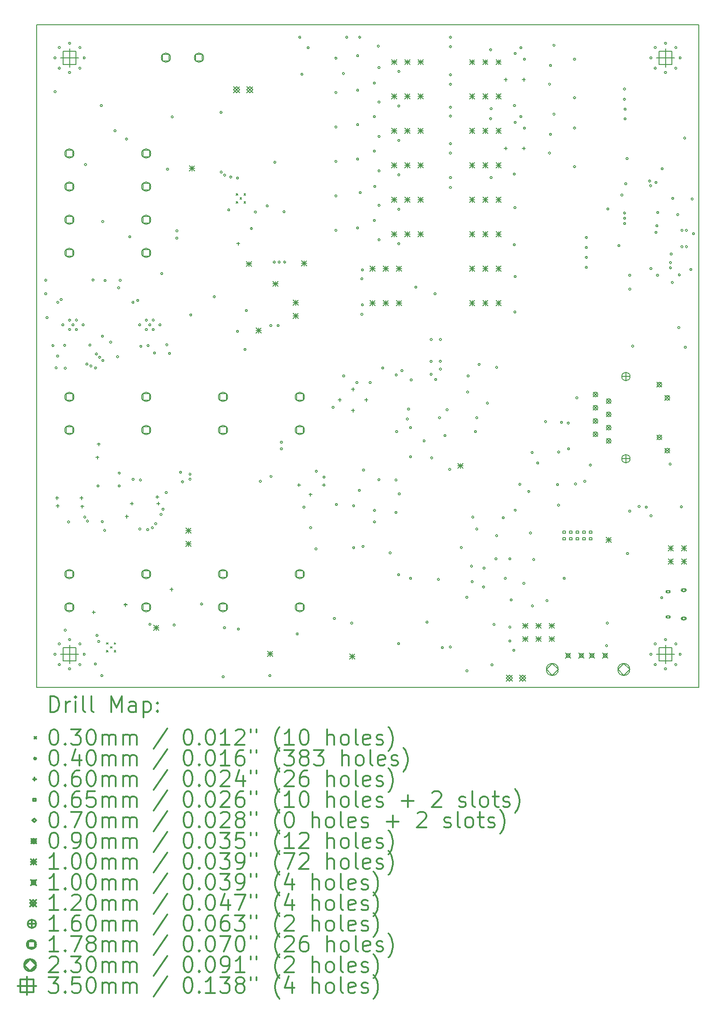
<source format=gbr>
%FSLAX45Y45*%
G04 Gerber Fmt 4.5, Leading zero omitted, Abs format (unit mm)*
G04 Created by KiCad (PCBNEW 4.0.6) date 01/31/18 03:36:19*
%MOMM*%
%LPD*%
G01*
G04 APERTURE LIST*
%ADD10C,0.127000*%
%ADD11C,0.150000*%
%ADD12C,0.200000*%
%ADD13C,0.300000*%
G04 APERTURE END LIST*
D10*
D11*
X12700000Y-12700000D02*
X12700000Y0D01*
X0Y-12700000D02*
X12700000Y-12700000D01*
X0Y0D02*
X0Y-12700000D01*
X0Y0D02*
X12700000Y0D01*
D12*
X1342560Y-11843174D02*
X1372560Y-11873174D01*
X1372560Y-11843174D02*
X1342560Y-11873174D01*
X1342560Y-11993174D02*
X1372560Y-12023174D01*
X1372560Y-11993174D02*
X1342560Y-12023174D01*
X1417560Y-11918174D02*
X1447560Y-11948174D01*
X1447560Y-11918174D02*
X1417560Y-11948174D01*
X1492560Y-11843174D02*
X1522560Y-11873174D01*
X1522560Y-11843174D02*
X1492560Y-11873174D01*
X1492560Y-11993174D02*
X1522560Y-12023174D01*
X1522560Y-11993174D02*
X1492560Y-12023174D01*
X3830000Y-3237500D02*
X3860000Y-3267500D01*
X3860000Y-3237500D02*
X3830000Y-3267500D01*
X3830000Y-3387500D02*
X3860000Y-3417500D01*
X3860000Y-3387500D02*
X3830000Y-3417500D01*
X3905000Y-3312500D02*
X3935000Y-3342500D01*
X3935000Y-3312500D02*
X3905000Y-3342500D01*
X3980000Y-3237500D02*
X4010000Y-3267500D01*
X4010000Y-3237500D02*
X3980000Y-3267500D01*
X3980000Y-3387500D02*
X4010000Y-3417500D01*
X4010000Y-3387500D02*
X3980000Y-3417500D01*
X197800Y-4896612D02*
G75*
G03X197800Y-4896612I-20000J0D01*
G01*
X197800Y-5156200D02*
G75*
G03X197800Y-5156200I-20000J0D01*
G01*
X223200Y-5613400D02*
G75*
G03X223200Y-5613400I-20000J0D01*
G01*
X335000Y-6150000D02*
G75*
G03X335000Y-6150000I-20000J0D01*
G01*
X375000Y-635000D02*
G75*
G03X375000Y-635000I-20000J0D01*
G01*
X375000Y-12065000D02*
G75*
G03X375000Y-12065000I-20000J0D01*
G01*
X375600Y-1282700D02*
G75*
G03X375600Y-1282700I-20000J0D01*
G01*
X396682Y-6575806D02*
G75*
G03X396682Y-6575806I-20000J0D01*
G01*
X426400Y-6350000D02*
G75*
G03X426400Y-6350000I-20000J0D01*
G01*
X429194Y-5321300D02*
G75*
G03X429194Y-5321300I-20000J0D01*
G01*
X457011Y-437011D02*
G75*
G03X457011Y-437011I-20000J0D01*
G01*
X457011Y-832989D02*
G75*
G03X457011Y-832989I-20000J0D01*
G01*
X457011Y-11867011D02*
G75*
G03X457011Y-11867011I-20000J0D01*
G01*
X457011Y-12262989D02*
G75*
G03X457011Y-12262989I-20000J0D01*
G01*
X492500Y-5267004D02*
G75*
G03X492500Y-5267004I-20000J0D01*
G01*
X525000Y-5751500D02*
G75*
G03X525000Y-5751500I-20000J0D01*
G01*
X560000Y-6145000D02*
G75*
G03X560000Y-6145000I-20000J0D01*
G01*
X570926Y-11603736D02*
G75*
G03X570926Y-11603736I-20000J0D01*
G01*
X571434Y-6583680D02*
G75*
G03X571434Y-6583680I-20000J0D01*
G01*
X635000Y-9530000D02*
G75*
G03X635000Y-9530000I-20000J0D01*
G01*
X655000Y-355000D02*
G75*
G03X655000Y-355000I-20000J0D01*
G01*
X655000Y-915000D02*
G75*
G03X655000Y-915000I-20000J0D01*
G01*
X655000Y-5661500D02*
G75*
G03X655000Y-5661500I-20000J0D01*
G01*
X655000Y-5841500D02*
G75*
G03X655000Y-5841500I-20000J0D01*
G01*
X655000Y-11785000D02*
G75*
G03X655000Y-11785000I-20000J0D01*
G01*
X655000Y-12345000D02*
G75*
G03X655000Y-12345000I-20000J0D01*
G01*
X720000Y-5751500D02*
G75*
G03X720000Y-5751500I-20000J0D01*
G01*
X785000Y-5661500D02*
G75*
G03X785000Y-5661500I-20000J0D01*
G01*
X785000Y-5841500D02*
G75*
G03X785000Y-5841500I-20000J0D01*
G01*
X852989Y-437011D02*
G75*
G03X852989Y-437011I-20000J0D01*
G01*
X852989Y-832989D02*
G75*
G03X852989Y-832989I-20000J0D01*
G01*
X852989Y-11867011D02*
G75*
G03X852989Y-11867011I-20000J0D01*
G01*
X852989Y-12262989D02*
G75*
G03X852989Y-12262989I-20000J0D01*
G01*
X915000Y-5751500D02*
G75*
G03X915000Y-5751500I-20000J0D01*
G01*
X935000Y-635000D02*
G75*
G03X935000Y-635000I-20000J0D01*
G01*
X935000Y-12065000D02*
G75*
G03X935000Y-12065000I-20000J0D01*
G01*
X947100Y-9436100D02*
G75*
G03X947100Y-9436100I-20000J0D01*
G01*
X959800Y-2679700D02*
G75*
G03X959800Y-2679700I-20000J0D01*
G01*
X985841Y-6504159D02*
G75*
G03X985841Y-6504159I-20000J0D01*
G01*
X997900Y-9512300D02*
G75*
G03X997900Y-9512300I-20000J0D01*
G01*
X1045000Y-6140000D02*
G75*
G03X1045000Y-6140000I-20000J0D01*
G01*
X1064000Y-6540000D02*
G75*
G03X1064000Y-6540000I-20000J0D01*
G01*
X1103564Y-4890516D02*
G75*
G03X1103564Y-4890516I-20000J0D01*
G01*
X1150046Y-12252706D02*
G75*
G03X1150046Y-12252706I-20000J0D01*
G01*
X1152000Y-6578000D02*
G75*
G03X1152000Y-6578000I-20000J0D01*
G01*
X1169000Y-6310000D02*
G75*
G03X1169000Y-6310000I-20000J0D01*
G01*
X1180018Y-11704320D02*
G75*
G03X1180018Y-11704320I-20000J0D01*
G01*
X1200592Y-8841232D02*
G75*
G03X1200592Y-8841232I-20000J0D01*
G01*
X1214054Y-11820144D02*
G75*
G03X1214054Y-11820144I-20000J0D01*
G01*
X1232000Y-6373000D02*
G75*
G03X1232000Y-6373000I-20000J0D01*
G01*
X1264600Y-1549400D02*
G75*
G03X1264600Y-1549400I-20000J0D01*
G01*
X1273236Y-12475210D02*
G75*
G03X1273236Y-12475210I-20000J0D01*
G01*
X1282126Y-9523984D02*
G75*
G03X1282126Y-9523984I-20000J0D01*
G01*
X1285000Y-5970000D02*
G75*
G03X1285000Y-5970000I-20000J0D01*
G01*
X1290000Y-3771900D02*
G75*
G03X1290000Y-3771900I-20000J0D01*
G01*
X1294000Y-6435000D02*
G75*
G03X1294000Y-6435000I-20000J0D01*
G01*
X1328100Y-9690100D02*
G75*
G03X1328100Y-9690100I-20000J0D01*
G01*
X1335974Y-4900422D02*
G75*
G03X1335974Y-4900422I-20000J0D01*
G01*
X1442400Y-6083300D02*
G75*
G03X1442400Y-6083300I-20000J0D01*
G01*
X1524950Y-2032000D02*
G75*
G03X1524950Y-2032000I-20000J0D01*
G01*
X1575750Y-6362700D02*
G75*
G03X1575750Y-6362700I-20000J0D01*
G01*
X1594800Y-5041900D02*
G75*
G03X1594800Y-5041900I-20000J0D01*
G01*
X1607500Y-8591550D02*
G75*
G03X1607500Y-8591550I-20000J0D01*
G01*
X1607500Y-8839200D02*
G75*
G03X1607500Y-8839200I-20000J0D01*
G01*
X1626042Y-4897882D02*
G75*
G03X1626042Y-4897882I-20000J0D01*
G01*
X1747200Y-2190750D02*
G75*
G03X1747200Y-2190750I-20000J0D01*
G01*
X1808668Y-4064508D02*
G75*
G03X1808668Y-4064508I-20000J0D01*
G01*
X1870644Y-5319522D02*
G75*
G03X1870644Y-5319522I-20000J0D01*
G01*
X1874200Y-8712200D02*
G75*
G03X1874200Y-8712200I-20000J0D01*
G01*
X1963100Y-5283200D02*
G75*
G03X1963100Y-5283200I-20000J0D01*
G01*
X1998000Y-5751500D02*
G75*
G03X1998000Y-5751500I-20000J0D01*
G01*
X2001200Y-9664700D02*
G75*
G03X2001200Y-9664700I-20000J0D01*
G01*
X2013900Y-8724900D02*
G75*
G03X2013900Y-8724900I-20000J0D01*
G01*
X2023044Y-6162548D02*
G75*
G03X2023044Y-6162548I-20000J0D01*
G01*
X2128000Y-5661500D02*
G75*
G03X2128000Y-5661500I-20000J0D01*
G01*
X2128000Y-5841500D02*
G75*
G03X2128000Y-5841500I-20000J0D01*
G01*
X2153600Y-9677400D02*
G75*
G03X2153600Y-9677400I-20000J0D01*
G01*
X2160000Y-6149000D02*
G75*
G03X2160000Y-6149000I-20000J0D01*
G01*
X2193000Y-5751500D02*
G75*
G03X2193000Y-5751500I-20000J0D01*
G01*
X2196018Y-11490960D02*
G75*
G03X2196018Y-11490960I-20000J0D01*
G01*
X2242500Y-9639300D02*
G75*
G03X2242500Y-9639300I-20000J0D01*
G01*
X2258000Y-5661500D02*
G75*
G03X2258000Y-5661500I-20000J0D01*
G01*
X2258000Y-5841500D02*
G75*
G03X2258000Y-5841500I-20000J0D01*
G01*
X2285000Y-6290000D02*
G75*
G03X2285000Y-6290000I-20000J0D01*
G01*
X2306000Y-9563100D02*
G75*
G03X2306000Y-9563100I-20000J0D01*
G01*
X2388000Y-5751500D02*
G75*
G03X2388000Y-5751500I-20000J0D01*
G01*
X2407600Y-9385300D02*
G75*
G03X2407600Y-9385300I-20000J0D01*
G01*
X2423348Y-4770120D02*
G75*
G03X2423348Y-4770120I-20000J0D01*
G01*
X2447732Y-9284716D02*
G75*
G03X2447732Y-9284716I-20000J0D01*
G01*
X2509200Y-8966200D02*
G75*
G03X2509200Y-8966200I-20000J0D01*
G01*
X2520000Y-6135000D02*
G75*
G03X2520000Y-6135000I-20000J0D01*
G01*
X2534600Y-2768600D02*
G75*
G03X2534600Y-2768600I-20000J0D01*
G01*
X2572700Y-6299200D02*
G75*
G03X2572700Y-6299200I-20000J0D01*
G01*
X2623500Y-1765300D02*
G75*
G03X2623500Y-1765300I-20000J0D01*
G01*
X2660838Y-11505184D02*
G75*
G03X2660838Y-11505184I-20000J0D01*
G01*
X2712400Y-3949700D02*
G75*
G03X2712400Y-3949700I-20000J0D01*
G01*
X2712400Y-4089400D02*
G75*
G03X2712400Y-4089400I-20000J0D01*
G01*
X2782250Y-8578850D02*
G75*
G03X2782250Y-8578850I-20000J0D01*
G01*
X2820000Y-8760000D02*
G75*
G03X2820000Y-8760000I-20000J0D01*
G01*
X2965000Y-8615000D02*
G75*
G03X2965000Y-8615000I-20000J0D01*
G01*
X2965000Y-8710000D02*
G75*
G03X2965000Y-8710000I-20000J0D01*
G01*
X2980370Y-5561838D02*
G75*
G03X2980370Y-5561838I-20000J0D01*
G01*
X3186872Y-11102340D02*
G75*
G03X3186872Y-11102340I-20000J0D01*
G01*
X3429950Y-5213350D02*
G75*
G03X3429950Y-5213350I-20000J0D01*
G01*
X3560000Y-1680000D02*
G75*
G03X3560000Y-1680000I-20000J0D01*
G01*
X3562500Y-2825000D02*
G75*
G03X3562500Y-2825000I-20000J0D01*
G01*
X3601400Y-12496800D02*
G75*
G03X3601400Y-12496800I-20000J0D01*
G01*
X3626800Y-11557000D02*
G75*
G03X3626800Y-11557000I-20000J0D01*
G01*
X3630000Y-2882500D02*
G75*
G03X3630000Y-2882500I-20000J0D01*
G01*
X3707500Y-3550000D02*
G75*
G03X3707500Y-3550000I-20000J0D01*
G01*
X3745000Y-2917501D02*
G75*
G03X3745000Y-2917501I-20000J0D01*
G01*
X3875000Y-2937500D02*
G75*
G03X3875000Y-2937500I-20000J0D01*
G01*
X3875720Y-5875528D02*
G75*
G03X3875720Y-5875528I-20000J0D01*
G01*
X3893500Y-11582400D02*
G75*
G03X3893500Y-11582400I-20000J0D01*
G01*
X4020500Y-6223000D02*
G75*
G03X4020500Y-6223000I-20000J0D01*
G01*
X4044884Y-5479288D02*
G75*
G03X4044884Y-5479288I-20000J0D01*
G01*
X4142500Y-3907500D02*
G75*
G03X4142500Y-3907500I-20000J0D01*
G01*
X4219000Y-3589000D02*
G75*
G03X4219000Y-3589000I-20000J0D01*
G01*
X4312600Y-8750300D02*
G75*
G03X4312600Y-8750300I-20000J0D01*
G01*
X4445500Y-3472500D02*
G75*
G03X4445500Y-3472500I-20000J0D01*
G01*
X4496196Y-12474728D02*
G75*
G03X4496196Y-12474728I-20000J0D01*
G01*
X4515800Y-5765800D02*
G75*
G03X4515800Y-5765800I-20000J0D01*
G01*
X4518086Y-8658606D02*
G75*
G03X4518086Y-8658606I-20000J0D01*
G01*
X4580000Y-4550000D02*
G75*
G03X4580000Y-4550000I-20000J0D01*
G01*
X4592000Y-2635250D02*
G75*
G03X4592000Y-2635250I-20000J0D01*
G01*
X4655500Y-5765800D02*
G75*
G03X4655500Y-5765800I-20000J0D01*
G01*
X4675000Y-4550000D02*
G75*
G03X4675000Y-4550000I-20000J0D01*
G01*
X4719000Y-8001000D02*
G75*
G03X4719000Y-8001000I-20000J0D01*
G01*
X4719000Y-8128000D02*
G75*
G03X4719000Y-8128000I-20000J0D01*
G01*
X4768000Y-3585000D02*
G75*
G03X4768000Y-3585000I-20000J0D01*
G01*
X4780000Y-4550000D02*
G75*
G03X4780000Y-4550000I-20000J0D01*
G01*
X5020752Y-11675872D02*
G75*
G03X5020752Y-11675872I-20000J0D01*
G01*
X5070000Y-240000D02*
G75*
G03X5070000Y-240000I-20000J0D01*
G01*
X5110000Y-950000D02*
G75*
G03X5110000Y-950000I-20000J0D01*
G01*
X5150800Y-9245600D02*
G75*
G03X5150800Y-9245600I-20000J0D01*
G01*
X5230000Y-440000D02*
G75*
G03X5230000Y-440000I-20000J0D01*
G01*
X5277800Y-9639300D02*
G75*
G03X5277800Y-9639300I-20000J0D01*
G01*
X5379400Y-10045700D02*
G75*
G03X5379400Y-10045700I-20000J0D01*
G01*
X5387528Y-8557768D02*
G75*
G03X5387528Y-8557768I-20000J0D01*
G01*
X5536626Y-8670036D02*
G75*
G03X5536626Y-8670036I-20000J0D01*
G01*
X5707568Y-7331964D02*
G75*
G03X5707568Y-7331964I-20000J0D01*
G01*
X5735000Y-11379200D02*
G75*
G03X5735000Y-11379200I-20000J0D01*
G01*
X5763000Y-641000D02*
G75*
G03X5763000Y-641000I-20000J0D01*
G01*
X5763000Y-1301000D02*
G75*
G03X5763000Y-1301000I-20000J0D01*
G01*
X5763000Y-1961000D02*
G75*
G03X5763000Y-1961000I-20000J0D01*
G01*
X5763000Y-2621000D02*
G75*
G03X5763000Y-2621000I-20000J0D01*
G01*
X5763000Y-3281000D02*
G75*
G03X5763000Y-3281000I-20000J0D01*
G01*
X5763000Y-3941000D02*
G75*
G03X5763000Y-3941000I-20000J0D01*
G01*
X5773100Y-9194800D02*
G75*
G03X5773100Y-9194800I-20000J0D01*
G01*
X5907720Y-934720D02*
G75*
G03X5907720Y-934720I-20000J0D01*
G01*
X5912800Y-6731000D02*
G75*
G03X5912800Y-6731000I-20000J0D01*
G01*
X5970000Y-240000D02*
G75*
G03X5970000Y-240000I-20000J0D01*
G01*
X6065200Y-11468100D02*
G75*
G03X6065200Y-11468100I-20000J0D01*
G01*
X6102284Y-9218168D02*
G75*
G03X6102284Y-9218168I-20000J0D01*
G01*
X6104570Y-10024110D02*
G75*
G03X6104570Y-10024110I-20000J0D01*
G01*
X6166800Y-6858000D02*
G75*
G03X6166800Y-6858000I-20000J0D01*
G01*
X6180000Y-595000D02*
G75*
G03X6180000Y-595000I-20000J0D01*
G01*
X6180000Y-1255000D02*
G75*
G03X6180000Y-1255000I-20000J0D01*
G01*
X6180000Y-1915000D02*
G75*
G03X6180000Y-1915000I-20000J0D01*
G01*
X6180000Y-2575000D02*
G75*
G03X6180000Y-2575000I-20000J0D01*
G01*
X6180000Y-3895000D02*
G75*
G03X6180000Y-3895000I-20000J0D01*
G01*
X6211758Y-8925814D02*
G75*
G03X6211758Y-8925814I-20000J0D01*
G01*
X6220000Y-240000D02*
G75*
G03X6220000Y-240000I-20000J0D01*
G01*
X6229792Y-3217164D02*
G75*
G03X6229792Y-3217164I-20000J0D01*
G01*
X6260000Y-4870000D02*
G75*
G03X6260000Y-4870000I-20000J0D01*
G01*
X6260000Y-5550000D02*
G75*
G03X6260000Y-5550000I-20000J0D01*
G01*
X6270000Y-4700000D02*
G75*
G03X6270000Y-4700000I-20000J0D01*
G01*
X6270000Y-5370000D02*
G75*
G03X6270000Y-5370000I-20000J0D01*
G01*
X6282878Y-9998202D02*
G75*
G03X6282878Y-9998202I-20000J0D01*
G01*
X6293800Y-8534400D02*
G75*
G03X6293800Y-8534400I-20000J0D01*
G01*
X6420800Y-6858000D02*
G75*
G03X6420800Y-6858000I-20000J0D01*
G01*
X6500000Y-1120000D02*
G75*
G03X6500000Y-1120000I-20000J0D01*
G01*
X6500000Y-1760000D02*
G75*
G03X6500000Y-1760000I-20000J0D01*
G01*
X6500000Y-2420000D02*
G75*
G03X6500000Y-2420000I-20000J0D01*
G01*
X6500000Y-3750000D02*
G75*
G03X6500000Y-3750000I-20000J0D01*
G01*
X6502080Y-9528556D02*
G75*
G03X6502080Y-9528556I-20000J0D01*
G01*
X6502588Y-9307068D02*
G75*
G03X6502588Y-9307068I-20000J0D01*
G01*
X6510000Y-3100000D02*
G75*
G03X6510000Y-3100000I-20000J0D01*
G01*
X6576000Y-410000D02*
G75*
G03X6576000Y-410000I-20000J0D01*
G01*
X6587678Y-8720074D02*
G75*
G03X6587678Y-8720074I-20000J0D01*
G01*
X6590000Y-821000D02*
G75*
G03X6590000Y-821000I-20000J0D01*
G01*
X6590000Y-1481000D02*
G75*
G03X6590000Y-1481000I-20000J0D01*
G01*
X6590000Y-2141000D02*
G75*
G03X6590000Y-2141000I-20000J0D01*
G01*
X6590000Y-2801000D02*
G75*
G03X6590000Y-2801000I-20000J0D01*
G01*
X6590000Y-3461000D02*
G75*
G03X6590000Y-3461000I-20000J0D01*
G01*
X6590000Y-4121000D02*
G75*
G03X6590000Y-4121000I-20000J0D01*
G01*
X6662100Y-6578600D02*
G75*
G03X6662100Y-6578600I-20000J0D01*
G01*
X6801800Y-10121900D02*
G75*
G03X6801800Y-10121900I-20000J0D01*
G01*
X6916100Y-8724900D02*
G75*
G03X6916100Y-8724900I-20000J0D01*
G01*
X6916100Y-9347200D02*
G75*
G03X6916100Y-9347200I-20000J0D01*
G01*
X6920418Y-6711950D02*
G75*
G03X6920418Y-6711950I-20000J0D01*
G01*
X6928800Y-7797800D02*
G75*
G03X6928800Y-7797800I-20000J0D01*
G01*
X6966900Y-10541000D02*
G75*
G03X6966900Y-10541000I-20000J0D01*
G01*
X6966900Y-11861800D02*
G75*
G03X6966900Y-11861800I-20000J0D01*
G01*
X6969000Y-1557000D02*
G75*
G03X6969000Y-1557000I-20000J0D01*
G01*
X6969000Y-2217000D02*
G75*
G03X6969000Y-2217000I-20000J0D01*
G01*
X6969000Y-2877000D02*
G75*
G03X6969000Y-2877000I-20000J0D01*
G01*
X6969000Y-3537000D02*
G75*
G03X6969000Y-3537000I-20000J0D01*
G01*
X6969000Y-4197000D02*
G75*
G03X6969000Y-4197000I-20000J0D01*
G01*
X6971000Y-895000D02*
G75*
G03X6971000Y-895000I-20000J0D01*
G01*
X6979600Y-8991600D02*
G75*
G03X6979600Y-8991600I-20000J0D01*
G01*
X7030400Y-6629400D02*
G75*
G03X7030400Y-6629400I-20000J0D01*
G01*
X7132000Y-7556500D02*
G75*
G03X7132000Y-7556500I-20000J0D01*
G01*
X7157400Y-7366000D02*
G75*
G03X7157400Y-7366000I-20000J0D01*
G01*
X7195500Y-7721600D02*
G75*
G03X7195500Y-7721600I-20000J0D01*
G01*
X7195500Y-8280400D02*
G75*
G03X7195500Y-8280400I-20000J0D01*
G01*
X7195500Y-10610850D02*
G75*
G03X7195500Y-10610850I-20000J0D01*
G01*
X7208200Y-6807200D02*
G75*
G03X7208200Y-6807200I-20000J0D01*
G01*
X7297100Y-5029200D02*
G75*
G03X7297100Y-5029200I-20000J0D01*
G01*
X7454200Y-7975600D02*
G75*
G03X7454200Y-7975600I-20000J0D01*
G01*
X7510460Y-11449812D02*
G75*
G03X7510460Y-11449812I-20000J0D01*
G01*
X7589200Y-6032500D02*
G75*
G03X7589200Y-6032500I-20000J0D01*
G01*
X7589200Y-6451600D02*
G75*
G03X7589200Y-6451600I-20000J0D01*
G01*
X7589200Y-6700000D02*
G75*
G03X7589200Y-6700000I-20000J0D01*
G01*
X7599868Y-8301228D02*
G75*
G03X7599868Y-8301228I-20000J0D01*
G01*
X7665400Y-5156200D02*
G75*
G03X7665400Y-5156200I-20000J0D01*
G01*
X7676500Y-6800000D02*
G75*
G03X7676500Y-6800000I-20000J0D01*
G01*
X7728900Y-10629900D02*
G75*
G03X7728900Y-10629900I-20000J0D01*
G01*
X7749728Y-7531608D02*
G75*
G03X7749728Y-7531608I-20000J0D01*
G01*
X7766500Y-6450000D02*
G75*
G03X7766500Y-6450000I-20000J0D01*
G01*
X7766500Y-6600000D02*
G75*
G03X7766500Y-6600000I-20000J0D01*
G01*
X7767000Y-6032500D02*
G75*
G03X7767000Y-6032500I-20000J0D01*
G01*
X7805100Y-11938000D02*
G75*
G03X7805100Y-11938000I-20000J0D01*
G01*
X7855900Y-7874000D02*
G75*
G03X7855900Y-7874000I-20000J0D01*
G01*
X7894000Y-7378700D02*
G75*
G03X7894000Y-7378700I-20000J0D01*
G01*
X7944800Y-8521700D02*
G75*
G03X7944800Y-8521700I-20000J0D01*
G01*
X7957500Y-11925300D02*
G75*
G03X7957500Y-11925300I-20000J0D01*
G01*
X7960000Y-240000D02*
G75*
G03X7960000Y-240000I-20000J0D01*
G01*
X7960000Y-420000D02*
G75*
G03X7960000Y-420000I-20000J0D01*
G01*
X7960000Y-960000D02*
G75*
G03X7960000Y-960000I-20000J0D01*
G01*
X7960000Y-1140000D02*
G75*
G03X7960000Y-1140000I-20000J0D01*
G01*
X7960000Y-1580000D02*
G75*
G03X7960000Y-1580000I-20000J0D01*
G01*
X7960000Y-1750000D02*
G75*
G03X7960000Y-1750000I-20000J0D01*
G01*
X7960000Y-2280000D02*
G75*
G03X7960000Y-2280000I-20000J0D01*
G01*
X7960000Y-2460000D02*
G75*
G03X7960000Y-2460000I-20000J0D01*
G01*
X7960000Y-2930000D02*
G75*
G03X7960000Y-2930000I-20000J0D01*
G01*
X7960000Y-3120000D02*
G75*
G03X7960000Y-3120000I-20000J0D01*
G01*
X8167050Y-10020300D02*
G75*
G03X8167050Y-10020300I-20000J0D01*
G01*
X8275000Y-10972800D02*
G75*
G03X8275000Y-10972800I-20000J0D01*
G01*
X8275000Y-12382500D02*
G75*
G03X8275000Y-12382500I-20000J0D01*
G01*
X8290000Y-7040000D02*
G75*
G03X8290000Y-7040000I-20000J0D01*
G01*
X8300400Y-6731000D02*
G75*
G03X8300400Y-6731000I-20000J0D01*
G01*
X8363900Y-10375900D02*
G75*
G03X8363900Y-10375900I-20000J0D01*
G01*
X8376600Y-10674350D02*
G75*
G03X8376600Y-10674350I-20000J0D01*
G01*
X8389300Y-9436100D02*
G75*
G03X8389300Y-9436100I-20000J0D01*
G01*
X8440100Y-7797800D02*
G75*
G03X8440100Y-7797800I-20000J0D01*
G01*
X8465500Y-7531100D02*
G75*
G03X8465500Y-7531100I-20000J0D01*
G01*
X8465500Y-9664700D02*
G75*
G03X8465500Y-9664700I-20000J0D01*
G01*
X8510000Y-6510000D02*
G75*
G03X8510000Y-6510000I-20000J0D01*
G01*
X8594278Y-10775188D02*
G75*
G03X8594278Y-10775188I-20000J0D01*
G01*
X8605200Y-10414000D02*
G75*
G03X8605200Y-10414000I-20000J0D01*
G01*
X8668700Y-7251700D02*
G75*
G03X8668700Y-7251700I-20000J0D01*
G01*
X8730000Y-480000D02*
G75*
G03X8730000Y-480000I-20000J0D01*
G01*
X8730000Y-1800000D02*
G75*
G03X8730000Y-1800000I-20000J0D01*
G01*
X8740000Y-1610000D02*
G75*
G03X8740000Y-1610000I-20000J0D01*
G01*
X8740000Y-2930000D02*
G75*
G03X8740000Y-2930000I-20000J0D01*
G01*
X8757600Y-12268200D02*
G75*
G03X8757600Y-12268200I-20000J0D01*
G01*
X8795700Y-11493500D02*
G75*
G03X8795700Y-11493500I-20000J0D01*
G01*
X8833800Y-10236200D02*
G75*
G03X8833800Y-10236200I-20000J0D01*
G01*
X8846500Y-6565900D02*
G75*
G03X8846500Y-6565900I-20000J0D01*
G01*
X8846500Y-9791700D02*
G75*
G03X8846500Y-9791700I-20000J0D01*
G01*
X8973500Y-9448800D02*
G75*
G03X8973500Y-9448800I-20000J0D01*
G01*
X9011600Y-10610000D02*
G75*
G03X9011600Y-10610000I-20000J0D01*
G01*
X9100500Y-10236200D02*
G75*
G03X9100500Y-10236200I-20000J0D01*
G01*
X9100500Y-11544300D02*
G75*
G03X9100500Y-11544300I-20000J0D01*
G01*
X9100500Y-11811000D02*
G75*
G03X9100500Y-11811000I-20000J0D01*
G01*
X9125900Y-11023600D02*
G75*
G03X9125900Y-11023600I-20000J0D01*
G01*
X9176700Y-11988800D02*
G75*
G03X9176700Y-11988800I-20000J0D01*
G01*
X9183050Y-4216400D02*
G75*
G03X9183050Y-4216400I-20000J0D01*
G01*
X9184320Y-2860040D02*
G75*
G03X9184320Y-2860040I-20000J0D01*
G01*
X9189400Y-1549400D02*
G75*
G03X9189400Y-1549400I-20000J0D01*
G01*
X9195750Y-3505200D02*
G75*
G03X9195750Y-3505200I-20000J0D01*
G01*
X9195750Y-5505450D02*
G75*
G03X9195750Y-5505450I-20000J0D01*
G01*
X9200000Y-550000D02*
G75*
G03X9200000Y-550000I-20000J0D01*
G01*
X9200000Y-1870000D02*
G75*
G03X9200000Y-1870000I-20000J0D01*
G01*
X9202100Y-4826000D02*
G75*
G03X9202100Y-4826000I-20000J0D01*
G01*
X9202100Y-9302750D02*
G75*
G03X9202100Y-9302750I-20000J0D01*
G01*
X9291000Y-8807450D02*
G75*
G03X9291000Y-8807450I-20000J0D01*
G01*
X9310000Y-440000D02*
G75*
G03X9310000Y-440000I-20000J0D01*
G01*
X9310000Y-1760000D02*
G75*
G03X9310000Y-1760000I-20000J0D01*
G01*
X9367200Y-10706100D02*
G75*
G03X9367200Y-10706100I-20000J0D01*
G01*
X9380000Y-660000D02*
G75*
G03X9380000Y-660000I-20000J0D01*
G01*
X9380000Y-1980000D02*
G75*
G03X9380000Y-1980000I-20000J0D01*
G01*
X9462450Y-8947150D02*
G75*
G03X9462450Y-8947150I-20000J0D01*
G01*
X9494200Y-9740900D02*
G75*
G03X9494200Y-9740900I-20000J0D01*
G01*
X9525950Y-8197850D02*
G75*
G03X9525950Y-8197850I-20000J0D01*
G01*
X9532300Y-11137900D02*
G75*
G03X9532300Y-11137900I-20000J0D01*
G01*
X9557700Y-10248900D02*
G75*
G03X9557700Y-10248900I-20000J0D01*
G01*
X9633900Y-8401050D02*
G75*
G03X9633900Y-8401050I-20000J0D01*
G01*
X9785000Y-7607300D02*
G75*
G03X9785000Y-7607300I-20000J0D01*
G01*
X9811700Y-11036300D02*
G75*
G03X9811700Y-11036300I-20000J0D01*
G01*
X9860000Y-1140000D02*
G75*
G03X9860000Y-1140000I-20000J0D01*
G01*
X9860000Y-2460000D02*
G75*
G03X9860000Y-2460000I-20000J0D01*
G01*
X9880000Y-780000D02*
G75*
G03X9880000Y-780000I-20000J0D01*
G01*
X9880000Y-2100000D02*
G75*
G03X9880000Y-2100000I-20000J0D01*
G01*
X9944999Y-394999D02*
G75*
G03X9944999Y-394999I-20000J0D01*
G01*
X9944999Y-1714999D02*
G75*
G03X9944999Y-1714999I-20000J0D01*
G01*
X10014900Y-8813800D02*
G75*
G03X10014900Y-8813800I-20000J0D01*
G01*
X10033950Y-9207500D02*
G75*
G03X10033950Y-9207500I-20000J0D01*
G01*
X10035000Y-8190000D02*
G75*
G03X10035000Y-8190000I-20000J0D01*
G01*
X10091100Y-7620000D02*
G75*
G03X10091100Y-7620000I-20000J0D01*
G01*
X10141900Y-10610850D02*
G75*
G03X10141900Y-10610850I-20000J0D01*
G01*
X10220000Y-7635000D02*
G75*
G03X10220000Y-7635000I-20000J0D01*
G01*
X10225000Y-8130000D02*
G75*
G03X10225000Y-8130000I-20000J0D01*
G01*
X10340000Y-660000D02*
G75*
G03X10340000Y-660000I-20000J0D01*
G01*
X10340000Y-1400000D02*
G75*
G03X10340000Y-1400000I-20000J0D01*
G01*
X10340000Y-1980000D02*
G75*
G03X10340000Y-1980000I-20000J0D01*
G01*
X10340000Y-2720000D02*
G75*
G03X10340000Y-2720000I-20000J0D01*
G01*
X10357800Y-8801100D02*
G75*
G03X10357800Y-8801100I-20000J0D01*
G01*
X10383200Y-7150100D02*
G75*
G03X10383200Y-7150100I-20000J0D01*
G01*
X10535600Y-8750300D02*
G75*
G03X10535600Y-8750300I-20000J0D01*
G01*
X10566080Y-4078732D02*
G75*
G03X10566080Y-4078732I-20000J0D01*
G01*
X10566080Y-4269232D02*
G75*
G03X10566080Y-4269232I-20000J0D01*
G01*
X10566080Y-4459732D02*
G75*
G03X10566080Y-4459732I-20000J0D01*
G01*
X10566080Y-4650232D02*
G75*
G03X10566080Y-4650232I-20000J0D01*
G01*
X10643550Y-8439150D02*
G75*
G03X10643550Y-8439150I-20000J0D01*
G01*
X10954700Y-11899900D02*
G75*
G03X10954700Y-11899900I-20000J0D01*
G01*
X10967400Y-11468100D02*
G75*
G03X10967400Y-11468100I-20000J0D01*
G01*
X10980100Y-3530600D02*
G75*
G03X10980100Y-3530600I-20000J0D01*
G01*
X11190920Y-4231640D02*
G75*
G03X11190920Y-4231640I-20000J0D01*
G01*
X11246800Y-3263900D02*
G75*
G03X11246800Y-3263900I-20000J0D01*
G01*
X11297600Y-1231900D02*
G75*
G03X11297600Y-1231900I-20000J0D01*
G01*
X11297600Y-1428750D02*
G75*
G03X11297600Y-1428750I-20000J0D01*
G01*
X11300000Y-3610000D02*
G75*
G03X11300000Y-3610000I-20000J0D01*
G01*
X11300000Y-3710000D02*
G75*
G03X11300000Y-3710000I-20000J0D01*
G01*
X11300000Y-3810000D02*
G75*
G03X11300000Y-3810000I-20000J0D01*
G01*
X11310300Y-1619250D02*
G75*
G03X11310300Y-1619250I-20000J0D01*
G01*
X11310300Y-1803400D02*
G75*
G03X11310300Y-1803400I-20000J0D01*
G01*
X11323000Y-3048000D02*
G75*
G03X11323000Y-3048000I-20000J0D01*
G01*
X11348400Y-2565400D02*
G75*
G03X11348400Y-2565400I-20000J0D01*
G01*
X11356528Y-10135108D02*
G75*
G03X11356528Y-10135108I-20000J0D01*
G01*
X11399200Y-4800600D02*
G75*
G03X11399200Y-4800600I-20000J0D01*
G01*
X11399200Y-5067300D02*
G75*
G03X11399200Y-5067300I-20000J0D01*
G01*
X11399200Y-9321800D02*
G75*
G03X11399200Y-9321800I-20000J0D01*
G01*
X11455000Y-6160000D02*
G75*
G03X11455000Y-6160000I-20000J0D01*
G01*
X11577000Y-9232900D02*
G75*
G03X11577000Y-9232900I-20000J0D01*
G01*
X11716700Y-9245600D02*
G75*
G03X11716700Y-9245600I-20000J0D01*
G01*
X11780000Y-2995000D02*
G75*
G03X11780000Y-2995000I-20000J0D01*
G01*
X11800000Y-3085000D02*
G75*
G03X11800000Y-3085000I-20000J0D01*
G01*
X11805000Y-635000D02*
G75*
G03X11805000Y-635000I-20000J0D01*
G01*
X11805000Y-12065000D02*
G75*
G03X11805000Y-12065000I-20000J0D01*
G01*
X11805600Y-4673600D02*
G75*
G03X11805600Y-4673600I-20000J0D01*
G01*
X11805600Y-9410700D02*
G75*
G03X11805600Y-9410700I-20000J0D01*
G01*
X11887011Y-437011D02*
G75*
G03X11887011Y-437011I-20000J0D01*
G01*
X11887011Y-832989D02*
G75*
G03X11887011Y-832989I-20000J0D01*
G01*
X11887011Y-11867011D02*
G75*
G03X11887011Y-11867011I-20000J0D01*
G01*
X11887011Y-12262989D02*
G75*
G03X11887011Y-12262989I-20000J0D01*
G01*
X11902120Y-3977640D02*
G75*
G03X11902120Y-3977640I-20000J0D01*
G01*
X11902500Y-3025000D02*
G75*
G03X11902500Y-3025000I-20000J0D01*
G01*
X11919900Y-3854450D02*
G75*
G03X11919900Y-3854450I-20000J0D01*
G01*
X11932600Y-4800600D02*
G75*
G03X11932600Y-4800600I-20000J0D01*
G01*
X11935000Y-3600000D02*
G75*
G03X11935000Y-3600000I-20000J0D01*
G01*
X12012500Y-10980000D02*
G75*
G03X12012500Y-10980000I-20000J0D01*
G01*
X12020000Y-2760000D02*
G75*
G03X12020000Y-2760000I-20000J0D01*
G01*
X12085000Y-355000D02*
G75*
G03X12085000Y-355000I-20000J0D01*
G01*
X12085000Y-915000D02*
G75*
G03X12085000Y-915000I-20000J0D01*
G01*
X12085000Y-11785000D02*
G75*
G03X12085000Y-11785000I-20000J0D01*
G01*
X12085000Y-12345000D02*
G75*
G03X12085000Y-12345000I-20000J0D01*
G01*
X12173900Y-8420100D02*
G75*
G03X12173900Y-8420100I-20000J0D01*
G01*
X12180000Y-4660000D02*
G75*
G03X12180000Y-4660000I-20000J0D01*
G01*
X12180250Y-4559300D02*
G75*
G03X12180250Y-4559300I-20000J0D01*
G01*
X12192950Y-4394200D02*
G75*
G03X12192950Y-4394200I-20000J0D01*
G01*
X12215000Y-4940000D02*
G75*
G03X12215000Y-4940000I-20000J0D01*
G01*
X12224700Y-3327400D02*
G75*
G03X12224700Y-3327400I-20000J0D01*
G01*
X12282989Y-437011D02*
G75*
G03X12282989Y-437011I-20000J0D01*
G01*
X12282989Y-832989D02*
G75*
G03X12282989Y-832989I-20000J0D01*
G01*
X12282989Y-11867011D02*
G75*
G03X12282989Y-11867011I-20000J0D01*
G01*
X12282989Y-12262989D02*
G75*
G03X12282989Y-12262989I-20000J0D01*
G01*
X12320000Y-3640000D02*
G75*
G03X12320000Y-3640000I-20000J0D01*
G01*
X12339000Y-5803900D02*
G75*
G03X12339000Y-5803900I-20000J0D01*
G01*
X12349160Y-4795520D02*
G75*
G03X12349160Y-4795520I-20000J0D01*
G01*
X12365000Y-635000D02*
G75*
G03X12365000Y-635000I-20000J0D01*
G01*
X12365000Y-12065000D02*
G75*
G03X12365000Y-12065000I-20000J0D01*
G01*
X12389800Y-9239250D02*
G75*
G03X12389800Y-9239250I-20000J0D01*
G01*
X12400000Y-4255000D02*
G75*
G03X12400000Y-4255000I-20000J0D01*
G01*
X12400234Y-3942225D02*
G75*
G03X12400234Y-3942225I-20000J0D01*
G01*
X12453300Y-2171700D02*
G75*
G03X12453300Y-2171700I-20000J0D01*
G01*
X12465000Y-6180000D02*
G75*
G03X12465000Y-6180000I-20000J0D01*
G01*
X12484699Y-3941428D02*
G75*
G03X12484699Y-3941428I-20000J0D01*
G01*
X12485000Y-4255000D02*
G75*
G03X12485000Y-4255000I-20000J0D01*
G01*
X12570000Y-4690000D02*
G75*
G03X12570000Y-4690000I-20000J0D01*
G01*
X12595000Y-3340000D02*
G75*
G03X12595000Y-3340000I-20000J0D01*
G01*
X12620000Y-4005000D02*
G75*
G03X12620000Y-4005000I-20000J0D01*
G01*
X393700Y-9037800D02*
X393700Y-9097800D01*
X363700Y-9067800D02*
X423700Y-9067800D01*
X406400Y-9190200D02*
X406400Y-9250200D01*
X376400Y-9220200D02*
X436400Y-9220200D01*
X863600Y-9037800D02*
X863600Y-9097800D01*
X833600Y-9067800D02*
X893600Y-9067800D01*
X876300Y-9202900D02*
X876300Y-9262900D01*
X846300Y-9232900D02*
X906300Y-9232900D01*
X1098550Y-11228550D02*
X1098550Y-11288550D01*
X1068550Y-11258550D02*
X1128550Y-11258550D01*
X1168400Y-8263100D02*
X1168400Y-8323100D01*
X1138400Y-8293100D02*
X1198400Y-8293100D01*
X1193800Y-8009100D02*
X1193800Y-8069100D01*
X1163800Y-8039100D02*
X1223800Y-8039100D01*
X1708150Y-11082500D02*
X1708150Y-11142500D01*
X1678150Y-11112500D02*
X1738150Y-11112500D01*
X1708150Y-11088850D02*
X1708150Y-11148850D01*
X1678150Y-11118850D02*
X1738150Y-11118850D01*
X1733550Y-9393400D02*
X1733550Y-9453400D01*
X1703550Y-9423400D02*
X1763550Y-9423400D01*
X1828800Y-9145750D02*
X1828800Y-9205750D01*
X1798800Y-9175750D02*
X1858800Y-9175750D01*
X2317750Y-9018750D02*
X2317750Y-9078750D01*
X2287750Y-9048750D02*
X2347750Y-9048750D01*
X2336800Y-9145750D02*
X2336800Y-9205750D01*
X2306800Y-9175750D02*
X2366800Y-9175750D01*
X2590800Y-10790400D02*
X2590800Y-10850400D01*
X2560800Y-10820400D02*
X2620800Y-10820400D01*
X3870000Y-4162500D02*
X3870000Y-4222500D01*
X3840000Y-4192500D02*
X3900000Y-4192500D01*
X5032756Y-8789388D02*
X5032756Y-8849388D01*
X5002756Y-8819388D02*
X5062756Y-8819388D01*
X5253990Y-8973030D02*
X5253990Y-9033030D01*
X5223990Y-9003030D02*
X5283990Y-9003030D01*
X5513578Y-8790150D02*
X5513578Y-8850150D01*
X5483578Y-8820150D02*
X5543578Y-8820150D01*
X5816600Y-7158200D02*
X5816600Y-7218200D01*
X5786600Y-7188200D02*
X5846600Y-7188200D01*
X6070600Y-6955000D02*
X6070600Y-7015000D01*
X6040600Y-6985000D02*
X6100600Y-6985000D01*
X6070600Y-7361400D02*
X6070600Y-7421400D01*
X6040600Y-7391400D02*
X6100600Y-7391400D01*
X6324600Y-7158200D02*
X6324600Y-7218200D01*
X6294600Y-7188200D02*
X6354600Y-7188200D01*
X9000000Y-1020000D02*
X9000000Y-1080000D01*
X8970000Y-1050000D02*
X9030000Y-1050000D01*
X9000000Y-2340000D02*
X9000000Y-2400000D01*
X8970000Y-2370000D02*
X9030000Y-2370000D01*
X9350000Y-1020000D02*
X9350000Y-1080000D01*
X9320000Y-1050000D02*
X9380000Y-1050000D01*
X9350000Y-2340000D02*
X9350000Y-2400000D01*
X9320000Y-2370000D02*
X9380000Y-2370000D01*
X10143981Y-9745981D02*
X10143981Y-9700019D01*
X10098019Y-9700019D01*
X10098019Y-9745981D01*
X10143981Y-9745981D01*
X10143981Y-9872981D02*
X10143981Y-9827019D01*
X10098019Y-9827019D01*
X10098019Y-9872981D01*
X10143981Y-9872981D01*
X10270981Y-9745981D02*
X10270981Y-9700019D01*
X10225019Y-9700019D01*
X10225019Y-9745981D01*
X10270981Y-9745981D01*
X10270981Y-9872981D02*
X10270981Y-9827019D01*
X10225019Y-9827019D01*
X10225019Y-9872981D01*
X10270981Y-9872981D01*
X10397981Y-9745981D02*
X10397981Y-9700019D01*
X10352019Y-9700019D01*
X10352019Y-9745981D01*
X10397981Y-9745981D01*
X10397981Y-9872981D02*
X10397981Y-9827019D01*
X10352019Y-9827019D01*
X10352019Y-9872981D01*
X10397981Y-9872981D01*
X10524981Y-9745981D02*
X10524981Y-9700019D01*
X10479019Y-9700019D01*
X10479019Y-9745981D01*
X10524981Y-9745981D01*
X10524981Y-9872981D02*
X10524981Y-9827019D01*
X10479019Y-9827019D01*
X10479019Y-9872981D01*
X10524981Y-9872981D01*
X10651981Y-9745981D02*
X10651981Y-9700019D01*
X10606019Y-9700019D01*
X10606019Y-9745981D01*
X10651981Y-9745981D01*
X10651981Y-9872981D02*
X10651981Y-9827019D01*
X10606019Y-9827019D01*
X10606019Y-9872981D01*
X10651981Y-9872981D01*
X12137981Y-10888981D02*
X12137981Y-10843019D01*
X12092019Y-10843019D01*
X12092019Y-10888981D01*
X12137981Y-10888981D01*
X12135000Y-10843500D02*
X12095000Y-10843500D01*
X12135000Y-10888500D02*
X12095000Y-10888500D01*
X12095000Y-10843500D02*
G75*
G03X12095000Y-10888500I0J-22500D01*
G01*
X12135000Y-10888500D02*
G75*
G03X12135000Y-10843500I0J22500D01*
G01*
X12137981Y-11372981D02*
X12137981Y-11327019D01*
X12092019Y-11327019D01*
X12092019Y-11372981D01*
X12137981Y-11372981D01*
X12135000Y-11327500D02*
X12095000Y-11327500D01*
X12135000Y-11372500D02*
X12095000Y-11372500D01*
X12095000Y-11327500D02*
G75*
G03X12095000Y-11372500I0J-22500D01*
G01*
X12135000Y-11372500D02*
G75*
G03X12135000Y-11327500I0J22500D01*
G01*
X12415000Y-10870000D02*
X12450000Y-10835000D01*
X12415000Y-10800000D01*
X12380000Y-10835000D01*
X12415000Y-10870000D01*
X12440000Y-10810000D02*
X12390000Y-10810000D01*
X12440000Y-10860000D02*
X12390000Y-10860000D01*
X12390000Y-10810000D02*
G75*
G03X12390000Y-10860000I0J-25000D01*
G01*
X12440000Y-10860000D02*
G75*
G03X12440000Y-10810000I0J25000D01*
G01*
X12415000Y-11416000D02*
X12450000Y-11381000D01*
X12415000Y-11346000D01*
X12380000Y-11381000D01*
X12415000Y-11416000D01*
X12440000Y-11356000D02*
X12390000Y-11356000D01*
X12440000Y-11406000D02*
X12390000Y-11406000D01*
X12390000Y-11356000D02*
G75*
G03X12390000Y-11406000I0J-25000D01*
G01*
X12440000Y-11406000D02*
G75*
G03X12440000Y-11356000I0J25000D01*
G01*
X10676191Y-7040579D02*
X10766191Y-7130579D01*
X10766191Y-7040579D02*
X10676191Y-7130579D01*
X10766191Y-7085579D02*
G75*
G03X10766191Y-7085579I-45000J0D01*
G01*
X10676191Y-7294579D02*
X10766191Y-7384579D01*
X10766191Y-7294579D02*
X10676191Y-7384579D01*
X10766191Y-7339579D02*
G75*
G03X10766191Y-7339579I-45000J0D01*
G01*
X10676191Y-7548579D02*
X10766191Y-7638579D01*
X10766191Y-7548579D02*
X10676191Y-7638579D01*
X10766191Y-7593579D02*
G75*
G03X10766191Y-7593579I-45000J0D01*
G01*
X10676191Y-7802579D02*
X10766191Y-7892579D01*
X10766191Y-7802579D02*
X10676191Y-7892579D01*
X10766191Y-7847579D02*
G75*
G03X10766191Y-7847579I-45000J0D01*
G01*
X10930191Y-7167579D02*
X11020191Y-7257579D01*
X11020191Y-7167579D02*
X10930191Y-7257579D01*
X11020191Y-7212579D02*
G75*
G03X11020191Y-7212579I-45000J0D01*
G01*
X10930191Y-7421579D02*
X11020191Y-7511579D01*
X11020191Y-7421579D02*
X10930191Y-7511579D01*
X11020191Y-7466579D02*
G75*
G03X11020191Y-7466579I-45000J0D01*
G01*
X10930191Y-7675579D02*
X11020191Y-7765579D01*
X11020191Y-7675579D02*
X10930191Y-7765579D01*
X11020191Y-7720579D02*
G75*
G03X11020191Y-7720579I-45000J0D01*
G01*
X10930191Y-7929579D02*
X11020191Y-8019579D01*
X11020191Y-7929579D02*
X10930191Y-8019579D01*
X11020191Y-7974579D02*
G75*
G03X11020191Y-7974579I-45000J0D01*
G01*
X11903000Y-7863638D02*
X11993000Y-7953638D01*
X11993000Y-7863638D02*
X11903000Y-7953638D01*
X11993000Y-7908638D02*
G75*
G03X11993000Y-7908638I-45000J0D01*
G01*
X11903050Y-6852453D02*
X11993050Y-6942453D01*
X11993050Y-6852453D02*
X11903050Y-6942453D01*
X11993050Y-6897453D02*
G75*
G03X11993050Y-6897453I-45000J0D01*
G01*
X12055000Y-7106638D02*
X12145000Y-7196638D01*
X12145000Y-7106638D02*
X12055000Y-7196638D01*
X12145000Y-7151638D02*
G75*
G03X12145000Y-7151638I-45000J0D01*
G01*
X12055050Y-8117453D02*
X12145050Y-8207453D01*
X12145050Y-8117453D02*
X12055050Y-8207453D01*
X12145050Y-8162453D02*
G75*
G03X12145050Y-8162453I-45000J0D01*
G01*
X2250000Y-11510000D02*
X2350000Y-11610000D01*
X2350000Y-11510000D02*
X2250000Y-11610000D01*
X2300000Y-11510000D02*
X2300000Y-11610000D01*
X2250000Y-11560000D02*
X2350000Y-11560000D01*
X2868460Y-9644164D02*
X2968460Y-9744164D01*
X2968460Y-9644164D02*
X2868460Y-9744164D01*
X2918460Y-9644164D02*
X2918460Y-9744164D01*
X2868460Y-9694164D02*
X2968460Y-9694164D01*
X2868460Y-9898164D02*
X2968460Y-9998164D01*
X2968460Y-9898164D02*
X2868460Y-9998164D01*
X2918460Y-9898164D02*
X2918460Y-9998164D01*
X2868460Y-9948164D02*
X2968460Y-9948164D01*
X2932500Y-2705000D02*
X3032500Y-2805000D01*
X3032500Y-2705000D02*
X2932500Y-2805000D01*
X2982500Y-2705000D02*
X2982500Y-2805000D01*
X2932500Y-2755000D02*
X3032500Y-2755000D01*
X4026700Y-4534700D02*
X4126700Y-4634700D01*
X4126700Y-4534700D02*
X4026700Y-4634700D01*
X4076700Y-4534700D02*
X4076700Y-4634700D01*
X4026700Y-4584700D02*
X4126700Y-4584700D01*
X4210088Y-5810288D02*
X4310088Y-5910288D01*
X4310088Y-5810288D02*
X4210088Y-5910288D01*
X4260088Y-5810288D02*
X4260088Y-5910288D01*
X4210088Y-5860288D02*
X4310088Y-5860288D01*
X4433608Y-12007888D02*
X4533608Y-12107888D01*
X4533608Y-12007888D02*
X4433608Y-12107888D01*
X4483608Y-12007888D02*
X4483608Y-12107888D01*
X4433608Y-12057888D02*
X4533608Y-12057888D01*
X4534700Y-4915700D02*
X4634700Y-5015700D01*
X4634700Y-4915700D02*
X4534700Y-5015700D01*
X4584700Y-4915700D02*
X4584700Y-5015700D01*
X4534700Y-4965700D02*
X4634700Y-4965700D01*
X4925000Y-5275000D02*
X5025000Y-5375000D01*
X5025000Y-5275000D02*
X4925000Y-5375000D01*
X4975000Y-5275000D02*
X4975000Y-5375000D01*
X4925000Y-5325000D02*
X5025000Y-5325000D01*
X4925000Y-5529000D02*
X5025000Y-5629000D01*
X5025000Y-5529000D02*
X4925000Y-5629000D01*
X4975000Y-5529000D02*
X4975000Y-5629000D01*
X4925000Y-5579000D02*
X5025000Y-5579000D01*
X5080800Y-4522000D02*
X5180800Y-4622000D01*
X5180800Y-4522000D02*
X5080800Y-4622000D01*
X5130800Y-4522000D02*
X5130800Y-4622000D01*
X5080800Y-4572000D02*
X5180800Y-4572000D01*
X6008408Y-12058688D02*
X6108408Y-12158688D01*
X6108408Y-12058688D02*
X6008408Y-12158688D01*
X6058408Y-12058688D02*
X6058408Y-12158688D01*
X6008408Y-12108688D02*
X6108408Y-12108688D01*
X6399000Y-4625000D02*
X6499000Y-4725000D01*
X6499000Y-4625000D02*
X6399000Y-4725000D01*
X6449000Y-4625000D02*
X6449000Y-4725000D01*
X6399000Y-4675000D02*
X6499000Y-4675000D01*
X6399000Y-5285000D02*
X6499000Y-5385000D01*
X6499000Y-5285000D02*
X6399000Y-5385000D01*
X6449000Y-5285000D02*
X6449000Y-5385000D01*
X6399000Y-5335000D02*
X6499000Y-5335000D01*
X6653000Y-4625000D02*
X6753000Y-4725000D01*
X6753000Y-4625000D02*
X6653000Y-4725000D01*
X6703000Y-4625000D02*
X6703000Y-4725000D01*
X6653000Y-4675000D02*
X6753000Y-4675000D01*
X6653000Y-5285000D02*
X6753000Y-5385000D01*
X6753000Y-5285000D02*
X6653000Y-5385000D01*
X6703000Y-5285000D02*
X6703000Y-5385000D01*
X6653000Y-5335000D02*
X6753000Y-5335000D01*
X6809000Y-665000D02*
X6909000Y-765000D01*
X6909000Y-665000D02*
X6809000Y-765000D01*
X6859000Y-665000D02*
X6859000Y-765000D01*
X6809000Y-715000D02*
X6909000Y-715000D01*
X6809000Y-1325000D02*
X6909000Y-1425000D01*
X6909000Y-1325000D02*
X6809000Y-1425000D01*
X6859000Y-1325000D02*
X6859000Y-1425000D01*
X6809000Y-1375000D02*
X6909000Y-1375000D01*
X6809000Y-1985000D02*
X6909000Y-2085000D01*
X6909000Y-1985000D02*
X6809000Y-2085000D01*
X6859000Y-1985000D02*
X6859000Y-2085000D01*
X6809000Y-2035000D02*
X6909000Y-2035000D01*
X6809000Y-2645000D02*
X6909000Y-2745000D01*
X6909000Y-2645000D02*
X6809000Y-2745000D01*
X6859000Y-2645000D02*
X6859000Y-2745000D01*
X6809000Y-2695000D02*
X6909000Y-2695000D01*
X6809000Y-3305000D02*
X6909000Y-3405000D01*
X6909000Y-3305000D02*
X6809000Y-3405000D01*
X6859000Y-3305000D02*
X6859000Y-3405000D01*
X6809000Y-3355000D02*
X6909000Y-3355000D01*
X6809000Y-3965000D02*
X6909000Y-4065000D01*
X6909000Y-3965000D02*
X6809000Y-4065000D01*
X6859000Y-3965000D02*
X6859000Y-4065000D01*
X6809000Y-4015000D02*
X6909000Y-4015000D01*
X6907000Y-4625000D02*
X7007000Y-4725000D01*
X7007000Y-4625000D02*
X6907000Y-4725000D01*
X6957000Y-4625000D02*
X6957000Y-4725000D01*
X6907000Y-4675000D02*
X7007000Y-4675000D01*
X6907000Y-5285000D02*
X7007000Y-5385000D01*
X7007000Y-5285000D02*
X6907000Y-5385000D01*
X6957000Y-5285000D02*
X6957000Y-5385000D01*
X6907000Y-5335000D02*
X7007000Y-5335000D01*
X7063000Y-665000D02*
X7163000Y-765000D01*
X7163000Y-665000D02*
X7063000Y-765000D01*
X7113000Y-665000D02*
X7113000Y-765000D01*
X7063000Y-715000D02*
X7163000Y-715000D01*
X7063000Y-1325000D02*
X7163000Y-1425000D01*
X7163000Y-1325000D02*
X7063000Y-1425000D01*
X7113000Y-1325000D02*
X7113000Y-1425000D01*
X7063000Y-1375000D02*
X7163000Y-1375000D01*
X7063000Y-1985000D02*
X7163000Y-2085000D01*
X7163000Y-1985000D02*
X7063000Y-2085000D01*
X7113000Y-1985000D02*
X7113000Y-2085000D01*
X7063000Y-2035000D02*
X7163000Y-2035000D01*
X7063000Y-2645000D02*
X7163000Y-2745000D01*
X7163000Y-2645000D02*
X7063000Y-2745000D01*
X7113000Y-2645000D02*
X7113000Y-2745000D01*
X7063000Y-2695000D02*
X7163000Y-2695000D01*
X7063000Y-3305000D02*
X7163000Y-3405000D01*
X7163000Y-3305000D02*
X7063000Y-3405000D01*
X7113000Y-3305000D02*
X7113000Y-3405000D01*
X7063000Y-3355000D02*
X7163000Y-3355000D01*
X7063000Y-3965000D02*
X7163000Y-4065000D01*
X7163000Y-3965000D02*
X7063000Y-4065000D01*
X7113000Y-3965000D02*
X7113000Y-4065000D01*
X7063000Y-4015000D02*
X7163000Y-4015000D01*
X7317000Y-665000D02*
X7417000Y-765000D01*
X7417000Y-665000D02*
X7317000Y-765000D01*
X7367000Y-665000D02*
X7367000Y-765000D01*
X7317000Y-715000D02*
X7417000Y-715000D01*
X7317000Y-1325000D02*
X7417000Y-1425000D01*
X7417000Y-1325000D02*
X7317000Y-1425000D01*
X7367000Y-1325000D02*
X7367000Y-1425000D01*
X7317000Y-1375000D02*
X7417000Y-1375000D01*
X7317000Y-1985000D02*
X7417000Y-2085000D01*
X7417000Y-1985000D02*
X7317000Y-2085000D01*
X7367000Y-1985000D02*
X7367000Y-2085000D01*
X7317000Y-2035000D02*
X7417000Y-2035000D01*
X7317000Y-2645000D02*
X7417000Y-2745000D01*
X7417000Y-2645000D02*
X7317000Y-2745000D01*
X7367000Y-2645000D02*
X7367000Y-2745000D01*
X7317000Y-2695000D02*
X7417000Y-2695000D01*
X7317000Y-3305000D02*
X7417000Y-3405000D01*
X7417000Y-3305000D02*
X7317000Y-3405000D01*
X7367000Y-3305000D02*
X7367000Y-3405000D01*
X7317000Y-3355000D02*
X7417000Y-3355000D01*
X7317000Y-3965000D02*
X7417000Y-4065000D01*
X7417000Y-3965000D02*
X7317000Y-4065000D01*
X7367000Y-3965000D02*
X7367000Y-4065000D01*
X7317000Y-4015000D02*
X7417000Y-4015000D01*
X8078508Y-8403628D02*
X8178508Y-8503628D01*
X8178508Y-8403628D02*
X8078508Y-8503628D01*
X8128508Y-8403628D02*
X8128508Y-8503628D01*
X8078508Y-8453628D02*
X8178508Y-8453628D01*
X8306000Y-665000D02*
X8406000Y-765000D01*
X8406000Y-665000D02*
X8306000Y-765000D01*
X8356000Y-665000D02*
X8356000Y-765000D01*
X8306000Y-715000D02*
X8406000Y-715000D01*
X8306000Y-1325000D02*
X8406000Y-1425000D01*
X8406000Y-1325000D02*
X8306000Y-1425000D01*
X8356000Y-1325000D02*
X8356000Y-1425000D01*
X8306000Y-1375000D02*
X8406000Y-1375000D01*
X8306000Y-1985000D02*
X8406000Y-2085000D01*
X8406000Y-1985000D02*
X8306000Y-2085000D01*
X8356000Y-1985000D02*
X8356000Y-2085000D01*
X8306000Y-2035000D02*
X8406000Y-2035000D01*
X8306000Y-2645000D02*
X8406000Y-2745000D01*
X8406000Y-2645000D02*
X8306000Y-2745000D01*
X8356000Y-2645000D02*
X8356000Y-2745000D01*
X8306000Y-2695000D02*
X8406000Y-2695000D01*
X8306000Y-3305000D02*
X8406000Y-3405000D01*
X8406000Y-3305000D02*
X8306000Y-3405000D01*
X8356000Y-3305000D02*
X8356000Y-3405000D01*
X8306000Y-3355000D02*
X8406000Y-3355000D01*
X8306000Y-3965000D02*
X8406000Y-4065000D01*
X8406000Y-3965000D02*
X8306000Y-4065000D01*
X8356000Y-3965000D02*
X8356000Y-4065000D01*
X8306000Y-4015000D02*
X8406000Y-4015000D01*
X8306000Y-4625000D02*
X8406000Y-4725000D01*
X8406000Y-4625000D02*
X8306000Y-4725000D01*
X8356000Y-4625000D02*
X8356000Y-4725000D01*
X8306000Y-4675000D02*
X8406000Y-4675000D01*
X8306000Y-5285000D02*
X8406000Y-5385000D01*
X8406000Y-5285000D02*
X8306000Y-5385000D01*
X8356000Y-5285000D02*
X8356000Y-5385000D01*
X8306000Y-5335000D02*
X8406000Y-5335000D01*
X8560000Y-665000D02*
X8660000Y-765000D01*
X8660000Y-665000D02*
X8560000Y-765000D01*
X8610000Y-665000D02*
X8610000Y-765000D01*
X8560000Y-715000D02*
X8660000Y-715000D01*
X8560000Y-1325000D02*
X8660000Y-1425000D01*
X8660000Y-1325000D02*
X8560000Y-1425000D01*
X8610000Y-1325000D02*
X8610000Y-1425000D01*
X8560000Y-1375000D02*
X8660000Y-1375000D01*
X8560000Y-1985000D02*
X8660000Y-2085000D01*
X8660000Y-1985000D02*
X8560000Y-2085000D01*
X8610000Y-1985000D02*
X8610000Y-2085000D01*
X8560000Y-2035000D02*
X8660000Y-2035000D01*
X8560000Y-2645000D02*
X8660000Y-2745000D01*
X8660000Y-2645000D02*
X8560000Y-2745000D01*
X8610000Y-2645000D02*
X8610000Y-2745000D01*
X8560000Y-2695000D02*
X8660000Y-2695000D01*
X8560000Y-3305000D02*
X8660000Y-3405000D01*
X8660000Y-3305000D02*
X8560000Y-3405000D01*
X8610000Y-3305000D02*
X8610000Y-3405000D01*
X8560000Y-3355000D02*
X8660000Y-3355000D01*
X8560000Y-3965000D02*
X8660000Y-4065000D01*
X8660000Y-3965000D02*
X8560000Y-4065000D01*
X8610000Y-3965000D02*
X8610000Y-4065000D01*
X8560000Y-4015000D02*
X8660000Y-4015000D01*
X8560000Y-4625000D02*
X8660000Y-4725000D01*
X8660000Y-4625000D02*
X8560000Y-4725000D01*
X8610000Y-4625000D02*
X8610000Y-4725000D01*
X8560000Y-4675000D02*
X8660000Y-4675000D01*
X8560000Y-5285000D02*
X8660000Y-5385000D01*
X8660000Y-5285000D02*
X8560000Y-5385000D01*
X8610000Y-5285000D02*
X8610000Y-5385000D01*
X8560000Y-5335000D02*
X8660000Y-5335000D01*
X8814000Y-665000D02*
X8914000Y-765000D01*
X8914000Y-665000D02*
X8814000Y-765000D01*
X8864000Y-665000D02*
X8864000Y-765000D01*
X8814000Y-715000D02*
X8914000Y-715000D01*
X8814000Y-1325000D02*
X8914000Y-1425000D01*
X8914000Y-1325000D02*
X8814000Y-1425000D01*
X8864000Y-1325000D02*
X8864000Y-1425000D01*
X8814000Y-1375000D02*
X8914000Y-1375000D01*
X8814000Y-1985000D02*
X8914000Y-2085000D01*
X8914000Y-1985000D02*
X8814000Y-2085000D01*
X8864000Y-1985000D02*
X8864000Y-2085000D01*
X8814000Y-2035000D02*
X8914000Y-2035000D01*
X8814000Y-2645000D02*
X8914000Y-2745000D01*
X8914000Y-2645000D02*
X8814000Y-2745000D01*
X8864000Y-2645000D02*
X8864000Y-2745000D01*
X8814000Y-2695000D02*
X8914000Y-2695000D01*
X8814000Y-3305000D02*
X8914000Y-3405000D01*
X8914000Y-3305000D02*
X8814000Y-3405000D01*
X8864000Y-3305000D02*
X8864000Y-3405000D01*
X8814000Y-3355000D02*
X8914000Y-3355000D01*
X8814000Y-3965000D02*
X8914000Y-4065000D01*
X8914000Y-3965000D02*
X8814000Y-4065000D01*
X8864000Y-3965000D02*
X8864000Y-4065000D01*
X8814000Y-4015000D02*
X8914000Y-4015000D01*
X8814000Y-4625000D02*
X8914000Y-4725000D01*
X8914000Y-4625000D02*
X8814000Y-4725000D01*
X8864000Y-4625000D02*
X8864000Y-4725000D01*
X8814000Y-4675000D02*
X8914000Y-4675000D01*
X8814000Y-5285000D02*
X8914000Y-5385000D01*
X8914000Y-5285000D02*
X8814000Y-5385000D01*
X8864000Y-5285000D02*
X8864000Y-5385000D01*
X8814000Y-5335000D02*
X8914000Y-5335000D01*
X9322600Y-11468900D02*
X9422600Y-11568900D01*
X9422600Y-11468900D02*
X9322600Y-11568900D01*
X9372600Y-11468900D02*
X9372600Y-11568900D01*
X9322600Y-11518900D02*
X9422600Y-11518900D01*
X9322600Y-11722900D02*
X9422600Y-11822900D01*
X9422600Y-11722900D02*
X9322600Y-11822900D01*
X9372600Y-11722900D02*
X9372600Y-11822900D01*
X9322600Y-11772900D02*
X9422600Y-11772900D01*
X9576600Y-11468900D02*
X9676600Y-11568900D01*
X9676600Y-11468900D02*
X9576600Y-11568900D01*
X9626600Y-11468900D02*
X9626600Y-11568900D01*
X9576600Y-11518900D02*
X9676600Y-11518900D01*
X9576600Y-11722900D02*
X9676600Y-11822900D01*
X9676600Y-11722900D02*
X9576600Y-11822900D01*
X9626600Y-11722900D02*
X9626600Y-11822900D01*
X9576600Y-11772900D02*
X9676600Y-11772900D01*
X9830600Y-11468900D02*
X9930600Y-11568900D01*
X9930600Y-11468900D02*
X9830600Y-11568900D01*
X9880600Y-11468900D02*
X9880600Y-11568900D01*
X9830600Y-11518900D02*
X9930600Y-11518900D01*
X9830600Y-11722900D02*
X9930600Y-11822900D01*
X9930600Y-11722900D02*
X9830600Y-11822900D01*
X9880600Y-11722900D02*
X9880600Y-11822900D01*
X9830600Y-11772900D02*
X9930600Y-11772900D01*
X10928388Y-9823488D02*
X11028388Y-9923488D01*
X11028388Y-9823488D02*
X10928388Y-9923488D01*
X10978388Y-9823488D02*
X10978388Y-9923488D01*
X10928388Y-9873488D02*
X11028388Y-9873488D01*
X12116000Y-9981000D02*
X12216000Y-10081000D01*
X12216000Y-9981000D02*
X12116000Y-10081000D01*
X12166000Y-9981000D02*
X12166000Y-10081000D01*
X12116000Y-10031000D02*
X12216000Y-10031000D01*
X12116000Y-10235000D02*
X12216000Y-10335000D01*
X12216000Y-10235000D02*
X12116000Y-10335000D01*
X12166000Y-10235000D02*
X12166000Y-10335000D01*
X12116000Y-10285000D02*
X12216000Y-10285000D01*
X12370000Y-9981000D02*
X12470000Y-10081000D01*
X12470000Y-9981000D02*
X12370000Y-10081000D01*
X12420000Y-9981000D02*
X12420000Y-10081000D01*
X12370000Y-10031000D02*
X12470000Y-10031000D01*
X12370000Y-10235000D02*
X12470000Y-10335000D01*
X12470000Y-10235000D02*
X12370000Y-10335000D01*
X12420000Y-10235000D02*
X12420000Y-10335000D01*
X12370000Y-10285000D02*
X12470000Y-10285000D01*
X10147976Y-12040150D02*
X10248052Y-12140226D01*
X10248052Y-12040150D02*
X10147976Y-12140226D01*
X10233397Y-12125570D02*
X10233397Y-12054805D01*
X10162632Y-12054805D01*
X10162632Y-12125570D01*
X10233397Y-12125570D01*
X10401976Y-12040150D02*
X10502052Y-12140226D01*
X10502052Y-12040150D02*
X10401976Y-12140226D01*
X10487397Y-12125570D02*
X10487397Y-12054805D01*
X10416632Y-12054805D01*
X10416632Y-12125570D01*
X10487397Y-12125570D01*
X10605176Y-12040150D02*
X10705252Y-12140226D01*
X10705252Y-12040150D02*
X10605176Y-12140226D01*
X10690597Y-12125570D02*
X10690597Y-12054805D01*
X10619832Y-12054805D01*
X10619832Y-12125570D01*
X10690597Y-12125570D01*
X10859176Y-12040150D02*
X10959252Y-12140226D01*
X10959252Y-12040150D02*
X10859176Y-12140226D01*
X10944597Y-12125570D02*
X10944597Y-12054805D01*
X10873832Y-12054805D01*
X10873832Y-12125570D01*
X10944597Y-12125570D01*
X3781000Y-1185000D02*
X3901000Y-1305000D01*
X3901000Y-1185000D02*
X3781000Y-1305000D01*
X3841000Y-1305000D02*
X3901000Y-1245000D01*
X3841000Y-1185000D01*
X3781000Y-1245000D01*
X3841000Y-1305000D01*
X4035000Y-1185000D02*
X4155000Y-1305000D01*
X4155000Y-1185000D02*
X4035000Y-1305000D01*
X4095000Y-1305000D02*
X4155000Y-1245000D01*
X4095000Y-1185000D01*
X4035000Y-1245000D01*
X4095000Y-1305000D01*
X9008308Y-12462708D02*
X9128308Y-12582708D01*
X9128308Y-12462708D02*
X9008308Y-12582708D01*
X9068308Y-12582708D02*
X9128308Y-12522708D01*
X9068308Y-12462708D01*
X9008308Y-12522708D01*
X9068308Y-12582708D01*
X9262308Y-12462708D02*
X9382308Y-12582708D01*
X9382308Y-12462708D02*
X9262308Y-12582708D01*
X9322308Y-12582708D02*
X9382308Y-12522708D01*
X9322308Y-12462708D01*
X9262308Y-12522708D01*
X9322308Y-12582708D01*
X11305191Y-6662579D02*
X11305191Y-6822579D01*
X11225191Y-6742579D02*
X11385191Y-6742579D01*
X11385191Y-6742579D02*
G75*
G03X11385191Y-6742579I-80000J0D01*
G01*
X11305191Y-8237579D02*
X11305191Y-8397579D01*
X11225191Y-8317579D02*
X11385191Y-8317579D01*
X11385191Y-8317579D02*
G75*
G03X11385191Y-8317579I-80000J0D01*
G01*
X693933Y-2530433D02*
X693933Y-2404567D01*
X568067Y-2404567D01*
X568067Y-2530433D01*
X693933Y-2530433D01*
X720000Y-2467500D02*
G75*
G03X720000Y-2467500I-89000J0D01*
G01*
X693933Y-3165433D02*
X693933Y-3039567D01*
X568067Y-3039567D01*
X568067Y-3165433D01*
X693933Y-3165433D01*
X720000Y-3102500D02*
G75*
G03X720000Y-3102500I-89000J0D01*
G01*
X693933Y-3800433D02*
X693933Y-3674567D01*
X568067Y-3674567D01*
X568067Y-3800433D01*
X693933Y-3800433D01*
X720000Y-3737500D02*
G75*
G03X720000Y-3737500I-89000J0D01*
G01*
X693933Y-4435433D02*
X693933Y-4309567D01*
X568067Y-4309567D01*
X568067Y-4435433D01*
X693933Y-4435433D01*
X720000Y-4372500D02*
G75*
G03X720000Y-4372500I-89000J0D01*
G01*
X693933Y-7195433D02*
X693933Y-7069567D01*
X568067Y-7069567D01*
X568067Y-7195433D01*
X693933Y-7195433D01*
X720000Y-7132500D02*
G75*
G03X720000Y-7132500I-89000J0D01*
G01*
X693933Y-7830433D02*
X693933Y-7704567D01*
X568067Y-7704567D01*
X568067Y-7830433D01*
X693933Y-7830433D01*
X720000Y-7767500D02*
G75*
G03X720000Y-7767500I-89000J0D01*
G01*
X693933Y-10592433D02*
X693933Y-10466567D01*
X568067Y-10466567D01*
X568067Y-10592433D01*
X693933Y-10592433D01*
X720000Y-10529500D02*
G75*
G03X720000Y-10529500I-89000J0D01*
G01*
X693933Y-11227433D02*
X693933Y-11101567D01*
X568067Y-11101567D01*
X568067Y-11227433D01*
X693933Y-11227433D01*
X720000Y-11164500D02*
G75*
G03X720000Y-11164500I-89000J0D01*
G01*
X2166933Y-2530433D02*
X2166933Y-2404567D01*
X2041067Y-2404567D01*
X2041067Y-2530433D01*
X2166933Y-2530433D01*
X2193000Y-2467500D02*
G75*
G03X2193000Y-2467500I-89000J0D01*
G01*
X2166933Y-3165433D02*
X2166933Y-3039567D01*
X2041067Y-3039567D01*
X2041067Y-3165433D01*
X2166933Y-3165433D01*
X2193000Y-3102500D02*
G75*
G03X2193000Y-3102500I-89000J0D01*
G01*
X2166933Y-3800433D02*
X2166933Y-3674567D01*
X2041067Y-3674567D01*
X2041067Y-3800433D01*
X2166933Y-3800433D01*
X2193000Y-3737500D02*
G75*
G03X2193000Y-3737500I-89000J0D01*
G01*
X2166933Y-4435433D02*
X2166933Y-4309567D01*
X2041067Y-4309567D01*
X2041067Y-4435433D01*
X2166933Y-4435433D01*
X2193000Y-4372500D02*
G75*
G03X2193000Y-4372500I-89000J0D01*
G01*
X2166933Y-7195433D02*
X2166933Y-7069567D01*
X2041067Y-7069567D01*
X2041067Y-7195433D01*
X2166933Y-7195433D01*
X2193000Y-7132500D02*
G75*
G03X2193000Y-7132500I-89000J0D01*
G01*
X2166933Y-7830433D02*
X2166933Y-7704567D01*
X2041067Y-7704567D01*
X2041067Y-7830433D01*
X2166933Y-7830433D01*
X2193000Y-7767500D02*
G75*
G03X2193000Y-7767500I-89000J0D01*
G01*
X2166933Y-10592433D02*
X2166933Y-10466567D01*
X2041067Y-10466567D01*
X2041067Y-10592433D01*
X2166933Y-10592433D01*
X2193000Y-10529500D02*
G75*
G03X2193000Y-10529500I-89000J0D01*
G01*
X2166933Y-11227433D02*
X2166933Y-11101567D01*
X2041067Y-11101567D01*
X2041067Y-11227433D01*
X2166933Y-11227433D01*
X2193000Y-11164500D02*
G75*
G03X2193000Y-11164500I-89000J0D01*
G01*
X2545433Y-693933D02*
X2545433Y-568067D01*
X2419567Y-568067D01*
X2419567Y-693933D01*
X2545433Y-693933D01*
X2571500Y-631000D02*
G75*
G03X2571500Y-631000I-89000J0D01*
G01*
X3180433Y-693933D02*
X3180433Y-568067D01*
X3054567Y-568067D01*
X3054567Y-693933D01*
X3180433Y-693933D01*
X3206500Y-631000D02*
G75*
G03X3206500Y-631000I-89000J0D01*
G01*
X3639933Y-7195433D02*
X3639933Y-7069567D01*
X3514067Y-7069567D01*
X3514067Y-7195433D01*
X3639933Y-7195433D01*
X3666000Y-7132500D02*
G75*
G03X3666000Y-7132500I-89000J0D01*
G01*
X3639933Y-7830433D02*
X3639933Y-7704567D01*
X3514067Y-7704567D01*
X3514067Y-7830433D01*
X3639933Y-7830433D01*
X3666000Y-7767500D02*
G75*
G03X3666000Y-7767500I-89000J0D01*
G01*
X3639933Y-10592433D02*
X3639933Y-10466567D01*
X3514067Y-10466567D01*
X3514067Y-10592433D01*
X3639933Y-10592433D01*
X3666000Y-10529500D02*
G75*
G03X3666000Y-10529500I-89000J0D01*
G01*
X3639933Y-11227433D02*
X3639933Y-11101567D01*
X3514067Y-11101567D01*
X3514067Y-11227433D01*
X3639933Y-11227433D01*
X3666000Y-11164500D02*
G75*
G03X3666000Y-11164500I-89000J0D01*
G01*
X5112933Y-7195433D02*
X5112933Y-7069567D01*
X4987067Y-7069567D01*
X4987067Y-7195433D01*
X5112933Y-7195433D01*
X5139000Y-7132500D02*
G75*
G03X5139000Y-7132500I-89000J0D01*
G01*
X5112933Y-7830433D02*
X5112933Y-7704567D01*
X4987067Y-7704567D01*
X4987067Y-7830433D01*
X5112933Y-7830433D01*
X5139000Y-7767500D02*
G75*
G03X5139000Y-7767500I-89000J0D01*
G01*
X5112933Y-10592433D02*
X5112933Y-10466567D01*
X4987067Y-10466567D01*
X4987067Y-10592433D01*
X5112933Y-10592433D01*
X5139000Y-10529500D02*
G75*
G03X5139000Y-10529500I-89000J0D01*
G01*
X5112933Y-11227433D02*
X5112933Y-11101567D01*
X4987067Y-11101567D01*
X4987067Y-11227433D01*
X5112933Y-11227433D01*
X5139000Y-11164500D02*
G75*
G03X5139000Y-11164500I-89000J0D01*
G01*
X9893214Y-12471950D02*
X10008276Y-12356888D01*
X9893214Y-12241826D01*
X9778152Y-12356888D01*
X9893214Y-12471950D01*
X10008276Y-12356888D02*
G75*
G03X10008276Y-12356888I-115062J0D01*
G01*
X11264814Y-12471950D02*
X11379876Y-12356888D01*
X11264814Y-12241826D01*
X11149752Y-12356888D01*
X11264814Y-12471950D01*
X11379876Y-12356888D02*
G75*
G03X11379876Y-12356888I-115062J0D01*
G01*
X635000Y-460000D02*
X635000Y-810000D01*
X460000Y-635000D02*
X810000Y-635000D01*
X758745Y-758745D02*
X758745Y-511255D01*
X511255Y-511255D01*
X511255Y-758745D01*
X758745Y-758745D01*
X635000Y-11890000D02*
X635000Y-12240000D01*
X460000Y-12065000D02*
X810000Y-12065000D01*
X758745Y-12188745D02*
X758745Y-11941255D01*
X511255Y-11941255D01*
X511255Y-12188745D01*
X758745Y-12188745D01*
X12065000Y-460000D02*
X12065000Y-810000D01*
X11890000Y-635000D02*
X12240000Y-635000D01*
X12188745Y-758745D02*
X12188745Y-511255D01*
X11941255Y-511255D01*
X11941255Y-758745D01*
X12188745Y-758745D01*
X12065000Y-11890000D02*
X12065000Y-12240000D01*
X11890000Y-12065000D02*
X12240000Y-12065000D01*
X12188745Y-12188745D02*
X12188745Y-11941255D01*
X11941255Y-11941255D01*
X11941255Y-12188745D01*
X12188745Y-12188745D01*
D13*
X263929Y-13173214D02*
X263929Y-12873214D01*
X335357Y-12873214D01*
X378214Y-12887500D01*
X406786Y-12916071D01*
X421071Y-12944643D01*
X435357Y-13001786D01*
X435357Y-13044643D01*
X421071Y-13101786D01*
X406786Y-13130357D01*
X378214Y-13158929D01*
X335357Y-13173214D01*
X263929Y-13173214D01*
X563929Y-13173214D02*
X563929Y-12973214D01*
X563929Y-13030357D02*
X578214Y-13001786D01*
X592500Y-12987500D01*
X621071Y-12973214D01*
X649643Y-12973214D01*
X749643Y-13173214D02*
X749643Y-12973214D01*
X749643Y-12873214D02*
X735357Y-12887500D01*
X749643Y-12901786D01*
X763928Y-12887500D01*
X749643Y-12873214D01*
X749643Y-12901786D01*
X935357Y-13173214D02*
X906786Y-13158929D01*
X892500Y-13130357D01*
X892500Y-12873214D01*
X1092500Y-13173214D02*
X1063929Y-13158929D01*
X1049643Y-13130357D01*
X1049643Y-12873214D01*
X1435357Y-13173214D02*
X1435357Y-12873214D01*
X1535357Y-13087500D01*
X1635357Y-12873214D01*
X1635357Y-13173214D01*
X1906786Y-13173214D02*
X1906786Y-13016071D01*
X1892500Y-12987500D01*
X1863928Y-12973214D01*
X1806786Y-12973214D01*
X1778214Y-12987500D01*
X1906786Y-13158929D02*
X1878214Y-13173214D01*
X1806786Y-13173214D01*
X1778214Y-13158929D01*
X1763928Y-13130357D01*
X1763928Y-13101786D01*
X1778214Y-13073214D01*
X1806786Y-13058929D01*
X1878214Y-13058929D01*
X1906786Y-13044643D01*
X2049643Y-12973214D02*
X2049643Y-13273214D01*
X2049643Y-12987500D02*
X2078214Y-12973214D01*
X2135357Y-12973214D01*
X2163929Y-12987500D01*
X2178214Y-13001786D01*
X2192500Y-13030357D01*
X2192500Y-13116071D01*
X2178214Y-13144643D01*
X2163929Y-13158929D01*
X2135357Y-13173214D01*
X2078214Y-13173214D01*
X2049643Y-13158929D01*
X2321071Y-13144643D02*
X2335357Y-13158929D01*
X2321071Y-13173214D01*
X2306786Y-13158929D01*
X2321071Y-13144643D01*
X2321071Y-13173214D01*
X2321071Y-12987500D02*
X2335357Y-13001786D01*
X2321071Y-13016071D01*
X2306786Y-13001786D01*
X2321071Y-12987500D01*
X2321071Y-13016071D01*
X-37500Y-13652500D02*
X-7500Y-13682500D01*
X-7500Y-13652500D02*
X-37500Y-13682500D01*
X321071Y-13503214D02*
X349643Y-13503214D01*
X378214Y-13517500D01*
X392500Y-13531786D01*
X406786Y-13560357D01*
X421071Y-13617500D01*
X421071Y-13688929D01*
X406786Y-13746071D01*
X392500Y-13774643D01*
X378214Y-13788929D01*
X349643Y-13803214D01*
X321071Y-13803214D01*
X292500Y-13788929D01*
X278214Y-13774643D01*
X263929Y-13746071D01*
X249643Y-13688929D01*
X249643Y-13617500D01*
X263929Y-13560357D01*
X278214Y-13531786D01*
X292500Y-13517500D01*
X321071Y-13503214D01*
X549643Y-13774643D02*
X563929Y-13788929D01*
X549643Y-13803214D01*
X535357Y-13788929D01*
X549643Y-13774643D01*
X549643Y-13803214D01*
X663928Y-13503214D02*
X849643Y-13503214D01*
X749643Y-13617500D01*
X792500Y-13617500D01*
X821071Y-13631786D01*
X835357Y-13646071D01*
X849643Y-13674643D01*
X849643Y-13746071D01*
X835357Y-13774643D01*
X821071Y-13788929D01*
X792500Y-13803214D01*
X706786Y-13803214D01*
X678214Y-13788929D01*
X663928Y-13774643D01*
X1035357Y-13503214D02*
X1063929Y-13503214D01*
X1092500Y-13517500D01*
X1106786Y-13531786D01*
X1121071Y-13560357D01*
X1135357Y-13617500D01*
X1135357Y-13688929D01*
X1121071Y-13746071D01*
X1106786Y-13774643D01*
X1092500Y-13788929D01*
X1063929Y-13803214D01*
X1035357Y-13803214D01*
X1006786Y-13788929D01*
X992500Y-13774643D01*
X978214Y-13746071D01*
X963928Y-13688929D01*
X963928Y-13617500D01*
X978214Y-13560357D01*
X992500Y-13531786D01*
X1006786Y-13517500D01*
X1035357Y-13503214D01*
X1263929Y-13803214D02*
X1263929Y-13603214D01*
X1263929Y-13631786D02*
X1278214Y-13617500D01*
X1306786Y-13603214D01*
X1349643Y-13603214D01*
X1378214Y-13617500D01*
X1392500Y-13646071D01*
X1392500Y-13803214D01*
X1392500Y-13646071D02*
X1406786Y-13617500D01*
X1435357Y-13603214D01*
X1478214Y-13603214D01*
X1506786Y-13617500D01*
X1521071Y-13646071D01*
X1521071Y-13803214D01*
X1663928Y-13803214D02*
X1663928Y-13603214D01*
X1663928Y-13631786D02*
X1678214Y-13617500D01*
X1706786Y-13603214D01*
X1749643Y-13603214D01*
X1778214Y-13617500D01*
X1792500Y-13646071D01*
X1792500Y-13803214D01*
X1792500Y-13646071D02*
X1806786Y-13617500D01*
X1835357Y-13603214D01*
X1878214Y-13603214D01*
X1906786Y-13617500D01*
X1921071Y-13646071D01*
X1921071Y-13803214D01*
X2506786Y-13488929D02*
X2249643Y-13874643D01*
X2892500Y-13503214D02*
X2921071Y-13503214D01*
X2949643Y-13517500D01*
X2963928Y-13531786D01*
X2978214Y-13560357D01*
X2992500Y-13617500D01*
X2992500Y-13688929D01*
X2978214Y-13746071D01*
X2963928Y-13774643D01*
X2949643Y-13788929D01*
X2921071Y-13803214D01*
X2892500Y-13803214D01*
X2863928Y-13788929D01*
X2849643Y-13774643D01*
X2835357Y-13746071D01*
X2821071Y-13688929D01*
X2821071Y-13617500D01*
X2835357Y-13560357D01*
X2849643Y-13531786D01*
X2863928Y-13517500D01*
X2892500Y-13503214D01*
X3121071Y-13774643D02*
X3135357Y-13788929D01*
X3121071Y-13803214D01*
X3106786Y-13788929D01*
X3121071Y-13774643D01*
X3121071Y-13803214D01*
X3321071Y-13503214D02*
X3349643Y-13503214D01*
X3378214Y-13517500D01*
X3392500Y-13531786D01*
X3406785Y-13560357D01*
X3421071Y-13617500D01*
X3421071Y-13688929D01*
X3406785Y-13746071D01*
X3392500Y-13774643D01*
X3378214Y-13788929D01*
X3349643Y-13803214D01*
X3321071Y-13803214D01*
X3292500Y-13788929D01*
X3278214Y-13774643D01*
X3263928Y-13746071D01*
X3249643Y-13688929D01*
X3249643Y-13617500D01*
X3263928Y-13560357D01*
X3278214Y-13531786D01*
X3292500Y-13517500D01*
X3321071Y-13503214D01*
X3706785Y-13803214D02*
X3535357Y-13803214D01*
X3621071Y-13803214D02*
X3621071Y-13503214D01*
X3592500Y-13546071D01*
X3563928Y-13574643D01*
X3535357Y-13588929D01*
X3821071Y-13531786D02*
X3835357Y-13517500D01*
X3863928Y-13503214D01*
X3935357Y-13503214D01*
X3963928Y-13517500D01*
X3978214Y-13531786D01*
X3992500Y-13560357D01*
X3992500Y-13588929D01*
X3978214Y-13631786D01*
X3806785Y-13803214D01*
X3992500Y-13803214D01*
X4106786Y-13503214D02*
X4106786Y-13560357D01*
X4221071Y-13503214D02*
X4221071Y-13560357D01*
X4663928Y-13917500D02*
X4649643Y-13903214D01*
X4621071Y-13860357D01*
X4606786Y-13831786D01*
X4592500Y-13788929D01*
X4578214Y-13717500D01*
X4578214Y-13660357D01*
X4592500Y-13588929D01*
X4606786Y-13546071D01*
X4621071Y-13517500D01*
X4649643Y-13474643D01*
X4663928Y-13460357D01*
X4935357Y-13803214D02*
X4763928Y-13803214D01*
X4849643Y-13803214D02*
X4849643Y-13503214D01*
X4821071Y-13546071D01*
X4792500Y-13574643D01*
X4763928Y-13588929D01*
X5121071Y-13503214D02*
X5149643Y-13503214D01*
X5178214Y-13517500D01*
X5192500Y-13531786D01*
X5206786Y-13560357D01*
X5221071Y-13617500D01*
X5221071Y-13688929D01*
X5206786Y-13746071D01*
X5192500Y-13774643D01*
X5178214Y-13788929D01*
X5149643Y-13803214D01*
X5121071Y-13803214D01*
X5092500Y-13788929D01*
X5078214Y-13774643D01*
X5063928Y-13746071D01*
X5049643Y-13688929D01*
X5049643Y-13617500D01*
X5063928Y-13560357D01*
X5078214Y-13531786D01*
X5092500Y-13517500D01*
X5121071Y-13503214D01*
X5578214Y-13803214D02*
X5578214Y-13503214D01*
X5706785Y-13803214D02*
X5706785Y-13646071D01*
X5692500Y-13617500D01*
X5663928Y-13603214D01*
X5621071Y-13603214D01*
X5592500Y-13617500D01*
X5578214Y-13631786D01*
X5892500Y-13803214D02*
X5863928Y-13788929D01*
X5849643Y-13774643D01*
X5835357Y-13746071D01*
X5835357Y-13660357D01*
X5849643Y-13631786D01*
X5863928Y-13617500D01*
X5892500Y-13603214D01*
X5935357Y-13603214D01*
X5963928Y-13617500D01*
X5978214Y-13631786D01*
X5992500Y-13660357D01*
X5992500Y-13746071D01*
X5978214Y-13774643D01*
X5963928Y-13788929D01*
X5935357Y-13803214D01*
X5892500Y-13803214D01*
X6163928Y-13803214D02*
X6135357Y-13788929D01*
X6121071Y-13760357D01*
X6121071Y-13503214D01*
X6392500Y-13788929D02*
X6363928Y-13803214D01*
X6306786Y-13803214D01*
X6278214Y-13788929D01*
X6263928Y-13760357D01*
X6263928Y-13646071D01*
X6278214Y-13617500D01*
X6306786Y-13603214D01*
X6363928Y-13603214D01*
X6392500Y-13617500D01*
X6406786Y-13646071D01*
X6406786Y-13674643D01*
X6263928Y-13703214D01*
X6521071Y-13788929D02*
X6549643Y-13803214D01*
X6606786Y-13803214D01*
X6635357Y-13788929D01*
X6649643Y-13760357D01*
X6649643Y-13746071D01*
X6635357Y-13717500D01*
X6606786Y-13703214D01*
X6563928Y-13703214D01*
X6535357Y-13688929D01*
X6521071Y-13660357D01*
X6521071Y-13646071D01*
X6535357Y-13617500D01*
X6563928Y-13603214D01*
X6606786Y-13603214D01*
X6635357Y-13617500D01*
X6749643Y-13917500D02*
X6763928Y-13903214D01*
X6792500Y-13860357D01*
X6806786Y-13831786D01*
X6821071Y-13788929D01*
X6835357Y-13717500D01*
X6835357Y-13660357D01*
X6821071Y-13588929D01*
X6806786Y-13546071D01*
X6792500Y-13517500D01*
X6763928Y-13474643D01*
X6749643Y-13460357D01*
X-7500Y-14063500D02*
G75*
G03X-7500Y-14063500I-20000J0D01*
G01*
X321071Y-13899214D02*
X349643Y-13899214D01*
X378214Y-13913500D01*
X392500Y-13927786D01*
X406786Y-13956357D01*
X421071Y-14013500D01*
X421071Y-14084929D01*
X406786Y-14142071D01*
X392500Y-14170643D01*
X378214Y-14184929D01*
X349643Y-14199214D01*
X321071Y-14199214D01*
X292500Y-14184929D01*
X278214Y-14170643D01*
X263929Y-14142071D01*
X249643Y-14084929D01*
X249643Y-14013500D01*
X263929Y-13956357D01*
X278214Y-13927786D01*
X292500Y-13913500D01*
X321071Y-13899214D01*
X549643Y-14170643D02*
X563929Y-14184929D01*
X549643Y-14199214D01*
X535357Y-14184929D01*
X549643Y-14170643D01*
X549643Y-14199214D01*
X821071Y-13999214D02*
X821071Y-14199214D01*
X749643Y-13884929D02*
X678214Y-14099214D01*
X863928Y-14099214D01*
X1035357Y-13899214D02*
X1063929Y-13899214D01*
X1092500Y-13913500D01*
X1106786Y-13927786D01*
X1121071Y-13956357D01*
X1135357Y-14013500D01*
X1135357Y-14084929D01*
X1121071Y-14142071D01*
X1106786Y-14170643D01*
X1092500Y-14184929D01*
X1063929Y-14199214D01*
X1035357Y-14199214D01*
X1006786Y-14184929D01*
X992500Y-14170643D01*
X978214Y-14142071D01*
X963928Y-14084929D01*
X963928Y-14013500D01*
X978214Y-13956357D01*
X992500Y-13927786D01*
X1006786Y-13913500D01*
X1035357Y-13899214D01*
X1263929Y-14199214D02*
X1263929Y-13999214D01*
X1263929Y-14027786D02*
X1278214Y-14013500D01*
X1306786Y-13999214D01*
X1349643Y-13999214D01*
X1378214Y-14013500D01*
X1392500Y-14042071D01*
X1392500Y-14199214D01*
X1392500Y-14042071D02*
X1406786Y-14013500D01*
X1435357Y-13999214D01*
X1478214Y-13999214D01*
X1506786Y-14013500D01*
X1521071Y-14042071D01*
X1521071Y-14199214D01*
X1663928Y-14199214D02*
X1663928Y-13999214D01*
X1663928Y-14027786D02*
X1678214Y-14013500D01*
X1706786Y-13999214D01*
X1749643Y-13999214D01*
X1778214Y-14013500D01*
X1792500Y-14042071D01*
X1792500Y-14199214D01*
X1792500Y-14042071D02*
X1806786Y-14013500D01*
X1835357Y-13999214D01*
X1878214Y-13999214D01*
X1906786Y-14013500D01*
X1921071Y-14042071D01*
X1921071Y-14199214D01*
X2506786Y-13884929D02*
X2249643Y-14270643D01*
X2892500Y-13899214D02*
X2921071Y-13899214D01*
X2949643Y-13913500D01*
X2963928Y-13927786D01*
X2978214Y-13956357D01*
X2992500Y-14013500D01*
X2992500Y-14084929D01*
X2978214Y-14142071D01*
X2963928Y-14170643D01*
X2949643Y-14184929D01*
X2921071Y-14199214D01*
X2892500Y-14199214D01*
X2863928Y-14184929D01*
X2849643Y-14170643D01*
X2835357Y-14142071D01*
X2821071Y-14084929D01*
X2821071Y-14013500D01*
X2835357Y-13956357D01*
X2849643Y-13927786D01*
X2863928Y-13913500D01*
X2892500Y-13899214D01*
X3121071Y-14170643D02*
X3135357Y-14184929D01*
X3121071Y-14199214D01*
X3106786Y-14184929D01*
X3121071Y-14170643D01*
X3121071Y-14199214D01*
X3321071Y-13899214D02*
X3349643Y-13899214D01*
X3378214Y-13913500D01*
X3392500Y-13927786D01*
X3406785Y-13956357D01*
X3421071Y-14013500D01*
X3421071Y-14084929D01*
X3406785Y-14142071D01*
X3392500Y-14170643D01*
X3378214Y-14184929D01*
X3349643Y-14199214D01*
X3321071Y-14199214D01*
X3292500Y-14184929D01*
X3278214Y-14170643D01*
X3263928Y-14142071D01*
X3249643Y-14084929D01*
X3249643Y-14013500D01*
X3263928Y-13956357D01*
X3278214Y-13927786D01*
X3292500Y-13913500D01*
X3321071Y-13899214D01*
X3706785Y-14199214D02*
X3535357Y-14199214D01*
X3621071Y-14199214D02*
X3621071Y-13899214D01*
X3592500Y-13942071D01*
X3563928Y-13970643D01*
X3535357Y-13984929D01*
X3963928Y-13899214D02*
X3906785Y-13899214D01*
X3878214Y-13913500D01*
X3863928Y-13927786D01*
X3835357Y-13970643D01*
X3821071Y-14027786D01*
X3821071Y-14142071D01*
X3835357Y-14170643D01*
X3849643Y-14184929D01*
X3878214Y-14199214D01*
X3935357Y-14199214D01*
X3963928Y-14184929D01*
X3978214Y-14170643D01*
X3992500Y-14142071D01*
X3992500Y-14070643D01*
X3978214Y-14042071D01*
X3963928Y-14027786D01*
X3935357Y-14013500D01*
X3878214Y-14013500D01*
X3849643Y-14027786D01*
X3835357Y-14042071D01*
X3821071Y-14070643D01*
X4106786Y-13899214D02*
X4106786Y-13956357D01*
X4221071Y-13899214D02*
X4221071Y-13956357D01*
X4663928Y-14313500D02*
X4649643Y-14299214D01*
X4621071Y-14256357D01*
X4606786Y-14227786D01*
X4592500Y-14184929D01*
X4578214Y-14113500D01*
X4578214Y-14056357D01*
X4592500Y-13984929D01*
X4606786Y-13942071D01*
X4621071Y-13913500D01*
X4649643Y-13870643D01*
X4663928Y-13856357D01*
X4749643Y-13899214D02*
X4935357Y-13899214D01*
X4835357Y-14013500D01*
X4878214Y-14013500D01*
X4906786Y-14027786D01*
X4921071Y-14042071D01*
X4935357Y-14070643D01*
X4935357Y-14142071D01*
X4921071Y-14170643D01*
X4906786Y-14184929D01*
X4878214Y-14199214D01*
X4792500Y-14199214D01*
X4763928Y-14184929D01*
X4749643Y-14170643D01*
X5106786Y-14027786D02*
X5078214Y-14013500D01*
X5063928Y-13999214D01*
X5049643Y-13970643D01*
X5049643Y-13956357D01*
X5063928Y-13927786D01*
X5078214Y-13913500D01*
X5106786Y-13899214D01*
X5163928Y-13899214D01*
X5192500Y-13913500D01*
X5206786Y-13927786D01*
X5221071Y-13956357D01*
X5221071Y-13970643D01*
X5206786Y-13999214D01*
X5192500Y-14013500D01*
X5163928Y-14027786D01*
X5106786Y-14027786D01*
X5078214Y-14042071D01*
X5063928Y-14056357D01*
X5049643Y-14084929D01*
X5049643Y-14142071D01*
X5063928Y-14170643D01*
X5078214Y-14184929D01*
X5106786Y-14199214D01*
X5163928Y-14199214D01*
X5192500Y-14184929D01*
X5206786Y-14170643D01*
X5221071Y-14142071D01*
X5221071Y-14084929D01*
X5206786Y-14056357D01*
X5192500Y-14042071D01*
X5163928Y-14027786D01*
X5321071Y-13899214D02*
X5506786Y-13899214D01*
X5406786Y-14013500D01*
X5449643Y-14013500D01*
X5478214Y-14027786D01*
X5492500Y-14042071D01*
X5506786Y-14070643D01*
X5506786Y-14142071D01*
X5492500Y-14170643D01*
X5478214Y-14184929D01*
X5449643Y-14199214D01*
X5363928Y-14199214D01*
X5335357Y-14184929D01*
X5321071Y-14170643D01*
X5863928Y-14199214D02*
X5863928Y-13899214D01*
X5992500Y-14199214D02*
X5992500Y-14042071D01*
X5978214Y-14013500D01*
X5949643Y-13999214D01*
X5906785Y-13999214D01*
X5878214Y-14013500D01*
X5863928Y-14027786D01*
X6178214Y-14199214D02*
X6149643Y-14184929D01*
X6135357Y-14170643D01*
X6121071Y-14142071D01*
X6121071Y-14056357D01*
X6135357Y-14027786D01*
X6149643Y-14013500D01*
X6178214Y-13999214D01*
X6221071Y-13999214D01*
X6249643Y-14013500D01*
X6263928Y-14027786D01*
X6278214Y-14056357D01*
X6278214Y-14142071D01*
X6263928Y-14170643D01*
X6249643Y-14184929D01*
X6221071Y-14199214D01*
X6178214Y-14199214D01*
X6449643Y-14199214D02*
X6421071Y-14184929D01*
X6406786Y-14156357D01*
X6406786Y-13899214D01*
X6678214Y-14184929D02*
X6649643Y-14199214D01*
X6592500Y-14199214D01*
X6563928Y-14184929D01*
X6549643Y-14156357D01*
X6549643Y-14042071D01*
X6563928Y-14013500D01*
X6592500Y-13999214D01*
X6649643Y-13999214D01*
X6678214Y-14013500D01*
X6692500Y-14042071D01*
X6692500Y-14070643D01*
X6549643Y-14099214D01*
X6806786Y-14184929D02*
X6835357Y-14199214D01*
X6892500Y-14199214D01*
X6921071Y-14184929D01*
X6935357Y-14156357D01*
X6935357Y-14142071D01*
X6921071Y-14113500D01*
X6892500Y-14099214D01*
X6849643Y-14099214D01*
X6821071Y-14084929D01*
X6806786Y-14056357D01*
X6806786Y-14042071D01*
X6821071Y-14013500D01*
X6849643Y-13999214D01*
X6892500Y-13999214D01*
X6921071Y-14013500D01*
X7035357Y-14313500D02*
X7049643Y-14299214D01*
X7078214Y-14256357D01*
X7092500Y-14227786D01*
X7106786Y-14184929D01*
X7121071Y-14113500D01*
X7121071Y-14056357D01*
X7106786Y-13984929D01*
X7092500Y-13942071D01*
X7078214Y-13913500D01*
X7049643Y-13870643D01*
X7035357Y-13856357D01*
X-37500Y-14429500D02*
X-37500Y-14489500D01*
X-67500Y-14459500D02*
X-7500Y-14459500D01*
X321071Y-14295214D02*
X349643Y-14295214D01*
X378214Y-14309500D01*
X392500Y-14323786D01*
X406786Y-14352357D01*
X421071Y-14409500D01*
X421071Y-14480929D01*
X406786Y-14538071D01*
X392500Y-14566643D01*
X378214Y-14580929D01*
X349643Y-14595214D01*
X321071Y-14595214D01*
X292500Y-14580929D01*
X278214Y-14566643D01*
X263929Y-14538071D01*
X249643Y-14480929D01*
X249643Y-14409500D01*
X263929Y-14352357D01*
X278214Y-14323786D01*
X292500Y-14309500D01*
X321071Y-14295214D01*
X549643Y-14566643D02*
X563929Y-14580929D01*
X549643Y-14595214D01*
X535357Y-14580929D01*
X549643Y-14566643D01*
X549643Y-14595214D01*
X821071Y-14295214D02*
X763928Y-14295214D01*
X735357Y-14309500D01*
X721071Y-14323786D01*
X692500Y-14366643D01*
X678214Y-14423786D01*
X678214Y-14538071D01*
X692500Y-14566643D01*
X706786Y-14580929D01*
X735357Y-14595214D01*
X792500Y-14595214D01*
X821071Y-14580929D01*
X835357Y-14566643D01*
X849643Y-14538071D01*
X849643Y-14466643D01*
X835357Y-14438071D01*
X821071Y-14423786D01*
X792500Y-14409500D01*
X735357Y-14409500D01*
X706786Y-14423786D01*
X692500Y-14438071D01*
X678214Y-14466643D01*
X1035357Y-14295214D02*
X1063929Y-14295214D01*
X1092500Y-14309500D01*
X1106786Y-14323786D01*
X1121071Y-14352357D01*
X1135357Y-14409500D01*
X1135357Y-14480929D01*
X1121071Y-14538071D01*
X1106786Y-14566643D01*
X1092500Y-14580929D01*
X1063929Y-14595214D01*
X1035357Y-14595214D01*
X1006786Y-14580929D01*
X992500Y-14566643D01*
X978214Y-14538071D01*
X963928Y-14480929D01*
X963928Y-14409500D01*
X978214Y-14352357D01*
X992500Y-14323786D01*
X1006786Y-14309500D01*
X1035357Y-14295214D01*
X1263929Y-14595214D02*
X1263929Y-14395214D01*
X1263929Y-14423786D02*
X1278214Y-14409500D01*
X1306786Y-14395214D01*
X1349643Y-14395214D01*
X1378214Y-14409500D01*
X1392500Y-14438071D01*
X1392500Y-14595214D01*
X1392500Y-14438071D02*
X1406786Y-14409500D01*
X1435357Y-14395214D01*
X1478214Y-14395214D01*
X1506786Y-14409500D01*
X1521071Y-14438071D01*
X1521071Y-14595214D01*
X1663928Y-14595214D02*
X1663928Y-14395214D01*
X1663928Y-14423786D02*
X1678214Y-14409500D01*
X1706786Y-14395214D01*
X1749643Y-14395214D01*
X1778214Y-14409500D01*
X1792500Y-14438071D01*
X1792500Y-14595214D01*
X1792500Y-14438071D02*
X1806786Y-14409500D01*
X1835357Y-14395214D01*
X1878214Y-14395214D01*
X1906786Y-14409500D01*
X1921071Y-14438071D01*
X1921071Y-14595214D01*
X2506786Y-14280929D02*
X2249643Y-14666643D01*
X2892500Y-14295214D02*
X2921071Y-14295214D01*
X2949643Y-14309500D01*
X2963928Y-14323786D01*
X2978214Y-14352357D01*
X2992500Y-14409500D01*
X2992500Y-14480929D01*
X2978214Y-14538071D01*
X2963928Y-14566643D01*
X2949643Y-14580929D01*
X2921071Y-14595214D01*
X2892500Y-14595214D01*
X2863928Y-14580929D01*
X2849643Y-14566643D01*
X2835357Y-14538071D01*
X2821071Y-14480929D01*
X2821071Y-14409500D01*
X2835357Y-14352357D01*
X2849643Y-14323786D01*
X2863928Y-14309500D01*
X2892500Y-14295214D01*
X3121071Y-14566643D02*
X3135357Y-14580929D01*
X3121071Y-14595214D01*
X3106786Y-14580929D01*
X3121071Y-14566643D01*
X3121071Y-14595214D01*
X3321071Y-14295214D02*
X3349643Y-14295214D01*
X3378214Y-14309500D01*
X3392500Y-14323786D01*
X3406785Y-14352357D01*
X3421071Y-14409500D01*
X3421071Y-14480929D01*
X3406785Y-14538071D01*
X3392500Y-14566643D01*
X3378214Y-14580929D01*
X3349643Y-14595214D01*
X3321071Y-14595214D01*
X3292500Y-14580929D01*
X3278214Y-14566643D01*
X3263928Y-14538071D01*
X3249643Y-14480929D01*
X3249643Y-14409500D01*
X3263928Y-14352357D01*
X3278214Y-14323786D01*
X3292500Y-14309500D01*
X3321071Y-14295214D01*
X3535357Y-14323786D02*
X3549643Y-14309500D01*
X3578214Y-14295214D01*
X3649643Y-14295214D01*
X3678214Y-14309500D01*
X3692500Y-14323786D01*
X3706785Y-14352357D01*
X3706785Y-14380929D01*
X3692500Y-14423786D01*
X3521071Y-14595214D01*
X3706785Y-14595214D01*
X3963928Y-14395214D02*
X3963928Y-14595214D01*
X3892500Y-14280929D02*
X3821071Y-14495214D01*
X4006785Y-14495214D01*
X4106786Y-14295214D02*
X4106786Y-14352357D01*
X4221071Y-14295214D02*
X4221071Y-14352357D01*
X4663928Y-14709500D02*
X4649643Y-14695214D01*
X4621071Y-14652357D01*
X4606786Y-14623786D01*
X4592500Y-14580929D01*
X4578214Y-14509500D01*
X4578214Y-14452357D01*
X4592500Y-14380929D01*
X4606786Y-14338071D01*
X4621071Y-14309500D01*
X4649643Y-14266643D01*
X4663928Y-14252357D01*
X4763928Y-14323786D02*
X4778214Y-14309500D01*
X4806786Y-14295214D01*
X4878214Y-14295214D01*
X4906786Y-14309500D01*
X4921071Y-14323786D01*
X4935357Y-14352357D01*
X4935357Y-14380929D01*
X4921071Y-14423786D01*
X4749643Y-14595214D01*
X4935357Y-14595214D01*
X5192500Y-14295214D02*
X5135357Y-14295214D01*
X5106786Y-14309500D01*
X5092500Y-14323786D01*
X5063928Y-14366643D01*
X5049643Y-14423786D01*
X5049643Y-14538071D01*
X5063928Y-14566643D01*
X5078214Y-14580929D01*
X5106786Y-14595214D01*
X5163928Y-14595214D01*
X5192500Y-14580929D01*
X5206786Y-14566643D01*
X5221071Y-14538071D01*
X5221071Y-14466643D01*
X5206786Y-14438071D01*
X5192500Y-14423786D01*
X5163928Y-14409500D01*
X5106786Y-14409500D01*
X5078214Y-14423786D01*
X5063928Y-14438071D01*
X5049643Y-14466643D01*
X5578214Y-14595214D02*
X5578214Y-14295214D01*
X5706785Y-14595214D02*
X5706785Y-14438071D01*
X5692500Y-14409500D01*
X5663928Y-14395214D01*
X5621071Y-14395214D01*
X5592500Y-14409500D01*
X5578214Y-14423786D01*
X5892500Y-14595214D02*
X5863928Y-14580929D01*
X5849643Y-14566643D01*
X5835357Y-14538071D01*
X5835357Y-14452357D01*
X5849643Y-14423786D01*
X5863928Y-14409500D01*
X5892500Y-14395214D01*
X5935357Y-14395214D01*
X5963928Y-14409500D01*
X5978214Y-14423786D01*
X5992500Y-14452357D01*
X5992500Y-14538071D01*
X5978214Y-14566643D01*
X5963928Y-14580929D01*
X5935357Y-14595214D01*
X5892500Y-14595214D01*
X6163928Y-14595214D02*
X6135357Y-14580929D01*
X6121071Y-14552357D01*
X6121071Y-14295214D01*
X6392500Y-14580929D02*
X6363928Y-14595214D01*
X6306786Y-14595214D01*
X6278214Y-14580929D01*
X6263928Y-14552357D01*
X6263928Y-14438071D01*
X6278214Y-14409500D01*
X6306786Y-14395214D01*
X6363928Y-14395214D01*
X6392500Y-14409500D01*
X6406786Y-14438071D01*
X6406786Y-14466643D01*
X6263928Y-14495214D01*
X6521071Y-14580929D02*
X6549643Y-14595214D01*
X6606786Y-14595214D01*
X6635357Y-14580929D01*
X6649643Y-14552357D01*
X6649643Y-14538071D01*
X6635357Y-14509500D01*
X6606786Y-14495214D01*
X6563928Y-14495214D01*
X6535357Y-14480929D01*
X6521071Y-14452357D01*
X6521071Y-14438071D01*
X6535357Y-14409500D01*
X6563928Y-14395214D01*
X6606786Y-14395214D01*
X6635357Y-14409500D01*
X6749643Y-14709500D02*
X6763928Y-14695214D01*
X6792500Y-14652357D01*
X6806786Y-14623786D01*
X6821071Y-14580929D01*
X6835357Y-14509500D01*
X6835357Y-14452357D01*
X6821071Y-14380929D01*
X6806786Y-14338071D01*
X6792500Y-14309500D01*
X6763928Y-14266643D01*
X6749643Y-14252357D01*
X-17019Y-14878481D02*
X-17019Y-14832519D01*
X-62981Y-14832519D01*
X-62981Y-14878481D01*
X-17019Y-14878481D01*
X321071Y-14691214D02*
X349643Y-14691214D01*
X378214Y-14705500D01*
X392500Y-14719786D01*
X406786Y-14748357D01*
X421071Y-14805500D01*
X421071Y-14876929D01*
X406786Y-14934071D01*
X392500Y-14962643D01*
X378214Y-14976929D01*
X349643Y-14991214D01*
X321071Y-14991214D01*
X292500Y-14976929D01*
X278214Y-14962643D01*
X263929Y-14934071D01*
X249643Y-14876929D01*
X249643Y-14805500D01*
X263929Y-14748357D01*
X278214Y-14719786D01*
X292500Y-14705500D01*
X321071Y-14691214D01*
X549643Y-14962643D02*
X563929Y-14976929D01*
X549643Y-14991214D01*
X535357Y-14976929D01*
X549643Y-14962643D01*
X549643Y-14991214D01*
X821071Y-14691214D02*
X763928Y-14691214D01*
X735357Y-14705500D01*
X721071Y-14719786D01*
X692500Y-14762643D01*
X678214Y-14819786D01*
X678214Y-14934071D01*
X692500Y-14962643D01*
X706786Y-14976929D01*
X735357Y-14991214D01*
X792500Y-14991214D01*
X821071Y-14976929D01*
X835357Y-14962643D01*
X849643Y-14934071D01*
X849643Y-14862643D01*
X835357Y-14834071D01*
X821071Y-14819786D01*
X792500Y-14805500D01*
X735357Y-14805500D01*
X706786Y-14819786D01*
X692500Y-14834071D01*
X678214Y-14862643D01*
X1121071Y-14691214D02*
X978214Y-14691214D01*
X963928Y-14834071D01*
X978214Y-14819786D01*
X1006786Y-14805500D01*
X1078214Y-14805500D01*
X1106786Y-14819786D01*
X1121071Y-14834071D01*
X1135357Y-14862643D01*
X1135357Y-14934071D01*
X1121071Y-14962643D01*
X1106786Y-14976929D01*
X1078214Y-14991214D01*
X1006786Y-14991214D01*
X978214Y-14976929D01*
X963928Y-14962643D01*
X1263929Y-14991214D02*
X1263929Y-14791214D01*
X1263929Y-14819786D02*
X1278214Y-14805500D01*
X1306786Y-14791214D01*
X1349643Y-14791214D01*
X1378214Y-14805500D01*
X1392500Y-14834071D01*
X1392500Y-14991214D01*
X1392500Y-14834071D02*
X1406786Y-14805500D01*
X1435357Y-14791214D01*
X1478214Y-14791214D01*
X1506786Y-14805500D01*
X1521071Y-14834071D01*
X1521071Y-14991214D01*
X1663928Y-14991214D02*
X1663928Y-14791214D01*
X1663928Y-14819786D02*
X1678214Y-14805500D01*
X1706786Y-14791214D01*
X1749643Y-14791214D01*
X1778214Y-14805500D01*
X1792500Y-14834071D01*
X1792500Y-14991214D01*
X1792500Y-14834071D02*
X1806786Y-14805500D01*
X1835357Y-14791214D01*
X1878214Y-14791214D01*
X1906786Y-14805500D01*
X1921071Y-14834071D01*
X1921071Y-14991214D01*
X2506786Y-14676929D02*
X2249643Y-15062643D01*
X2892500Y-14691214D02*
X2921071Y-14691214D01*
X2949643Y-14705500D01*
X2963928Y-14719786D01*
X2978214Y-14748357D01*
X2992500Y-14805500D01*
X2992500Y-14876929D01*
X2978214Y-14934071D01*
X2963928Y-14962643D01*
X2949643Y-14976929D01*
X2921071Y-14991214D01*
X2892500Y-14991214D01*
X2863928Y-14976929D01*
X2849643Y-14962643D01*
X2835357Y-14934071D01*
X2821071Y-14876929D01*
X2821071Y-14805500D01*
X2835357Y-14748357D01*
X2849643Y-14719786D01*
X2863928Y-14705500D01*
X2892500Y-14691214D01*
X3121071Y-14962643D02*
X3135357Y-14976929D01*
X3121071Y-14991214D01*
X3106786Y-14976929D01*
X3121071Y-14962643D01*
X3121071Y-14991214D01*
X3321071Y-14691214D02*
X3349643Y-14691214D01*
X3378214Y-14705500D01*
X3392500Y-14719786D01*
X3406785Y-14748357D01*
X3421071Y-14805500D01*
X3421071Y-14876929D01*
X3406785Y-14934071D01*
X3392500Y-14962643D01*
X3378214Y-14976929D01*
X3349643Y-14991214D01*
X3321071Y-14991214D01*
X3292500Y-14976929D01*
X3278214Y-14962643D01*
X3263928Y-14934071D01*
X3249643Y-14876929D01*
X3249643Y-14805500D01*
X3263928Y-14748357D01*
X3278214Y-14719786D01*
X3292500Y-14705500D01*
X3321071Y-14691214D01*
X3535357Y-14719786D02*
X3549643Y-14705500D01*
X3578214Y-14691214D01*
X3649643Y-14691214D01*
X3678214Y-14705500D01*
X3692500Y-14719786D01*
X3706785Y-14748357D01*
X3706785Y-14776929D01*
X3692500Y-14819786D01*
X3521071Y-14991214D01*
X3706785Y-14991214D01*
X3963928Y-14691214D02*
X3906785Y-14691214D01*
X3878214Y-14705500D01*
X3863928Y-14719786D01*
X3835357Y-14762643D01*
X3821071Y-14819786D01*
X3821071Y-14934071D01*
X3835357Y-14962643D01*
X3849643Y-14976929D01*
X3878214Y-14991214D01*
X3935357Y-14991214D01*
X3963928Y-14976929D01*
X3978214Y-14962643D01*
X3992500Y-14934071D01*
X3992500Y-14862643D01*
X3978214Y-14834071D01*
X3963928Y-14819786D01*
X3935357Y-14805500D01*
X3878214Y-14805500D01*
X3849643Y-14819786D01*
X3835357Y-14834071D01*
X3821071Y-14862643D01*
X4106786Y-14691214D02*
X4106786Y-14748357D01*
X4221071Y-14691214D02*
X4221071Y-14748357D01*
X4663928Y-15105500D02*
X4649643Y-15091214D01*
X4621071Y-15048357D01*
X4606786Y-15019786D01*
X4592500Y-14976929D01*
X4578214Y-14905500D01*
X4578214Y-14848357D01*
X4592500Y-14776929D01*
X4606786Y-14734071D01*
X4621071Y-14705500D01*
X4649643Y-14662643D01*
X4663928Y-14648357D01*
X4935357Y-14991214D02*
X4763928Y-14991214D01*
X4849643Y-14991214D02*
X4849643Y-14691214D01*
X4821071Y-14734071D01*
X4792500Y-14762643D01*
X4763928Y-14776929D01*
X5121071Y-14691214D02*
X5149643Y-14691214D01*
X5178214Y-14705500D01*
X5192500Y-14719786D01*
X5206786Y-14748357D01*
X5221071Y-14805500D01*
X5221071Y-14876929D01*
X5206786Y-14934071D01*
X5192500Y-14962643D01*
X5178214Y-14976929D01*
X5149643Y-14991214D01*
X5121071Y-14991214D01*
X5092500Y-14976929D01*
X5078214Y-14962643D01*
X5063928Y-14934071D01*
X5049643Y-14876929D01*
X5049643Y-14805500D01*
X5063928Y-14748357D01*
X5078214Y-14719786D01*
X5092500Y-14705500D01*
X5121071Y-14691214D01*
X5578214Y-14991214D02*
X5578214Y-14691214D01*
X5706785Y-14991214D02*
X5706785Y-14834071D01*
X5692500Y-14805500D01*
X5663928Y-14791214D01*
X5621071Y-14791214D01*
X5592500Y-14805500D01*
X5578214Y-14819786D01*
X5892500Y-14991214D02*
X5863928Y-14976929D01*
X5849643Y-14962643D01*
X5835357Y-14934071D01*
X5835357Y-14848357D01*
X5849643Y-14819786D01*
X5863928Y-14805500D01*
X5892500Y-14791214D01*
X5935357Y-14791214D01*
X5963928Y-14805500D01*
X5978214Y-14819786D01*
X5992500Y-14848357D01*
X5992500Y-14934071D01*
X5978214Y-14962643D01*
X5963928Y-14976929D01*
X5935357Y-14991214D01*
X5892500Y-14991214D01*
X6163928Y-14991214D02*
X6135357Y-14976929D01*
X6121071Y-14948357D01*
X6121071Y-14691214D01*
X6392500Y-14976929D02*
X6363928Y-14991214D01*
X6306786Y-14991214D01*
X6278214Y-14976929D01*
X6263928Y-14948357D01*
X6263928Y-14834071D01*
X6278214Y-14805500D01*
X6306786Y-14791214D01*
X6363928Y-14791214D01*
X6392500Y-14805500D01*
X6406786Y-14834071D01*
X6406786Y-14862643D01*
X6263928Y-14891214D01*
X6521071Y-14976929D02*
X6549643Y-14991214D01*
X6606786Y-14991214D01*
X6635357Y-14976929D01*
X6649643Y-14948357D01*
X6649643Y-14934071D01*
X6635357Y-14905500D01*
X6606786Y-14891214D01*
X6563928Y-14891214D01*
X6535357Y-14876929D01*
X6521071Y-14848357D01*
X6521071Y-14834071D01*
X6535357Y-14805500D01*
X6563928Y-14791214D01*
X6606786Y-14791214D01*
X6635357Y-14805500D01*
X7006786Y-14876929D02*
X7235357Y-14876929D01*
X7121071Y-14991214D02*
X7121071Y-14762643D01*
X7592500Y-14719786D02*
X7606786Y-14705500D01*
X7635357Y-14691214D01*
X7706786Y-14691214D01*
X7735357Y-14705500D01*
X7749643Y-14719786D01*
X7763928Y-14748357D01*
X7763928Y-14776929D01*
X7749643Y-14819786D01*
X7578214Y-14991214D01*
X7763928Y-14991214D01*
X8106786Y-14976929D02*
X8135357Y-14991214D01*
X8192500Y-14991214D01*
X8221071Y-14976929D01*
X8235357Y-14948357D01*
X8235357Y-14934071D01*
X8221071Y-14905500D01*
X8192500Y-14891214D01*
X8149643Y-14891214D01*
X8121071Y-14876929D01*
X8106786Y-14848357D01*
X8106786Y-14834071D01*
X8121071Y-14805500D01*
X8149643Y-14791214D01*
X8192500Y-14791214D01*
X8221071Y-14805500D01*
X8406786Y-14991214D02*
X8378214Y-14976929D01*
X8363928Y-14948357D01*
X8363928Y-14691214D01*
X8563928Y-14991214D02*
X8535357Y-14976929D01*
X8521071Y-14962643D01*
X8506786Y-14934071D01*
X8506786Y-14848357D01*
X8521071Y-14819786D01*
X8535357Y-14805500D01*
X8563928Y-14791214D01*
X8606786Y-14791214D01*
X8635357Y-14805500D01*
X8649643Y-14819786D01*
X8663928Y-14848357D01*
X8663928Y-14934071D01*
X8649643Y-14962643D01*
X8635357Y-14976929D01*
X8606786Y-14991214D01*
X8563928Y-14991214D01*
X8749643Y-14791214D02*
X8863928Y-14791214D01*
X8792500Y-14691214D02*
X8792500Y-14948357D01*
X8806786Y-14976929D01*
X8835357Y-14991214D01*
X8863928Y-14991214D01*
X8949643Y-14976929D02*
X8978214Y-14991214D01*
X9035357Y-14991214D01*
X9063929Y-14976929D01*
X9078214Y-14948357D01*
X9078214Y-14934071D01*
X9063929Y-14905500D01*
X9035357Y-14891214D01*
X8992500Y-14891214D01*
X8963929Y-14876929D01*
X8949643Y-14848357D01*
X8949643Y-14834071D01*
X8963929Y-14805500D01*
X8992500Y-14791214D01*
X9035357Y-14791214D01*
X9063929Y-14805500D01*
X9178214Y-15105500D02*
X9192500Y-15091214D01*
X9221071Y-15048357D01*
X9235357Y-15019786D01*
X9249643Y-14976929D01*
X9263928Y-14905500D01*
X9263928Y-14848357D01*
X9249643Y-14776929D01*
X9235357Y-14734071D01*
X9221071Y-14705500D01*
X9192500Y-14662643D01*
X9178214Y-14648357D01*
X-42500Y-15286500D02*
X-7500Y-15251500D01*
X-42500Y-15216500D01*
X-77500Y-15251500D01*
X-42500Y-15286500D01*
X321071Y-15087214D02*
X349643Y-15087214D01*
X378214Y-15101500D01*
X392500Y-15115786D01*
X406786Y-15144357D01*
X421071Y-15201500D01*
X421071Y-15272929D01*
X406786Y-15330071D01*
X392500Y-15358643D01*
X378214Y-15372929D01*
X349643Y-15387214D01*
X321071Y-15387214D01*
X292500Y-15372929D01*
X278214Y-15358643D01*
X263929Y-15330071D01*
X249643Y-15272929D01*
X249643Y-15201500D01*
X263929Y-15144357D01*
X278214Y-15115786D01*
X292500Y-15101500D01*
X321071Y-15087214D01*
X549643Y-15358643D02*
X563929Y-15372929D01*
X549643Y-15387214D01*
X535357Y-15372929D01*
X549643Y-15358643D01*
X549643Y-15387214D01*
X663928Y-15087214D02*
X863928Y-15087214D01*
X735357Y-15387214D01*
X1035357Y-15087214D02*
X1063929Y-15087214D01*
X1092500Y-15101500D01*
X1106786Y-15115786D01*
X1121071Y-15144357D01*
X1135357Y-15201500D01*
X1135357Y-15272929D01*
X1121071Y-15330071D01*
X1106786Y-15358643D01*
X1092500Y-15372929D01*
X1063929Y-15387214D01*
X1035357Y-15387214D01*
X1006786Y-15372929D01*
X992500Y-15358643D01*
X978214Y-15330071D01*
X963928Y-15272929D01*
X963928Y-15201500D01*
X978214Y-15144357D01*
X992500Y-15115786D01*
X1006786Y-15101500D01*
X1035357Y-15087214D01*
X1263929Y-15387214D02*
X1263929Y-15187214D01*
X1263929Y-15215786D02*
X1278214Y-15201500D01*
X1306786Y-15187214D01*
X1349643Y-15187214D01*
X1378214Y-15201500D01*
X1392500Y-15230071D01*
X1392500Y-15387214D01*
X1392500Y-15230071D02*
X1406786Y-15201500D01*
X1435357Y-15187214D01*
X1478214Y-15187214D01*
X1506786Y-15201500D01*
X1521071Y-15230071D01*
X1521071Y-15387214D01*
X1663928Y-15387214D02*
X1663928Y-15187214D01*
X1663928Y-15215786D02*
X1678214Y-15201500D01*
X1706786Y-15187214D01*
X1749643Y-15187214D01*
X1778214Y-15201500D01*
X1792500Y-15230071D01*
X1792500Y-15387214D01*
X1792500Y-15230071D02*
X1806786Y-15201500D01*
X1835357Y-15187214D01*
X1878214Y-15187214D01*
X1906786Y-15201500D01*
X1921071Y-15230071D01*
X1921071Y-15387214D01*
X2506786Y-15072929D02*
X2249643Y-15458643D01*
X2892500Y-15087214D02*
X2921071Y-15087214D01*
X2949643Y-15101500D01*
X2963928Y-15115786D01*
X2978214Y-15144357D01*
X2992500Y-15201500D01*
X2992500Y-15272929D01*
X2978214Y-15330071D01*
X2963928Y-15358643D01*
X2949643Y-15372929D01*
X2921071Y-15387214D01*
X2892500Y-15387214D01*
X2863928Y-15372929D01*
X2849643Y-15358643D01*
X2835357Y-15330071D01*
X2821071Y-15272929D01*
X2821071Y-15201500D01*
X2835357Y-15144357D01*
X2849643Y-15115786D01*
X2863928Y-15101500D01*
X2892500Y-15087214D01*
X3121071Y-15358643D02*
X3135357Y-15372929D01*
X3121071Y-15387214D01*
X3106786Y-15372929D01*
X3121071Y-15358643D01*
X3121071Y-15387214D01*
X3321071Y-15087214D02*
X3349643Y-15087214D01*
X3378214Y-15101500D01*
X3392500Y-15115786D01*
X3406785Y-15144357D01*
X3421071Y-15201500D01*
X3421071Y-15272929D01*
X3406785Y-15330071D01*
X3392500Y-15358643D01*
X3378214Y-15372929D01*
X3349643Y-15387214D01*
X3321071Y-15387214D01*
X3292500Y-15372929D01*
X3278214Y-15358643D01*
X3263928Y-15330071D01*
X3249643Y-15272929D01*
X3249643Y-15201500D01*
X3263928Y-15144357D01*
X3278214Y-15115786D01*
X3292500Y-15101500D01*
X3321071Y-15087214D01*
X3535357Y-15115786D02*
X3549643Y-15101500D01*
X3578214Y-15087214D01*
X3649643Y-15087214D01*
X3678214Y-15101500D01*
X3692500Y-15115786D01*
X3706785Y-15144357D01*
X3706785Y-15172929D01*
X3692500Y-15215786D01*
X3521071Y-15387214D01*
X3706785Y-15387214D01*
X3878214Y-15215786D02*
X3849643Y-15201500D01*
X3835357Y-15187214D01*
X3821071Y-15158643D01*
X3821071Y-15144357D01*
X3835357Y-15115786D01*
X3849643Y-15101500D01*
X3878214Y-15087214D01*
X3935357Y-15087214D01*
X3963928Y-15101500D01*
X3978214Y-15115786D01*
X3992500Y-15144357D01*
X3992500Y-15158643D01*
X3978214Y-15187214D01*
X3963928Y-15201500D01*
X3935357Y-15215786D01*
X3878214Y-15215786D01*
X3849643Y-15230071D01*
X3835357Y-15244357D01*
X3821071Y-15272929D01*
X3821071Y-15330071D01*
X3835357Y-15358643D01*
X3849643Y-15372929D01*
X3878214Y-15387214D01*
X3935357Y-15387214D01*
X3963928Y-15372929D01*
X3978214Y-15358643D01*
X3992500Y-15330071D01*
X3992500Y-15272929D01*
X3978214Y-15244357D01*
X3963928Y-15230071D01*
X3935357Y-15215786D01*
X4106786Y-15087214D02*
X4106786Y-15144357D01*
X4221071Y-15087214D02*
X4221071Y-15144357D01*
X4663928Y-15501500D02*
X4649643Y-15487214D01*
X4621071Y-15444357D01*
X4606786Y-15415786D01*
X4592500Y-15372929D01*
X4578214Y-15301500D01*
X4578214Y-15244357D01*
X4592500Y-15172929D01*
X4606786Y-15130071D01*
X4621071Y-15101500D01*
X4649643Y-15058643D01*
X4663928Y-15044357D01*
X4835357Y-15087214D02*
X4863928Y-15087214D01*
X4892500Y-15101500D01*
X4906786Y-15115786D01*
X4921071Y-15144357D01*
X4935357Y-15201500D01*
X4935357Y-15272929D01*
X4921071Y-15330071D01*
X4906786Y-15358643D01*
X4892500Y-15372929D01*
X4863928Y-15387214D01*
X4835357Y-15387214D01*
X4806786Y-15372929D01*
X4792500Y-15358643D01*
X4778214Y-15330071D01*
X4763928Y-15272929D01*
X4763928Y-15201500D01*
X4778214Y-15144357D01*
X4792500Y-15115786D01*
X4806786Y-15101500D01*
X4835357Y-15087214D01*
X5292500Y-15387214D02*
X5292500Y-15087214D01*
X5421071Y-15387214D02*
X5421071Y-15230071D01*
X5406786Y-15201500D01*
X5378214Y-15187214D01*
X5335357Y-15187214D01*
X5306786Y-15201500D01*
X5292500Y-15215786D01*
X5606785Y-15387214D02*
X5578214Y-15372929D01*
X5563928Y-15358643D01*
X5549643Y-15330071D01*
X5549643Y-15244357D01*
X5563928Y-15215786D01*
X5578214Y-15201500D01*
X5606785Y-15187214D01*
X5649643Y-15187214D01*
X5678214Y-15201500D01*
X5692500Y-15215786D01*
X5706785Y-15244357D01*
X5706785Y-15330071D01*
X5692500Y-15358643D01*
X5678214Y-15372929D01*
X5649643Y-15387214D01*
X5606785Y-15387214D01*
X5878214Y-15387214D02*
X5849643Y-15372929D01*
X5835357Y-15344357D01*
X5835357Y-15087214D01*
X6106786Y-15372929D02*
X6078214Y-15387214D01*
X6021071Y-15387214D01*
X5992500Y-15372929D01*
X5978214Y-15344357D01*
X5978214Y-15230071D01*
X5992500Y-15201500D01*
X6021071Y-15187214D01*
X6078214Y-15187214D01*
X6106786Y-15201500D01*
X6121071Y-15230071D01*
X6121071Y-15258643D01*
X5978214Y-15287214D01*
X6235357Y-15372929D02*
X6263928Y-15387214D01*
X6321071Y-15387214D01*
X6349643Y-15372929D01*
X6363928Y-15344357D01*
X6363928Y-15330071D01*
X6349643Y-15301500D01*
X6321071Y-15287214D01*
X6278214Y-15287214D01*
X6249643Y-15272929D01*
X6235357Y-15244357D01*
X6235357Y-15230071D01*
X6249643Y-15201500D01*
X6278214Y-15187214D01*
X6321071Y-15187214D01*
X6349643Y-15201500D01*
X6721071Y-15272929D02*
X6949643Y-15272929D01*
X6835357Y-15387214D02*
X6835357Y-15158643D01*
X7306786Y-15115786D02*
X7321071Y-15101500D01*
X7349643Y-15087214D01*
X7421071Y-15087214D01*
X7449643Y-15101500D01*
X7463928Y-15115786D01*
X7478214Y-15144357D01*
X7478214Y-15172929D01*
X7463928Y-15215786D01*
X7292500Y-15387214D01*
X7478214Y-15387214D01*
X7821071Y-15372929D02*
X7849643Y-15387214D01*
X7906785Y-15387214D01*
X7935357Y-15372929D01*
X7949643Y-15344357D01*
X7949643Y-15330071D01*
X7935357Y-15301500D01*
X7906785Y-15287214D01*
X7863928Y-15287214D01*
X7835357Y-15272929D01*
X7821071Y-15244357D01*
X7821071Y-15230071D01*
X7835357Y-15201500D01*
X7863928Y-15187214D01*
X7906785Y-15187214D01*
X7935357Y-15201500D01*
X8121071Y-15387214D02*
X8092500Y-15372929D01*
X8078214Y-15344357D01*
X8078214Y-15087214D01*
X8278214Y-15387214D02*
X8249643Y-15372929D01*
X8235357Y-15358643D01*
X8221071Y-15330071D01*
X8221071Y-15244357D01*
X8235357Y-15215786D01*
X8249643Y-15201500D01*
X8278214Y-15187214D01*
X8321071Y-15187214D01*
X8349643Y-15201500D01*
X8363928Y-15215786D01*
X8378214Y-15244357D01*
X8378214Y-15330071D01*
X8363928Y-15358643D01*
X8349643Y-15372929D01*
X8321071Y-15387214D01*
X8278214Y-15387214D01*
X8463928Y-15187214D02*
X8578214Y-15187214D01*
X8506786Y-15087214D02*
X8506786Y-15344357D01*
X8521071Y-15372929D01*
X8549643Y-15387214D01*
X8578214Y-15387214D01*
X8663929Y-15372929D02*
X8692500Y-15387214D01*
X8749643Y-15387214D01*
X8778214Y-15372929D01*
X8792500Y-15344357D01*
X8792500Y-15330071D01*
X8778214Y-15301500D01*
X8749643Y-15287214D01*
X8706786Y-15287214D01*
X8678214Y-15272929D01*
X8663929Y-15244357D01*
X8663929Y-15230071D01*
X8678214Y-15201500D01*
X8706786Y-15187214D01*
X8749643Y-15187214D01*
X8778214Y-15201500D01*
X8892500Y-15501500D02*
X8906786Y-15487214D01*
X8935357Y-15444357D01*
X8949643Y-15415786D01*
X8963928Y-15372929D01*
X8978214Y-15301500D01*
X8978214Y-15244357D01*
X8963928Y-15172929D01*
X8949643Y-15130071D01*
X8935357Y-15101500D01*
X8906786Y-15058643D01*
X8892500Y-15044357D01*
X-97500Y-15602500D02*
X-7500Y-15692500D01*
X-7500Y-15602500D02*
X-97500Y-15692500D01*
X-7500Y-15647500D02*
G75*
G03X-7500Y-15647500I-45000J0D01*
G01*
X321071Y-15483214D02*
X349643Y-15483214D01*
X378214Y-15497500D01*
X392500Y-15511786D01*
X406786Y-15540357D01*
X421071Y-15597500D01*
X421071Y-15668929D01*
X406786Y-15726071D01*
X392500Y-15754643D01*
X378214Y-15768929D01*
X349643Y-15783214D01*
X321071Y-15783214D01*
X292500Y-15768929D01*
X278214Y-15754643D01*
X263929Y-15726071D01*
X249643Y-15668929D01*
X249643Y-15597500D01*
X263929Y-15540357D01*
X278214Y-15511786D01*
X292500Y-15497500D01*
X321071Y-15483214D01*
X549643Y-15754643D02*
X563929Y-15768929D01*
X549643Y-15783214D01*
X535357Y-15768929D01*
X549643Y-15754643D01*
X549643Y-15783214D01*
X706786Y-15783214D02*
X763928Y-15783214D01*
X792500Y-15768929D01*
X806786Y-15754643D01*
X835357Y-15711786D01*
X849643Y-15654643D01*
X849643Y-15540357D01*
X835357Y-15511786D01*
X821071Y-15497500D01*
X792500Y-15483214D01*
X735357Y-15483214D01*
X706786Y-15497500D01*
X692500Y-15511786D01*
X678214Y-15540357D01*
X678214Y-15611786D01*
X692500Y-15640357D01*
X706786Y-15654643D01*
X735357Y-15668929D01*
X792500Y-15668929D01*
X821071Y-15654643D01*
X835357Y-15640357D01*
X849643Y-15611786D01*
X1035357Y-15483214D02*
X1063929Y-15483214D01*
X1092500Y-15497500D01*
X1106786Y-15511786D01*
X1121071Y-15540357D01*
X1135357Y-15597500D01*
X1135357Y-15668929D01*
X1121071Y-15726071D01*
X1106786Y-15754643D01*
X1092500Y-15768929D01*
X1063929Y-15783214D01*
X1035357Y-15783214D01*
X1006786Y-15768929D01*
X992500Y-15754643D01*
X978214Y-15726071D01*
X963928Y-15668929D01*
X963928Y-15597500D01*
X978214Y-15540357D01*
X992500Y-15511786D01*
X1006786Y-15497500D01*
X1035357Y-15483214D01*
X1263929Y-15783214D02*
X1263929Y-15583214D01*
X1263929Y-15611786D02*
X1278214Y-15597500D01*
X1306786Y-15583214D01*
X1349643Y-15583214D01*
X1378214Y-15597500D01*
X1392500Y-15626071D01*
X1392500Y-15783214D01*
X1392500Y-15626071D02*
X1406786Y-15597500D01*
X1435357Y-15583214D01*
X1478214Y-15583214D01*
X1506786Y-15597500D01*
X1521071Y-15626071D01*
X1521071Y-15783214D01*
X1663928Y-15783214D02*
X1663928Y-15583214D01*
X1663928Y-15611786D02*
X1678214Y-15597500D01*
X1706786Y-15583214D01*
X1749643Y-15583214D01*
X1778214Y-15597500D01*
X1792500Y-15626071D01*
X1792500Y-15783214D01*
X1792500Y-15626071D02*
X1806786Y-15597500D01*
X1835357Y-15583214D01*
X1878214Y-15583214D01*
X1906786Y-15597500D01*
X1921071Y-15626071D01*
X1921071Y-15783214D01*
X2506786Y-15468929D02*
X2249643Y-15854643D01*
X2892500Y-15483214D02*
X2921071Y-15483214D01*
X2949643Y-15497500D01*
X2963928Y-15511786D01*
X2978214Y-15540357D01*
X2992500Y-15597500D01*
X2992500Y-15668929D01*
X2978214Y-15726071D01*
X2963928Y-15754643D01*
X2949643Y-15768929D01*
X2921071Y-15783214D01*
X2892500Y-15783214D01*
X2863928Y-15768929D01*
X2849643Y-15754643D01*
X2835357Y-15726071D01*
X2821071Y-15668929D01*
X2821071Y-15597500D01*
X2835357Y-15540357D01*
X2849643Y-15511786D01*
X2863928Y-15497500D01*
X2892500Y-15483214D01*
X3121071Y-15754643D02*
X3135357Y-15768929D01*
X3121071Y-15783214D01*
X3106786Y-15768929D01*
X3121071Y-15754643D01*
X3121071Y-15783214D01*
X3321071Y-15483214D02*
X3349643Y-15483214D01*
X3378214Y-15497500D01*
X3392500Y-15511786D01*
X3406785Y-15540357D01*
X3421071Y-15597500D01*
X3421071Y-15668929D01*
X3406785Y-15726071D01*
X3392500Y-15754643D01*
X3378214Y-15768929D01*
X3349643Y-15783214D01*
X3321071Y-15783214D01*
X3292500Y-15768929D01*
X3278214Y-15754643D01*
X3263928Y-15726071D01*
X3249643Y-15668929D01*
X3249643Y-15597500D01*
X3263928Y-15540357D01*
X3278214Y-15511786D01*
X3292500Y-15497500D01*
X3321071Y-15483214D01*
X3521071Y-15483214D02*
X3706785Y-15483214D01*
X3606785Y-15597500D01*
X3649643Y-15597500D01*
X3678214Y-15611786D01*
X3692500Y-15626071D01*
X3706785Y-15654643D01*
X3706785Y-15726071D01*
X3692500Y-15754643D01*
X3678214Y-15768929D01*
X3649643Y-15783214D01*
X3563928Y-15783214D01*
X3535357Y-15768929D01*
X3521071Y-15754643D01*
X3978214Y-15483214D02*
X3835357Y-15483214D01*
X3821071Y-15626071D01*
X3835357Y-15611786D01*
X3863928Y-15597500D01*
X3935357Y-15597500D01*
X3963928Y-15611786D01*
X3978214Y-15626071D01*
X3992500Y-15654643D01*
X3992500Y-15726071D01*
X3978214Y-15754643D01*
X3963928Y-15768929D01*
X3935357Y-15783214D01*
X3863928Y-15783214D01*
X3835357Y-15768929D01*
X3821071Y-15754643D01*
X4106786Y-15483214D02*
X4106786Y-15540357D01*
X4221071Y-15483214D02*
X4221071Y-15540357D01*
X4663928Y-15897500D02*
X4649643Y-15883214D01*
X4621071Y-15840357D01*
X4606786Y-15811786D01*
X4592500Y-15768929D01*
X4578214Y-15697500D01*
X4578214Y-15640357D01*
X4592500Y-15568929D01*
X4606786Y-15526071D01*
X4621071Y-15497500D01*
X4649643Y-15454643D01*
X4663928Y-15440357D01*
X4935357Y-15783214D02*
X4763928Y-15783214D01*
X4849643Y-15783214D02*
X4849643Y-15483214D01*
X4821071Y-15526071D01*
X4792500Y-15554643D01*
X4763928Y-15568929D01*
X5049643Y-15511786D02*
X5063928Y-15497500D01*
X5092500Y-15483214D01*
X5163928Y-15483214D01*
X5192500Y-15497500D01*
X5206786Y-15511786D01*
X5221071Y-15540357D01*
X5221071Y-15568929D01*
X5206786Y-15611786D01*
X5035357Y-15783214D01*
X5221071Y-15783214D01*
X5578214Y-15783214D02*
X5578214Y-15483214D01*
X5706785Y-15783214D02*
X5706785Y-15626071D01*
X5692500Y-15597500D01*
X5663928Y-15583214D01*
X5621071Y-15583214D01*
X5592500Y-15597500D01*
X5578214Y-15611786D01*
X5892500Y-15783214D02*
X5863928Y-15768929D01*
X5849643Y-15754643D01*
X5835357Y-15726071D01*
X5835357Y-15640357D01*
X5849643Y-15611786D01*
X5863928Y-15597500D01*
X5892500Y-15583214D01*
X5935357Y-15583214D01*
X5963928Y-15597500D01*
X5978214Y-15611786D01*
X5992500Y-15640357D01*
X5992500Y-15726071D01*
X5978214Y-15754643D01*
X5963928Y-15768929D01*
X5935357Y-15783214D01*
X5892500Y-15783214D01*
X6163928Y-15783214D02*
X6135357Y-15768929D01*
X6121071Y-15740357D01*
X6121071Y-15483214D01*
X6392500Y-15768929D02*
X6363928Y-15783214D01*
X6306786Y-15783214D01*
X6278214Y-15768929D01*
X6263928Y-15740357D01*
X6263928Y-15626071D01*
X6278214Y-15597500D01*
X6306786Y-15583214D01*
X6363928Y-15583214D01*
X6392500Y-15597500D01*
X6406786Y-15626071D01*
X6406786Y-15654643D01*
X6263928Y-15683214D01*
X6521071Y-15768929D02*
X6549643Y-15783214D01*
X6606786Y-15783214D01*
X6635357Y-15768929D01*
X6649643Y-15740357D01*
X6649643Y-15726071D01*
X6635357Y-15697500D01*
X6606786Y-15683214D01*
X6563928Y-15683214D01*
X6535357Y-15668929D01*
X6521071Y-15640357D01*
X6521071Y-15626071D01*
X6535357Y-15597500D01*
X6563928Y-15583214D01*
X6606786Y-15583214D01*
X6635357Y-15597500D01*
X6749643Y-15897500D02*
X6763928Y-15883214D01*
X6792500Y-15840357D01*
X6806786Y-15811786D01*
X6821071Y-15768929D01*
X6835357Y-15697500D01*
X6835357Y-15640357D01*
X6821071Y-15568929D01*
X6806786Y-15526071D01*
X6792500Y-15497500D01*
X6763928Y-15454643D01*
X6749643Y-15440357D01*
X-107500Y-15993500D02*
X-7500Y-16093500D01*
X-7500Y-15993500D02*
X-107500Y-16093500D01*
X-57500Y-15993500D02*
X-57500Y-16093500D01*
X-107500Y-16043500D02*
X-7500Y-16043500D01*
X421071Y-16179214D02*
X249643Y-16179214D01*
X335357Y-16179214D02*
X335357Y-15879214D01*
X306786Y-15922071D01*
X278214Y-15950643D01*
X249643Y-15964929D01*
X549643Y-16150643D02*
X563929Y-16164929D01*
X549643Y-16179214D01*
X535357Y-16164929D01*
X549643Y-16150643D01*
X549643Y-16179214D01*
X749643Y-15879214D02*
X778214Y-15879214D01*
X806786Y-15893500D01*
X821071Y-15907786D01*
X835357Y-15936357D01*
X849643Y-15993500D01*
X849643Y-16064929D01*
X835357Y-16122071D01*
X821071Y-16150643D01*
X806786Y-16164929D01*
X778214Y-16179214D01*
X749643Y-16179214D01*
X721071Y-16164929D01*
X706786Y-16150643D01*
X692500Y-16122071D01*
X678214Y-16064929D01*
X678214Y-15993500D01*
X692500Y-15936357D01*
X706786Y-15907786D01*
X721071Y-15893500D01*
X749643Y-15879214D01*
X1035357Y-15879214D02*
X1063929Y-15879214D01*
X1092500Y-15893500D01*
X1106786Y-15907786D01*
X1121071Y-15936357D01*
X1135357Y-15993500D01*
X1135357Y-16064929D01*
X1121071Y-16122071D01*
X1106786Y-16150643D01*
X1092500Y-16164929D01*
X1063929Y-16179214D01*
X1035357Y-16179214D01*
X1006786Y-16164929D01*
X992500Y-16150643D01*
X978214Y-16122071D01*
X963928Y-16064929D01*
X963928Y-15993500D01*
X978214Y-15936357D01*
X992500Y-15907786D01*
X1006786Y-15893500D01*
X1035357Y-15879214D01*
X1263929Y-16179214D02*
X1263929Y-15979214D01*
X1263929Y-16007786D02*
X1278214Y-15993500D01*
X1306786Y-15979214D01*
X1349643Y-15979214D01*
X1378214Y-15993500D01*
X1392500Y-16022071D01*
X1392500Y-16179214D01*
X1392500Y-16022071D02*
X1406786Y-15993500D01*
X1435357Y-15979214D01*
X1478214Y-15979214D01*
X1506786Y-15993500D01*
X1521071Y-16022071D01*
X1521071Y-16179214D01*
X1663928Y-16179214D02*
X1663928Y-15979214D01*
X1663928Y-16007786D02*
X1678214Y-15993500D01*
X1706786Y-15979214D01*
X1749643Y-15979214D01*
X1778214Y-15993500D01*
X1792500Y-16022071D01*
X1792500Y-16179214D01*
X1792500Y-16022071D02*
X1806786Y-15993500D01*
X1835357Y-15979214D01*
X1878214Y-15979214D01*
X1906786Y-15993500D01*
X1921071Y-16022071D01*
X1921071Y-16179214D01*
X2506786Y-15864929D02*
X2249643Y-16250643D01*
X2892500Y-15879214D02*
X2921071Y-15879214D01*
X2949643Y-15893500D01*
X2963928Y-15907786D01*
X2978214Y-15936357D01*
X2992500Y-15993500D01*
X2992500Y-16064929D01*
X2978214Y-16122071D01*
X2963928Y-16150643D01*
X2949643Y-16164929D01*
X2921071Y-16179214D01*
X2892500Y-16179214D01*
X2863928Y-16164929D01*
X2849643Y-16150643D01*
X2835357Y-16122071D01*
X2821071Y-16064929D01*
X2821071Y-15993500D01*
X2835357Y-15936357D01*
X2849643Y-15907786D01*
X2863928Y-15893500D01*
X2892500Y-15879214D01*
X3121071Y-16150643D02*
X3135357Y-16164929D01*
X3121071Y-16179214D01*
X3106786Y-16164929D01*
X3121071Y-16150643D01*
X3121071Y-16179214D01*
X3321071Y-15879214D02*
X3349643Y-15879214D01*
X3378214Y-15893500D01*
X3392500Y-15907786D01*
X3406785Y-15936357D01*
X3421071Y-15993500D01*
X3421071Y-16064929D01*
X3406785Y-16122071D01*
X3392500Y-16150643D01*
X3378214Y-16164929D01*
X3349643Y-16179214D01*
X3321071Y-16179214D01*
X3292500Y-16164929D01*
X3278214Y-16150643D01*
X3263928Y-16122071D01*
X3249643Y-16064929D01*
X3249643Y-15993500D01*
X3263928Y-15936357D01*
X3278214Y-15907786D01*
X3292500Y-15893500D01*
X3321071Y-15879214D01*
X3521071Y-15879214D02*
X3706785Y-15879214D01*
X3606785Y-15993500D01*
X3649643Y-15993500D01*
X3678214Y-16007786D01*
X3692500Y-16022071D01*
X3706785Y-16050643D01*
X3706785Y-16122071D01*
X3692500Y-16150643D01*
X3678214Y-16164929D01*
X3649643Y-16179214D01*
X3563928Y-16179214D01*
X3535357Y-16164929D01*
X3521071Y-16150643D01*
X3849643Y-16179214D02*
X3906785Y-16179214D01*
X3935357Y-16164929D01*
X3949643Y-16150643D01*
X3978214Y-16107786D01*
X3992500Y-16050643D01*
X3992500Y-15936357D01*
X3978214Y-15907786D01*
X3963928Y-15893500D01*
X3935357Y-15879214D01*
X3878214Y-15879214D01*
X3849643Y-15893500D01*
X3835357Y-15907786D01*
X3821071Y-15936357D01*
X3821071Y-16007786D01*
X3835357Y-16036357D01*
X3849643Y-16050643D01*
X3878214Y-16064929D01*
X3935357Y-16064929D01*
X3963928Y-16050643D01*
X3978214Y-16036357D01*
X3992500Y-16007786D01*
X4106786Y-15879214D02*
X4106786Y-15936357D01*
X4221071Y-15879214D02*
X4221071Y-15936357D01*
X4663928Y-16293500D02*
X4649643Y-16279214D01*
X4621071Y-16236357D01*
X4606786Y-16207786D01*
X4592500Y-16164929D01*
X4578214Y-16093500D01*
X4578214Y-16036357D01*
X4592500Y-15964929D01*
X4606786Y-15922071D01*
X4621071Y-15893500D01*
X4649643Y-15850643D01*
X4663928Y-15836357D01*
X4749643Y-15879214D02*
X4949643Y-15879214D01*
X4821071Y-16179214D01*
X5049643Y-15907786D02*
X5063928Y-15893500D01*
X5092500Y-15879214D01*
X5163928Y-15879214D01*
X5192500Y-15893500D01*
X5206786Y-15907786D01*
X5221071Y-15936357D01*
X5221071Y-15964929D01*
X5206786Y-16007786D01*
X5035357Y-16179214D01*
X5221071Y-16179214D01*
X5578214Y-16179214D02*
X5578214Y-15879214D01*
X5706785Y-16179214D02*
X5706785Y-16022071D01*
X5692500Y-15993500D01*
X5663928Y-15979214D01*
X5621071Y-15979214D01*
X5592500Y-15993500D01*
X5578214Y-16007786D01*
X5892500Y-16179214D02*
X5863928Y-16164929D01*
X5849643Y-16150643D01*
X5835357Y-16122071D01*
X5835357Y-16036357D01*
X5849643Y-16007786D01*
X5863928Y-15993500D01*
X5892500Y-15979214D01*
X5935357Y-15979214D01*
X5963928Y-15993500D01*
X5978214Y-16007786D01*
X5992500Y-16036357D01*
X5992500Y-16122071D01*
X5978214Y-16150643D01*
X5963928Y-16164929D01*
X5935357Y-16179214D01*
X5892500Y-16179214D01*
X6163928Y-16179214D02*
X6135357Y-16164929D01*
X6121071Y-16136357D01*
X6121071Y-15879214D01*
X6392500Y-16164929D02*
X6363928Y-16179214D01*
X6306786Y-16179214D01*
X6278214Y-16164929D01*
X6263928Y-16136357D01*
X6263928Y-16022071D01*
X6278214Y-15993500D01*
X6306786Y-15979214D01*
X6363928Y-15979214D01*
X6392500Y-15993500D01*
X6406786Y-16022071D01*
X6406786Y-16050643D01*
X6263928Y-16079214D01*
X6521071Y-16164929D02*
X6549643Y-16179214D01*
X6606786Y-16179214D01*
X6635357Y-16164929D01*
X6649643Y-16136357D01*
X6649643Y-16122071D01*
X6635357Y-16093500D01*
X6606786Y-16079214D01*
X6563928Y-16079214D01*
X6535357Y-16064929D01*
X6521071Y-16036357D01*
X6521071Y-16022071D01*
X6535357Y-15993500D01*
X6563928Y-15979214D01*
X6606786Y-15979214D01*
X6635357Y-15993500D01*
X6749643Y-16293500D02*
X6763928Y-16279214D01*
X6792500Y-16236357D01*
X6806786Y-16207786D01*
X6821071Y-16164929D01*
X6835357Y-16093500D01*
X6835357Y-16036357D01*
X6821071Y-15964929D01*
X6806786Y-15922071D01*
X6792500Y-15893500D01*
X6763928Y-15850643D01*
X6749643Y-15836357D01*
X-107576Y-16389462D02*
X-7500Y-16489538D01*
X-7500Y-16389462D02*
X-107576Y-16489538D01*
X-22156Y-16474883D02*
X-22156Y-16404118D01*
X-92921Y-16404118D01*
X-92921Y-16474883D01*
X-22156Y-16474883D01*
X421071Y-16575214D02*
X249643Y-16575214D01*
X335357Y-16575214D02*
X335357Y-16275214D01*
X306786Y-16318071D01*
X278214Y-16346643D01*
X249643Y-16360929D01*
X549643Y-16546643D02*
X563929Y-16560929D01*
X549643Y-16575214D01*
X535357Y-16560929D01*
X549643Y-16546643D01*
X549643Y-16575214D01*
X749643Y-16275214D02*
X778214Y-16275214D01*
X806786Y-16289500D01*
X821071Y-16303786D01*
X835357Y-16332357D01*
X849643Y-16389500D01*
X849643Y-16460929D01*
X835357Y-16518071D01*
X821071Y-16546643D01*
X806786Y-16560929D01*
X778214Y-16575214D01*
X749643Y-16575214D01*
X721071Y-16560929D01*
X706786Y-16546643D01*
X692500Y-16518071D01*
X678214Y-16460929D01*
X678214Y-16389500D01*
X692500Y-16332357D01*
X706786Y-16303786D01*
X721071Y-16289500D01*
X749643Y-16275214D01*
X1035357Y-16275214D02*
X1063929Y-16275214D01*
X1092500Y-16289500D01*
X1106786Y-16303786D01*
X1121071Y-16332357D01*
X1135357Y-16389500D01*
X1135357Y-16460929D01*
X1121071Y-16518071D01*
X1106786Y-16546643D01*
X1092500Y-16560929D01*
X1063929Y-16575214D01*
X1035357Y-16575214D01*
X1006786Y-16560929D01*
X992500Y-16546643D01*
X978214Y-16518071D01*
X963928Y-16460929D01*
X963928Y-16389500D01*
X978214Y-16332357D01*
X992500Y-16303786D01*
X1006786Y-16289500D01*
X1035357Y-16275214D01*
X1263929Y-16575214D02*
X1263929Y-16375214D01*
X1263929Y-16403786D02*
X1278214Y-16389500D01*
X1306786Y-16375214D01*
X1349643Y-16375214D01*
X1378214Y-16389500D01*
X1392500Y-16418071D01*
X1392500Y-16575214D01*
X1392500Y-16418071D02*
X1406786Y-16389500D01*
X1435357Y-16375214D01*
X1478214Y-16375214D01*
X1506786Y-16389500D01*
X1521071Y-16418071D01*
X1521071Y-16575214D01*
X1663928Y-16575214D02*
X1663928Y-16375214D01*
X1663928Y-16403786D02*
X1678214Y-16389500D01*
X1706786Y-16375214D01*
X1749643Y-16375214D01*
X1778214Y-16389500D01*
X1792500Y-16418071D01*
X1792500Y-16575214D01*
X1792500Y-16418071D02*
X1806786Y-16389500D01*
X1835357Y-16375214D01*
X1878214Y-16375214D01*
X1906786Y-16389500D01*
X1921071Y-16418071D01*
X1921071Y-16575214D01*
X2506786Y-16260929D02*
X2249643Y-16646643D01*
X2892500Y-16275214D02*
X2921071Y-16275214D01*
X2949643Y-16289500D01*
X2963928Y-16303786D01*
X2978214Y-16332357D01*
X2992500Y-16389500D01*
X2992500Y-16460929D01*
X2978214Y-16518071D01*
X2963928Y-16546643D01*
X2949643Y-16560929D01*
X2921071Y-16575214D01*
X2892500Y-16575214D01*
X2863928Y-16560929D01*
X2849643Y-16546643D01*
X2835357Y-16518071D01*
X2821071Y-16460929D01*
X2821071Y-16389500D01*
X2835357Y-16332357D01*
X2849643Y-16303786D01*
X2863928Y-16289500D01*
X2892500Y-16275214D01*
X3121071Y-16546643D02*
X3135357Y-16560929D01*
X3121071Y-16575214D01*
X3106786Y-16560929D01*
X3121071Y-16546643D01*
X3121071Y-16575214D01*
X3321071Y-16275214D02*
X3349643Y-16275214D01*
X3378214Y-16289500D01*
X3392500Y-16303786D01*
X3406785Y-16332357D01*
X3421071Y-16389500D01*
X3421071Y-16460929D01*
X3406785Y-16518071D01*
X3392500Y-16546643D01*
X3378214Y-16560929D01*
X3349643Y-16575214D01*
X3321071Y-16575214D01*
X3292500Y-16560929D01*
X3278214Y-16546643D01*
X3263928Y-16518071D01*
X3249643Y-16460929D01*
X3249643Y-16389500D01*
X3263928Y-16332357D01*
X3278214Y-16303786D01*
X3292500Y-16289500D01*
X3321071Y-16275214D01*
X3521071Y-16275214D02*
X3706785Y-16275214D01*
X3606785Y-16389500D01*
X3649643Y-16389500D01*
X3678214Y-16403786D01*
X3692500Y-16418071D01*
X3706785Y-16446643D01*
X3706785Y-16518071D01*
X3692500Y-16546643D01*
X3678214Y-16560929D01*
X3649643Y-16575214D01*
X3563928Y-16575214D01*
X3535357Y-16560929D01*
X3521071Y-16546643D01*
X3849643Y-16575214D02*
X3906785Y-16575214D01*
X3935357Y-16560929D01*
X3949643Y-16546643D01*
X3978214Y-16503786D01*
X3992500Y-16446643D01*
X3992500Y-16332357D01*
X3978214Y-16303786D01*
X3963928Y-16289500D01*
X3935357Y-16275214D01*
X3878214Y-16275214D01*
X3849643Y-16289500D01*
X3835357Y-16303786D01*
X3821071Y-16332357D01*
X3821071Y-16403786D01*
X3835357Y-16432357D01*
X3849643Y-16446643D01*
X3878214Y-16460929D01*
X3935357Y-16460929D01*
X3963928Y-16446643D01*
X3978214Y-16432357D01*
X3992500Y-16403786D01*
X4106786Y-16275214D02*
X4106786Y-16332357D01*
X4221071Y-16275214D02*
X4221071Y-16332357D01*
X4663928Y-16689500D02*
X4649643Y-16675214D01*
X4621071Y-16632357D01*
X4606786Y-16603786D01*
X4592500Y-16560929D01*
X4578214Y-16489500D01*
X4578214Y-16432357D01*
X4592500Y-16360929D01*
X4606786Y-16318071D01*
X4621071Y-16289500D01*
X4649643Y-16246643D01*
X4663928Y-16232357D01*
X4906786Y-16375214D02*
X4906786Y-16575214D01*
X4835357Y-16260929D02*
X4763928Y-16475214D01*
X4949643Y-16475214D01*
X5292500Y-16575214D02*
X5292500Y-16275214D01*
X5421071Y-16575214D02*
X5421071Y-16418071D01*
X5406786Y-16389500D01*
X5378214Y-16375214D01*
X5335357Y-16375214D01*
X5306786Y-16389500D01*
X5292500Y-16403786D01*
X5606785Y-16575214D02*
X5578214Y-16560929D01*
X5563928Y-16546643D01*
X5549643Y-16518071D01*
X5549643Y-16432357D01*
X5563928Y-16403786D01*
X5578214Y-16389500D01*
X5606785Y-16375214D01*
X5649643Y-16375214D01*
X5678214Y-16389500D01*
X5692500Y-16403786D01*
X5706785Y-16432357D01*
X5706785Y-16518071D01*
X5692500Y-16546643D01*
X5678214Y-16560929D01*
X5649643Y-16575214D01*
X5606785Y-16575214D01*
X5878214Y-16575214D02*
X5849643Y-16560929D01*
X5835357Y-16532357D01*
X5835357Y-16275214D01*
X6106786Y-16560929D02*
X6078214Y-16575214D01*
X6021071Y-16575214D01*
X5992500Y-16560929D01*
X5978214Y-16532357D01*
X5978214Y-16418071D01*
X5992500Y-16389500D01*
X6021071Y-16375214D01*
X6078214Y-16375214D01*
X6106786Y-16389500D01*
X6121071Y-16418071D01*
X6121071Y-16446643D01*
X5978214Y-16475214D01*
X6235357Y-16560929D02*
X6263928Y-16575214D01*
X6321071Y-16575214D01*
X6349643Y-16560929D01*
X6363928Y-16532357D01*
X6363928Y-16518071D01*
X6349643Y-16489500D01*
X6321071Y-16475214D01*
X6278214Y-16475214D01*
X6249643Y-16460929D01*
X6235357Y-16432357D01*
X6235357Y-16418071D01*
X6249643Y-16389500D01*
X6278214Y-16375214D01*
X6321071Y-16375214D01*
X6349643Y-16389500D01*
X6463928Y-16689500D02*
X6478214Y-16675214D01*
X6506786Y-16632357D01*
X6521071Y-16603786D01*
X6535357Y-16560929D01*
X6549643Y-16489500D01*
X6549643Y-16432357D01*
X6535357Y-16360929D01*
X6521071Y-16318071D01*
X6506786Y-16289500D01*
X6478214Y-16246643D01*
X6463928Y-16232357D01*
X-127500Y-16775500D02*
X-7500Y-16895500D01*
X-7500Y-16775500D02*
X-127500Y-16895500D01*
X-67500Y-16895500D02*
X-7500Y-16835500D01*
X-67500Y-16775500D01*
X-127500Y-16835500D01*
X-67500Y-16895500D01*
X421071Y-16971214D02*
X249643Y-16971214D01*
X335357Y-16971214D02*
X335357Y-16671214D01*
X306786Y-16714071D01*
X278214Y-16742643D01*
X249643Y-16756929D01*
X549643Y-16942643D02*
X563929Y-16956929D01*
X549643Y-16971214D01*
X535357Y-16956929D01*
X549643Y-16942643D01*
X549643Y-16971214D01*
X678214Y-16699786D02*
X692500Y-16685500D01*
X721071Y-16671214D01*
X792500Y-16671214D01*
X821071Y-16685500D01*
X835357Y-16699786D01*
X849643Y-16728357D01*
X849643Y-16756929D01*
X835357Y-16799786D01*
X663928Y-16971214D01*
X849643Y-16971214D01*
X1035357Y-16671214D02*
X1063929Y-16671214D01*
X1092500Y-16685500D01*
X1106786Y-16699786D01*
X1121071Y-16728357D01*
X1135357Y-16785500D01*
X1135357Y-16856929D01*
X1121071Y-16914072D01*
X1106786Y-16942643D01*
X1092500Y-16956929D01*
X1063929Y-16971214D01*
X1035357Y-16971214D01*
X1006786Y-16956929D01*
X992500Y-16942643D01*
X978214Y-16914072D01*
X963928Y-16856929D01*
X963928Y-16785500D01*
X978214Y-16728357D01*
X992500Y-16699786D01*
X1006786Y-16685500D01*
X1035357Y-16671214D01*
X1263929Y-16971214D02*
X1263929Y-16771214D01*
X1263929Y-16799786D02*
X1278214Y-16785500D01*
X1306786Y-16771214D01*
X1349643Y-16771214D01*
X1378214Y-16785500D01*
X1392500Y-16814072D01*
X1392500Y-16971214D01*
X1392500Y-16814072D02*
X1406786Y-16785500D01*
X1435357Y-16771214D01*
X1478214Y-16771214D01*
X1506786Y-16785500D01*
X1521071Y-16814072D01*
X1521071Y-16971214D01*
X1663928Y-16971214D02*
X1663928Y-16771214D01*
X1663928Y-16799786D02*
X1678214Y-16785500D01*
X1706786Y-16771214D01*
X1749643Y-16771214D01*
X1778214Y-16785500D01*
X1792500Y-16814072D01*
X1792500Y-16971214D01*
X1792500Y-16814072D02*
X1806786Y-16785500D01*
X1835357Y-16771214D01*
X1878214Y-16771214D01*
X1906786Y-16785500D01*
X1921071Y-16814072D01*
X1921071Y-16971214D01*
X2506786Y-16656929D02*
X2249643Y-17042643D01*
X2892500Y-16671214D02*
X2921071Y-16671214D01*
X2949643Y-16685500D01*
X2963928Y-16699786D01*
X2978214Y-16728357D01*
X2992500Y-16785500D01*
X2992500Y-16856929D01*
X2978214Y-16914072D01*
X2963928Y-16942643D01*
X2949643Y-16956929D01*
X2921071Y-16971214D01*
X2892500Y-16971214D01*
X2863928Y-16956929D01*
X2849643Y-16942643D01*
X2835357Y-16914072D01*
X2821071Y-16856929D01*
X2821071Y-16785500D01*
X2835357Y-16728357D01*
X2849643Y-16699786D01*
X2863928Y-16685500D01*
X2892500Y-16671214D01*
X3121071Y-16942643D02*
X3135357Y-16956929D01*
X3121071Y-16971214D01*
X3106786Y-16956929D01*
X3121071Y-16942643D01*
X3121071Y-16971214D01*
X3321071Y-16671214D02*
X3349643Y-16671214D01*
X3378214Y-16685500D01*
X3392500Y-16699786D01*
X3406785Y-16728357D01*
X3421071Y-16785500D01*
X3421071Y-16856929D01*
X3406785Y-16914072D01*
X3392500Y-16942643D01*
X3378214Y-16956929D01*
X3349643Y-16971214D01*
X3321071Y-16971214D01*
X3292500Y-16956929D01*
X3278214Y-16942643D01*
X3263928Y-16914072D01*
X3249643Y-16856929D01*
X3249643Y-16785500D01*
X3263928Y-16728357D01*
X3278214Y-16699786D01*
X3292500Y-16685500D01*
X3321071Y-16671214D01*
X3678214Y-16771214D02*
X3678214Y-16971214D01*
X3606785Y-16656929D02*
X3535357Y-16871214D01*
X3721071Y-16871214D01*
X3806785Y-16671214D02*
X4006785Y-16671214D01*
X3878214Y-16971214D01*
X4106786Y-16671214D02*
X4106786Y-16728357D01*
X4221071Y-16671214D02*
X4221071Y-16728357D01*
X4663928Y-17085500D02*
X4649643Y-17071214D01*
X4621071Y-17028357D01*
X4606786Y-16999786D01*
X4592500Y-16956929D01*
X4578214Y-16885500D01*
X4578214Y-16828357D01*
X4592500Y-16756929D01*
X4606786Y-16714071D01*
X4621071Y-16685500D01*
X4649643Y-16642643D01*
X4663928Y-16628357D01*
X4906786Y-16771214D02*
X4906786Y-16971214D01*
X4835357Y-16656929D02*
X4763928Y-16871214D01*
X4949643Y-16871214D01*
X5292500Y-16971214D02*
X5292500Y-16671214D01*
X5421071Y-16971214D02*
X5421071Y-16814072D01*
X5406786Y-16785500D01*
X5378214Y-16771214D01*
X5335357Y-16771214D01*
X5306786Y-16785500D01*
X5292500Y-16799786D01*
X5606785Y-16971214D02*
X5578214Y-16956929D01*
X5563928Y-16942643D01*
X5549643Y-16914072D01*
X5549643Y-16828357D01*
X5563928Y-16799786D01*
X5578214Y-16785500D01*
X5606785Y-16771214D01*
X5649643Y-16771214D01*
X5678214Y-16785500D01*
X5692500Y-16799786D01*
X5706785Y-16828357D01*
X5706785Y-16914072D01*
X5692500Y-16942643D01*
X5678214Y-16956929D01*
X5649643Y-16971214D01*
X5606785Y-16971214D01*
X5878214Y-16971214D02*
X5849643Y-16956929D01*
X5835357Y-16928357D01*
X5835357Y-16671214D01*
X6106786Y-16956929D02*
X6078214Y-16971214D01*
X6021071Y-16971214D01*
X5992500Y-16956929D01*
X5978214Y-16928357D01*
X5978214Y-16814072D01*
X5992500Y-16785500D01*
X6021071Y-16771214D01*
X6078214Y-16771214D01*
X6106786Y-16785500D01*
X6121071Y-16814072D01*
X6121071Y-16842643D01*
X5978214Y-16871214D01*
X6235357Y-16956929D02*
X6263928Y-16971214D01*
X6321071Y-16971214D01*
X6349643Y-16956929D01*
X6363928Y-16928357D01*
X6363928Y-16914072D01*
X6349643Y-16885500D01*
X6321071Y-16871214D01*
X6278214Y-16871214D01*
X6249643Y-16856929D01*
X6235357Y-16828357D01*
X6235357Y-16814072D01*
X6249643Y-16785500D01*
X6278214Y-16771214D01*
X6321071Y-16771214D01*
X6349643Y-16785500D01*
X6463928Y-17085500D02*
X6478214Y-17071214D01*
X6506786Y-17028357D01*
X6521071Y-16999786D01*
X6535357Y-16956929D01*
X6549643Y-16885500D01*
X6549643Y-16828357D01*
X6535357Y-16756929D01*
X6521071Y-16714071D01*
X6506786Y-16685500D01*
X6478214Y-16642643D01*
X6463928Y-16628357D01*
X-87500Y-17151500D02*
X-87500Y-17311500D01*
X-167500Y-17231500D02*
X-7500Y-17231500D01*
X-7500Y-17231500D02*
G75*
G03X-7500Y-17231500I-80000J0D01*
G01*
X421071Y-17367214D02*
X249643Y-17367214D01*
X335357Y-17367214D02*
X335357Y-17067214D01*
X306786Y-17110072D01*
X278214Y-17138643D01*
X249643Y-17152929D01*
X549643Y-17338643D02*
X563929Y-17352929D01*
X549643Y-17367214D01*
X535357Y-17352929D01*
X549643Y-17338643D01*
X549643Y-17367214D01*
X821071Y-17067214D02*
X763928Y-17067214D01*
X735357Y-17081500D01*
X721071Y-17095786D01*
X692500Y-17138643D01*
X678214Y-17195786D01*
X678214Y-17310072D01*
X692500Y-17338643D01*
X706786Y-17352929D01*
X735357Y-17367214D01*
X792500Y-17367214D01*
X821071Y-17352929D01*
X835357Y-17338643D01*
X849643Y-17310072D01*
X849643Y-17238643D01*
X835357Y-17210072D01*
X821071Y-17195786D01*
X792500Y-17181500D01*
X735357Y-17181500D01*
X706786Y-17195786D01*
X692500Y-17210072D01*
X678214Y-17238643D01*
X1035357Y-17067214D02*
X1063929Y-17067214D01*
X1092500Y-17081500D01*
X1106786Y-17095786D01*
X1121071Y-17124357D01*
X1135357Y-17181500D01*
X1135357Y-17252929D01*
X1121071Y-17310072D01*
X1106786Y-17338643D01*
X1092500Y-17352929D01*
X1063929Y-17367214D01*
X1035357Y-17367214D01*
X1006786Y-17352929D01*
X992500Y-17338643D01*
X978214Y-17310072D01*
X963928Y-17252929D01*
X963928Y-17181500D01*
X978214Y-17124357D01*
X992500Y-17095786D01*
X1006786Y-17081500D01*
X1035357Y-17067214D01*
X1263929Y-17367214D02*
X1263929Y-17167214D01*
X1263929Y-17195786D02*
X1278214Y-17181500D01*
X1306786Y-17167214D01*
X1349643Y-17167214D01*
X1378214Y-17181500D01*
X1392500Y-17210072D01*
X1392500Y-17367214D01*
X1392500Y-17210072D02*
X1406786Y-17181500D01*
X1435357Y-17167214D01*
X1478214Y-17167214D01*
X1506786Y-17181500D01*
X1521071Y-17210072D01*
X1521071Y-17367214D01*
X1663928Y-17367214D02*
X1663928Y-17167214D01*
X1663928Y-17195786D02*
X1678214Y-17181500D01*
X1706786Y-17167214D01*
X1749643Y-17167214D01*
X1778214Y-17181500D01*
X1792500Y-17210072D01*
X1792500Y-17367214D01*
X1792500Y-17210072D02*
X1806786Y-17181500D01*
X1835357Y-17167214D01*
X1878214Y-17167214D01*
X1906786Y-17181500D01*
X1921071Y-17210072D01*
X1921071Y-17367214D01*
X2506786Y-17052929D02*
X2249643Y-17438643D01*
X2892500Y-17067214D02*
X2921071Y-17067214D01*
X2949643Y-17081500D01*
X2963928Y-17095786D01*
X2978214Y-17124357D01*
X2992500Y-17181500D01*
X2992500Y-17252929D01*
X2978214Y-17310072D01*
X2963928Y-17338643D01*
X2949643Y-17352929D01*
X2921071Y-17367214D01*
X2892500Y-17367214D01*
X2863928Y-17352929D01*
X2849643Y-17338643D01*
X2835357Y-17310072D01*
X2821071Y-17252929D01*
X2821071Y-17181500D01*
X2835357Y-17124357D01*
X2849643Y-17095786D01*
X2863928Y-17081500D01*
X2892500Y-17067214D01*
X3121071Y-17338643D02*
X3135357Y-17352929D01*
X3121071Y-17367214D01*
X3106786Y-17352929D01*
X3121071Y-17338643D01*
X3121071Y-17367214D01*
X3321071Y-17067214D02*
X3349643Y-17067214D01*
X3378214Y-17081500D01*
X3392500Y-17095786D01*
X3406785Y-17124357D01*
X3421071Y-17181500D01*
X3421071Y-17252929D01*
X3406785Y-17310072D01*
X3392500Y-17338643D01*
X3378214Y-17352929D01*
X3349643Y-17367214D01*
X3321071Y-17367214D01*
X3292500Y-17352929D01*
X3278214Y-17338643D01*
X3263928Y-17310072D01*
X3249643Y-17252929D01*
X3249643Y-17181500D01*
X3263928Y-17124357D01*
X3278214Y-17095786D01*
X3292500Y-17081500D01*
X3321071Y-17067214D01*
X3678214Y-17067214D02*
X3621071Y-17067214D01*
X3592500Y-17081500D01*
X3578214Y-17095786D01*
X3549643Y-17138643D01*
X3535357Y-17195786D01*
X3535357Y-17310072D01*
X3549643Y-17338643D01*
X3563928Y-17352929D01*
X3592500Y-17367214D01*
X3649643Y-17367214D01*
X3678214Y-17352929D01*
X3692500Y-17338643D01*
X3706785Y-17310072D01*
X3706785Y-17238643D01*
X3692500Y-17210072D01*
X3678214Y-17195786D01*
X3649643Y-17181500D01*
X3592500Y-17181500D01*
X3563928Y-17195786D01*
X3549643Y-17210072D01*
X3535357Y-17238643D01*
X3806785Y-17067214D02*
X3992500Y-17067214D01*
X3892500Y-17181500D01*
X3935357Y-17181500D01*
X3963928Y-17195786D01*
X3978214Y-17210072D01*
X3992500Y-17238643D01*
X3992500Y-17310072D01*
X3978214Y-17338643D01*
X3963928Y-17352929D01*
X3935357Y-17367214D01*
X3849643Y-17367214D01*
X3821071Y-17352929D01*
X3806785Y-17338643D01*
X4106786Y-17067214D02*
X4106786Y-17124357D01*
X4221071Y-17067214D02*
X4221071Y-17124357D01*
X4663928Y-17481500D02*
X4649643Y-17467214D01*
X4621071Y-17424357D01*
X4606786Y-17395786D01*
X4592500Y-17352929D01*
X4578214Y-17281500D01*
X4578214Y-17224357D01*
X4592500Y-17152929D01*
X4606786Y-17110072D01*
X4621071Y-17081500D01*
X4649643Y-17038643D01*
X4663928Y-17024357D01*
X4763928Y-17095786D02*
X4778214Y-17081500D01*
X4806786Y-17067214D01*
X4878214Y-17067214D01*
X4906786Y-17081500D01*
X4921071Y-17095786D01*
X4935357Y-17124357D01*
X4935357Y-17152929D01*
X4921071Y-17195786D01*
X4749643Y-17367214D01*
X4935357Y-17367214D01*
X5292500Y-17367214D02*
X5292500Y-17067214D01*
X5421071Y-17367214D02*
X5421071Y-17210072D01*
X5406786Y-17181500D01*
X5378214Y-17167214D01*
X5335357Y-17167214D01*
X5306786Y-17181500D01*
X5292500Y-17195786D01*
X5606785Y-17367214D02*
X5578214Y-17352929D01*
X5563928Y-17338643D01*
X5549643Y-17310072D01*
X5549643Y-17224357D01*
X5563928Y-17195786D01*
X5578214Y-17181500D01*
X5606785Y-17167214D01*
X5649643Y-17167214D01*
X5678214Y-17181500D01*
X5692500Y-17195786D01*
X5706785Y-17224357D01*
X5706785Y-17310072D01*
X5692500Y-17338643D01*
X5678214Y-17352929D01*
X5649643Y-17367214D01*
X5606785Y-17367214D01*
X5878214Y-17367214D02*
X5849643Y-17352929D01*
X5835357Y-17324357D01*
X5835357Y-17067214D01*
X6106786Y-17352929D02*
X6078214Y-17367214D01*
X6021071Y-17367214D01*
X5992500Y-17352929D01*
X5978214Y-17324357D01*
X5978214Y-17210072D01*
X5992500Y-17181500D01*
X6021071Y-17167214D01*
X6078214Y-17167214D01*
X6106786Y-17181500D01*
X6121071Y-17210072D01*
X6121071Y-17238643D01*
X5978214Y-17267214D01*
X6235357Y-17352929D02*
X6263928Y-17367214D01*
X6321071Y-17367214D01*
X6349643Y-17352929D01*
X6363928Y-17324357D01*
X6363928Y-17310072D01*
X6349643Y-17281500D01*
X6321071Y-17267214D01*
X6278214Y-17267214D01*
X6249643Y-17252929D01*
X6235357Y-17224357D01*
X6235357Y-17210072D01*
X6249643Y-17181500D01*
X6278214Y-17167214D01*
X6321071Y-17167214D01*
X6349643Y-17181500D01*
X6463928Y-17481500D02*
X6478214Y-17467214D01*
X6506786Y-17424357D01*
X6521071Y-17395786D01*
X6535357Y-17352929D01*
X6549643Y-17281500D01*
X6549643Y-17224357D01*
X6535357Y-17152929D01*
X6521071Y-17110072D01*
X6506786Y-17081500D01*
X6478214Y-17038643D01*
X6463928Y-17024357D01*
X-33567Y-17690433D02*
X-33567Y-17564567D01*
X-159433Y-17564567D01*
X-159433Y-17690433D01*
X-33567Y-17690433D01*
X-7500Y-17627500D02*
G75*
G03X-7500Y-17627500I-89000J0D01*
G01*
X421071Y-17763214D02*
X249643Y-17763214D01*
X335357Y-17763214D02*
X335357Y-17463214D01*
X306786Y-17506072D01*
X278214Y-17534643D01*
X249643Y-17548929D01*
X549643Y-17734643D02*
X563929Y-17748929D01*
X549643Y-17763214D01*
X535357Y-17748929D01*
X549643Y-17734643D01*
X549643Y-17763214D01*
X663928Y-17463214D02*
X863928Y-17463214D01*
X735357Y-17763214D01*
X1021071Y-17591786D02*
X992500Y-17577500D01*
X978214Y-17563214D01*
X963928Y-17534643D01*
X963928Y-17520357D01*
X978214Y-17491786D01*
X992500Y-17477500D01*
X1021071Y-17463214D01*
X1078214Y-17463214D01*
X1106786Y-17477500D01*
X1121071Y-17491786D01*
X1135357Y-17520357D01*
X1135357Y-17534643D01*
X1121071Y-17563214D01*
X1106786Y-17577500D01*
X1078214Y-17591786D01*
X1021071Y-17591786D01*
X992500Y-17606072D01*
X978214Y-17620357D01*
X963928Y-17648929D01*
X963928Y-17706072D01*
X978214Y-17734643D01*
X992500Y-17748929D01*
X1021071Y-17763214D01*
X1078214Y-17763214D01*
X1106786Y-17748929D01*
X1121071Y-17734643D01*
X1135357Y-17706072D01*
X1135357Y-17648929D01*
X1121071Y-17620357D01*
X1106786Y-17606072D01*
X1078214Y-17591786D01*
X1263929Y-17763214D02*
X1263929Y-17563214D01*
X1263929Y-17591786D02*
X1278214Y-17577500D01*
X1306786Y-17563214D01*
X1349643Y-17563214D01*
X1378214Y-17577500D01*
X1392500Y-17606072D01*
X1392500Y-17763214D01*
X1392500Y-17606072D02*
X1406786Y-17577500D01*
X1435357Y-17563214D01*
X1478214Y-17563214D01*
X1506786Y-17577500D01*
X1521071Y-17606072D01*
X1521071Y-17763214D01*
X1663928Y-17763214D02*
X1663928Y-17563214D01*
X1663928Y-17591786D02*
X1678214Y-17577500D01*
X1706786Y-17563214D01*
X1749643Y-17563214D01*
X1778214Y-17577500D01*
X1792500Y-17606072D01*
X1792500Y-17763214D01*
X1792500Y-17606072D02*
X1806786Y-17577500D01*
X1835357Y-17563214D01*
X1878214Y-17563214D01*
X1906786Y-17577500D01*
X1921071Y-17606072D01*
X1921071Y-17763214D01*
X2506786Y-17448929D02*
X2249643Y-17834643D01*
X2892500Y-17463214D02*
X2921071Y-17463214D01*
X2949643Y-17477500D01*
X2963928Y-17491786D01*
X2978214Y-17520357D01*
X2992500Y-17577500D01*
X2992500Y-17648929D01*
X2978214Y-17706072D01*
X2963928Y-17734643D01*
X2949643Y-17748929D01*
X2921071Y-17763214D01*
X2892500Y-17763214D01*
X2863928Y-17748929D01*
X2849643Y-17734643D01*
X2835357Y-17706072D01*
X2821071Y-17648929D01*
X2821071Y-17577500D01*
X2835357Y-17520357D01*
X2849643Y-17491786D01*
X2863928Y-17477500D01*
X2892500Y-17463214D01*
X3121071Y-17734643D02*
X3135357Y-17748929D01*
X3121071Y-17763214D01*
X3106786Y-17748929D01*
X3121071Y-17734643D01*
X3121071Y-17763214D01*
X3321071Y-17463214D02*
X3349643Y-17463214D01*
X3378214Y-17477500D01*
X3392500Y-17491786D01*
X3406785Y-17520357D01*
X3421071Y-17577500D01*
X3421071Y-17648929D01*
X3406785Y-17706072D01*
X3392500Y-17734643D01*
X3378214Y-17748929D01*
X3349643Y-17763214D01*
X3321071Y-17763214D01*
X3292500Y-17748929D01*
X3278214Y-17734643D01*
X3263928Y-17706072D01*
X3249643Y-17648929D01*
X3249643Y-17577500D01*
X3263928Y-17520357D01*
X3278214Y-17491786D01*
X3292500Y-17477500D01*
X3321071Y-17463214D01*
X3521071Y-17463214D02*
X3721071Y-17463214D01*
X3592500Y-17763214D01*
X3892500Y-17463214D02*
X3921071Y-17463214D01*
X3949643Y-17477500D01*
X3963928Y-17491786D01*
X3978214Y-17520357D01*
X3992500Y-17577500D01*
X3992500Y-17648929D01*
X3978214Y-17706072D01*
X3963928Y-17734643D01*
X3949643Y-17748929D01*
X3921071Y-17763214D01*
X3892500Y-17763214D01*
X3863928Y-17748929D01*
X3849643Y-17734643D01*
X3835357Y-17706072D01*
X3821071Y-17648929D01*
X3821071Y-17577500D01*
X3835357Y-17520357D01*
X3849643Y-17491786D01*
X3863928Y-17477500D01*
X3892500Y-17463214D01*
X4106786Y-17463214D02*
X4106786Y-17520357D01*
X4221071Y-17463214D02*
X4221071Y-17520357D01*
X4663928Y-17877500D02*
X4649643Y-17863214D01*
X4621071Y-17820357D01*
X4606786Y-17791786D01*
X4592500Y-17748929D01*
X4578214Y-17677500D01*
X4578214Y-17620357D01*
X4592500Y-17548929D01*
X4606786Y-17506072D01*
X4621071Y-17477500D01*
X4649643Y-17434643D01*
X4663928Y-17420357D01*
X4763928Y-17491786D02*
X4778214Y-17477500D01*
X4806786Y-17463214D01*
X4878214Y-17463214D01*
X4906786Y-17477500D01*
X4921071Y-17491786D01*
X4935357Y-17520357D01*
X4935357Y-17548929D01*
X4921071Y-17591786D01*
X4749643Y-17763214D01*
X4935357Y-17763214D01*
X5192500Y-17463214D02*
X5135357Y-17463214D01*
X5106786Y-17477500D01*
X5092500Y-17491786D01*
X5063928Y-17534643D01*
X5049643Y-17591786D01*
X5049643Y-17706072D01*
X5063928Y-17734643D01*
X5078214Y-17748929D01*
X5106786Y-17763214D01*
X5163928Y-17763214D01*
X5192500Y-17748929D01*
X5206786Y-17734643D01*
X5221071Y-17706072D01*
X5221071Y-17634643D01*
X5206786Y-17606072D01*
X5192500Y-17591786D01*
X5163928Y-17577500D01*
X5106786Y-17577500D01*
X5078214Y-17591786D01*
X5063928Y-17606072D01*
X5049643Y-17634643D01*
X5578214Y-17763214D02*
X5578214Y-17463214D01*
X5706785Y-17763214D02*
X5706785Y-17606072D01*
X5692500Y-17577500D01*
X5663928Y-17563214D01*
X5621071Y-17563214D01*
X5592500Y-17577500D01*
X5578214Y-17591786D01*
X5892500Y-17763214D02*
X5863928Y-17748929D01*
X5849643Y-17734643D01*
X5835357Y-17706072D01*
X5835357Y-17620357D01*
X5849643Y-17591786D01*
X5863928Y-17577500D01*
X5892500Y-17563214D01*
X5935357Y-17563214D01*
X5963928Y-17577500D01*
X5978214Y-17591786D01*
X5992500Y-17620357D01*
X5992500Y-17706072D01*
X5978214Y-17734643D01*
X5963928Y-17748929D01*
X5935357Y-17763214D01*
X5892500Y-17763214D01*
X6163928Y-17763214D02*
X6135357Y-17748929D01*
X6121071Y-17720357D01*
X6121071Y-17463214D01*
X6392500Y-17748929D02*
X6363928Y-17763214D01*
X6306786Y-17763214D01*
X6278214Y-17748929D01*
X6263928Y-17720357D01*
X6263928Y-17606072D01*
X6278214Y-17577500D01*
X6306786Y-17563214D01*
X6363928Y-17563214D01*
X6392500Y-17577500D01*
X6406786Y-17606072D01*
X6406786Y-17634643D01*
X6263928Y-17663214D01*
X6521071Y-17748929D02*
X6549643Y-17763214D01*
X6606786Y-17763214D01*
X6635357Y-17748929D01*
X6649643Y-17720357D01*
X6649643Y-17706072D01*
X6635357Y-17677500D01*
X6606786Y-17663214D01*
X6563928Y-17663214D01*
X6535357Y-17648929D01*
X6521071Y-17620357D01*
X6521071Y-17606072D01*
X6535357Y-17577500D01*
X6563928Y-17563214D01*
X6606786Y-17563214D01*
X6635357Y-17577500D01*
X6749643Y-17877500D02*
X6763928Y-17863214D01*
X6792500Y-17820357D01*
X6806786Y-17791786D01*
X6821071Y-17748929D01*
X6835357Y-17677500D01*
X6835357Y-17620357D01*
X6821071Y-17548929D01*
X6806786Y-17506072D01*
X6792500Y-17477500D01*
X6763928Y-17434643D01*
X6749643Y-17420357D01*
X-122562Y-18138562D02*
X-7500Y-18023500D01*
X-122562Y-17908438D01*
X-237624Y-18023500D01*
X-122562Y-18138562D01*
X-7500Y-18023500D02*
G75*
G03X-7500Y-18023500I-115062J0D01*
G01*
X249643Y-17887786D02*
X263929Y-17873500D01*
X292500Y-17859214D01*
X363928Y-17859214D01*
X392500Y-17873500D01*
X406786Y-17887786D01*
X421071Y-17916357D01*
X421071Y-17944929D01*
X406786Y-17987786D01*
X235357Y-18159214D01*
X421071Y-18159214D01*
X549643Y-18130643D02*
X563929Y-18144929D01*
X549643Y-18159214D01*
X535357Y-18144929D01*
X549643Y-18130643D01*
X549643Y-18159214D01*
X663928Y-17859214D02*
X849643Y-17859214D01*
X749643Y-17973500D01*
X792500Y-17973500D01*
X821071Y-17987786D01*
X835357Y-18002072D01*
X849643Y-18030643D01*
X849643Y-18102072D01*
X835357Y-18130643D01*
X821071Y-18144929D01*
X792500Y-18159214D01*
X706786Y-18159214D01*
X678214Y-18144929D01*
X663928Y-18130643D01*
X1035357Y-17859214D02*
X1063929Y-17859214D01*
X1092500Y-17873500D01*
X1106786Y-17887786D01*
X1121071Y-17916357D01*
X1135357Y-17973500D01*
X1135357Y-18044929D01*
X1121071Y-18102072D01*
X1106786Y-18130643D01*
X1092500Y-18144929D01*
X1063929Y-18159214D01*
X1035357Y-18159214D01*
X1006786Y-18144929D01*
X992500Y-18130643D01*
X978214Y-18102072D01*
X963928Y-18044929D01*
X963928Y-17973500D01*
X978214Y-17916357D01*
X992500Y-17887786D01*
X1006786Y-17873500D01*
X1035357Y-17859214D01*
X1263929Y-18159214D02*
X1263929Y-17959214D01*
X1263929Y-17987786D02*
X1278214Y-17973500D01*
X1306786Y-17959214D01*
X1349643Y-17959214D01*
X1378214Y-17973500D01*
X1392500Y-18002072D01*
X1392500Y-18159214D01*
X1392500Y-18002072D02*
X1406786Y-17973500D01*
X1435357Y-17959214D01*
X1478214Y-17959214D01*
X1506786Y-17973500D01*
X1521071Y-18002072D01*
X1521071Y-18159214D01*
X1663928Y-18159214D02*
X1663928Y-17959214D01*
X1663928Y-17987786D02*
X1678214Y-17973500D01*
X1706786Y-17959214D01*
X1749643Y-17959214D01*
X1778214Y-17973500D01*
X1792500Y-18002072D01*
X1792500Y-18159214D01*
X1792500Y-18002072D02*
X1806786Y-17973500D01*
X1835357Y-17959214D01*
X1878214Y-17959214D01*
X1906786Y-17973500D01*
X1921071Y-18002072D01*
X1921071Y-18159214D01*
X2506786Y-17844929D02*
X2249643Y-18230643D01*
X2892500Y-17859214D02*
X2921071Y-17859214D01*
X2949643Y-17873500D01*
X2963928Y-17887786D01*
X2978214Y-17916357D01*
X2992500Y-17973500D01*
X2992500Y-18044929D01*
X2978214Y-18102072D01*
X2963928Y-18130643D01*
X2949643Y-18144929D01*
X2921071Y-18159214D01*
X2892500Y-18159214D01*
X2863928Y-18144929D01*
X2849643Y-18130643D01*
X2835357Y-18102072D01*
X2821071Y-18044929D01*
X2821071Y-17973500D01*
X2835357Y-17916357D01*
X2849643Y-17887786D01*
X2863928Y-17873500D01*
X2892500Y-17859214D01*
X3121071Y-18130643D02*
X3135357Y-18144929D01*
X3121071Y-18159214D01*
X3106786Y-18144929D01*
X3121071Y-18130643D01*
X3121071Y-18159214D01*
X3321071Y-17859214D02*
X3349643Y-17859214D01*
X3378214Y-17873500D01*
X3392500Y-17887786D01*
X3406785Y-17916357D01*
X3421071Y-17973500D01*
X3421071Y-18044929D01*
X3406785Y-18102072D01*
X3392500Y-18130643D01*
X3378214Y-18144929D01*
X3349643Y-18159214D01*
X3321071Y-18159214D01*
X3292500Y-18144929D01*
X3278214Y-18130643D01*
X3263928Y-18102072D01*
X3249643Y-18044929D01*
X3249643Y-17973500D01*
X3263928Y-17916357D01*
X3278214Y-17887786D01*
X3292500Y-17873500D01*
X3321071Y-17859214D01*
X3563928Y-18159214D02*
X3621071Y-18159214D01*
X3649643Y-18144929D01*
X3663928Y-18130643D01*
X3692500Y-18087786D01*
X3706785Y-18030643D01*
X3706785Y-17916357D01*
X3692500Y-17887786D01*
X3678214Y-17873500D01*
X3649643Y-17859214D01*
X3592500Y-17859214D01*
X3563928Y-17873500D01*
X3549643Y-17887786D01*
X3535357Y-17916357D01*
X3535357Y-17987786D01*
X3549643Y-18016357D01*
X3563928Y-18030643D01*
X3592500Y-18044929D01*
X3649643Y-18044929D01*
X3678214Y-18030643D01*
X3692500Y-18016357D01*
X3706785Y-17987786D01*
X3992500Y-18159214D02*
X3821071Y-18159214D01*
X3906785Y-18159214D02*
X3906785Y-17859214D01*
X3878214Y-17902072D01*
X3849643Y-17930643D01*
X3821071Y-17944929D01*
X4106786Y-17859214D02*
X4106786Y-17916357D01*
X4221071Y-17859214D02*
X4221071Y-17916357D01*
X4663928Y-18273500D02*
X4649643Y-18259214D01*
X4621071Y-18216357D01*
X4606786Y-18187786D01*
X4592500Y-18144929D01*
X4578214Y-18073500D01*
X4578214Y-18016357D01*
X4592500Y-17944929D01*
X4606786Y-17902072D01*
X4621071Y-17873500D01*
X4649643Y-17830643D01*
X4663928Y-17816357D01*
X4763928Y-17887786D02*
X4778214Y-17873500D01*
X4806786Y-17859214D01*
X4878214Y-17859214D01*
X4906786Y-17873500D01*
X4921071Y-17887786D01*
X4935357Y-17916357D01*
X4935357Y-17944929D01*
X4921071Y-17987786D01*
X4749643Y-18159214D01*
X4935357Y-18159214D01*
X5292500Y-18159214D02*
X5292500Y-17859214D01*
X5421071Y-18159214D02*
X5421071Y-18002072D01*
X5406786Y-17973500D01*
X5378214Y-17959214D01*
X5335357Y-17959214D01*
X5306786Y-17973500D01*
X5292500Y-17987786D01*
X5606785Y-18159214D02*
X5578214Y-18144929D01*
X5563928Y-18130643D01*
X5549643Y-18102072D01*
X5549643Y-18016357D01*
X5563928Y-17987786D01*
X5578214Y-17973500D01*
X5606785Y-17959214D01*
X5649643Y-17959214D01*
X5678214Y-17973500D01*
X5692500Y-17987786D01*
X5706785Y-18016357D01*
X5706785Y-18102072D01*
X5692500Y-18130643D01*
X5678214Y-18144929D01*
X5649643Y-18159214D01*
X5606785Y-18159214D01*
X5878214Y-18159214D02*
X5849643Y-18144929D01*
X5835357Y-18116357D01*
X5835357Y-17859214D01*
X6106786Y-18144929D02*
X6078214Y-18159214D01*
X6021071Y-18159214D01*
X5992500Y-18144929D01*
X5978214Y-18116357D01*
X5978214Y-18002072D01*
X5992500Y-17973500D01*
X6021071Y-17959214D01*
X6078214Y-17959214D01*
X6106786Y-17973500D01*
X6121071Y-18002072D01*
X6121071Y-18030643D01*
X5978214Y-18059214D01*
X6235357Y-18144929D02*
X6263928Y-18159214D01*
X6321071Y-18159214D01*
X6349643Y-18144929D01*
X6363928Y-18116357D01*
X6363928Y-18102072D01*
X6349643Y-18073500D01*
X6321071Y-18059214D01*
X6278214Y-18059214D01*
X6249643Y-18044929D01*
X6235357Y-18016357D01*
X6235357Y-18002072D01*
X6249643Y-17973500D01*
X6278214Y-17959214D01*
X6321071Y-17959214D01*
X6349643Y-17973500D01*
X6463928Y-18273500D02*
X6478214Y-18259214D01*
X6506786Y-18216357D01*
X6521071Y-18187786D01*
X6535357Y-18144929D01*
X6549643Y-18073500D01*
X6549643Y-18016357D01*
X6535357Y-17944929D01*
X6521071Y-17902072D01*
X6506786Y-17873500D01*
X6478214Y-17830643D01*
X6463928Y-17816357D01*
X-182500Y-18244500D02*
X-182500Y-18594500D01*
X-357500Y-18419500D02*
X-7500Y-18419500D01*
X-58755Y-18543245D02*
X-58755Y-18295755D01*
X-306245Y-18295755D01*
X-306245Y-18543245D01*
X-58755Y-18543245D01*
X235357Y-18255214D02*
X421071Y-18255214D01*
X321071Y-18369500D01*
X363928Y-18369500D01*
X392500Y-18383786D01*
X406786Y-18398072D01*
X421071Y-18426643D01*
X421071Y-18498072D01*
X406786Y-18526643D01*
X392500Y-18540929D01*
X363928Y-18555214D01*
X278214Y-18555214D01*
X249643Y-18540929D01*
X235357Y-18526643D01*
X549643Y-18526643D02*
X563929Y-18540929D01*
X549643Y-18555214D01*
X535357Y-18540929D01*
X549643Y-18526643D01*
X549643Y-18555214D01*
X835357Y-18255214D02*
X692500Y-18255214D01*
X678214Y-18398072D01*
X692500Y-18383786D01*
X721071Y-18369500D01*
X792500Y-18369500D01*
X821071Y-18383786D01*
X835357Y-18398072D01*
X849643Y-18426643D01*
X849643Y-18498072D01*
X835357Y-18526643D01*
X821071Y-18540929D01*
X792500Y-18555214D01*
X721071Y-18555214D01*
X692500Y-18540929D01*
X678214Y-18526643D01*
X1035357Y-18255214D02*
X1063929Y-18255214D01*
X1092500Y-18269500D01*
X1106786Y-18283786D01*
X1121071Y-18312357D01*
X1135357Y-18369500D01*
X1135357Y-18440929D01*
X1121071Y-18498072D01*
X1106786Y-18526643D01*
X1092500Y-18540929D01*
X1063929Y-18555214D01*
X1035357Y-18555214D01*
X1006786Y-18540929D01*
X992500Y-18526643D01*
X978214Y-18498072D01*
X963928Y-18440929D01*
X963928Y-18369500D01*
X978214Y-18312357D01*
X992500Y-18283786D01*
X1006786Y-18269500D01*
X1035357Y-18255214D01*
X1263929Y-18555214D02*
X1263929Y-18355214D01*
X1263929Y-18383786D02*
X1278214Y-18369500D01*
X1306786Y-18355214D01*
X1349643Y-18355214D01*
X1378214Y-18369500D01*
X1392500Y-18398072D01*
X1392500Y-18555214D01*
X1392500Y-18398072D02*
X1406786Y-18369500D01*
X1435357Y-18355214D01*
X1478214Y-18355214D01*
X1506786Y-18369500D01*
X1521071Y-18398072D01*
X1521071Y-18555214D01*
X1663928Y-18555214D02*
X1663928Y-18355214D01*
X1663928Y-18383786D02*
X1678214Y-18369500D01*
X1706786Y-18355214D01*
X1749643Y-18355214D01*
X1778214Y-18369500D01*
X1792500Y-18398072D01*
X1792500Y-18555214D01*
X1792500Y-18398072D02*
X1806786Y-18369500D01*
X1835357Y-18355214D01*
X1878214Y-18355214D01*
X1906786Y-18369500D01*
X1921071Y-18398072D01*
X1921071Y-18555214D01*
X2506786Y-18240929D02*
X2249643Y-18626643D01*
X2892500Y-18255214D02*
X2921071Y-18255214D01*
X2949643Y-18269500D01*
X2963928Y-18283786D01*
X2978214Y-18312357D01*
X2992500Y-18369500D01*
X2992500Y-18440929D01*
X2978214Y-18498072D01*
X2963928Y-18526643D01*
X2949643Y-18540929D01*
X2921071Y-18555214D01*
X2892500Y-18555214D01*
X2863928Y-18540929D01*
X2849643Y-18526643D01*
X2835357Y-18498072D01*
X2821071Y-18440929D01*
X2821071Y-18369500D01*
X2835357Y-18312357D01*
X2849643Y-18283786D01*
X2863928Y-18269500D01*
X2892500Y-18255214D01*
X3121071Y-18526643D02*
X3135357Y-18540929D01*
X3121071Y-18555214D01*
X3106786Y-18540929D01*
X3121071Y-18526643D01*
X3121071Y-18555214D01*
X3421071Y-18555214D02*
X3249643Y-18555214D01*
X3335357Y-18555214D02*
X3335357Y-18255214D01*
X3306785Y-18298072D01*
X3278214Y-18326643D01*
X3249643Y-18340929D01*
X3521071Y-18255214D02*
X3706785Y-18255214D01*
X3606785Y-18369500D01*
X3649643Y-18369500D01*
X3678214Y-18383786D01*
X3692500Y-18398072D01*
X3706785Y-18426643D01*
X3706785Y-18498072D01*
X3692500Y-18526643D01*
X3678214Y-18540929D01*
X3649643Y-18555214D01*
X3563928Y-18555214D01*
X3535357Y-18540929D01*
X3521071Y-18526643D01*
X3878214Y-18383786D02*
X3849643Y-18369500D01*
X3835357Y-18355214D01*
X3821071Y-18326643D01*
X3821071Y-18312357D01*
X3835357Y-18283786D01*
X3849643Y-18269500D01*
X3878214Y-18255214D01*
X3935357Y-18255214D01*
X3963928Y-18269500D01*
X3978214Y-18283786D01*
X3992500Y-18312357D01*
X3992500Y-18326643D01*
X3978214Y-18355214D01*
X3963928Y-18369500D01*
X3935357Y-18383786D01*
X3878214Y-18383786D01*
X3849643Y-18398072D01*
X3835357Y-18412357D01*
X3821071Y-18440929D01*
X3821071Y-18498072D01*
X3835357Y-18526643D01*
X3849643Y-18540929D01*
X3878214Y-18555214D01*
X3935357Y-18555214D01*
X3963928Y-18540929D01*
X3978214Y-18526643D01*
X3992500Y-18498072D01*
X3992500Y-18440929D01*
X3978214Y-18412357D01*
X3963928Y-18398072D01*
X3935357Y-18383786D01*
X4106786Y-18255214D02*
X4106786Y-18312357D01*
X4221071Y-18255214D02*
X4221071Y-18312357D01*
X4663928Y-18669500D02*
X4649643Y-18655214D01*
X4621071Y-18612357D01*
X4606786Y-18583786D01*
X4592500Y-18540929D01*
X4578214Y-18469500D01*
X4578214Y-18412357D01*
X4592500Y-18340929D01*
X4606786Y-18298072D01*
X4621071Y-18269500D01*
X4649643Y-18226643D01*
X4663928Y-18212357D01*
X4906786Y-18355214D02*
X4906786Y-18555214D01*
X4835357Y-18240929D02*
X4763928Y-18455214D01*
X4949643Y-18455214D01*
X5292500Y-18555214D02*
X5292500Y-18255214D01*
X5421071Y-18555214D02*
X5421071Y-18398072D01*
X5406786Y-18369500D01*
X5378214Y-18355214D01*
X5335357Y-18355214D01*
X5306786Y-18369500D01*
X5292500Y-18383786D01*
X5606785Y-18555214D02*
X5578214Y-18540929D01*
X5563928Y-18526643D01*
X5549643Y-18498072D01*
X5549643Y-18412357D01*
X5563928Y-18383786D01*
X5578214Y-18369500D01*
X5606785Y-18355214D01*
X5649643Y-18355214D01*
X5678214Y-18369500D01*
X5692500Y-18383786D01*
X5706785Y-18412357D01*
X5706785Y-18498072D01*
X5692500Y-18526643D01*
X5678214Y-18540929D01*
X5649643Y-18555214D01*
X5606785Y-18555214D01*
X5878214Y-18555214D02*
X5849643Y-18540929D01*
X5835357Y-18512357D01*
X5835357Y-18255214D01*
X6106786Y-18540929D02*
X6078214Y-18555214D01*
X6021071Y-18555214D01*
X5992500Y-18540929D01*
X5978214Y-18512357D01*
X5978214Y-18398072D01*
X5992500Y-18369500D01*
X6021071Y-18355214D01*
X6078214Y-18355214D01*
X6106786Y-18369500D01*
X6121071Y-18398072D01*
X6121071Y-18426643D01*
X5978214Y-18455214D01*
X6235357Y-18540929D02*
X6263928Y-18555214D01*
X6321071Y-18555214D01*
X6349643Y-18540929D01*
X6363928Y-18512357D01*
X6363928Y-18498072D01*
X6349643Y-18469500D01*
X6321071Y-18455214D01*
X6278214Y-18455214D01*
X6249643Y-18440929D01*
X6235357Y-18412357D01*
X6235357Y-18398072D01*
X6249643Y-18369500D01*
X6278214Y-18355214D01*
X6321071Y-18355214D01*
X6349643Y-18369500D01*
X6463928Y-18669500D02*
X6478214Y-18655214D01*
X6506786Y-18612357D01*
X6521071Y-18583786D01*
X6535357Y-18540929D01*
X6549643Y-18469500D01*
X6549643Y-18412357D01*
X6535357Y-18340929D01*
X6521071Y-18298072D01*
X6506786Y-18269500D01*
X6478214Y-18226643D01*
X6463928Y-18212357D01*
M02*

</source>
